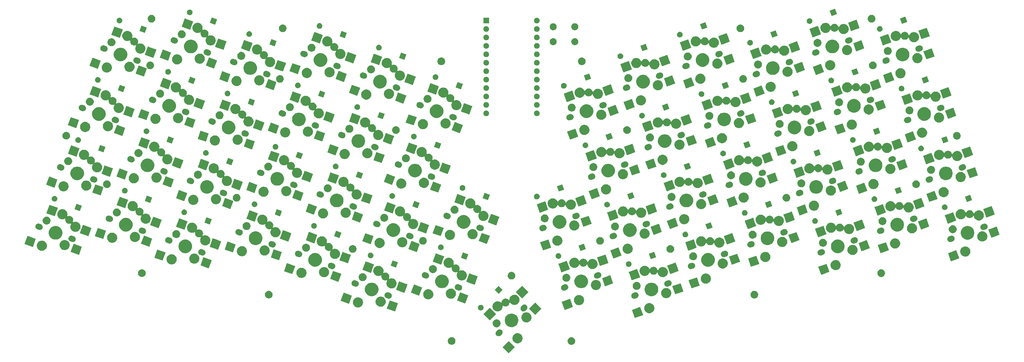
<source format=gbr>
G04 #@! TF.GenerationSoftware,KiCad,Pcbnew,(5.1.2)-1*
G04 #@! TF.CreationDate,2020-06-30T18:44:26+09:00*
G04 #@! TF.ProjectId,avion,6176696f-6e2e-46b6-9963-61645f706362,rev?*
G04 #@! TF.SameCoordinates,Original*
G04 #@! TF.FileFunction,Soldermask,Bot*
G04 #@! TF.FilePolarity,Negative*
%FSLAX46Y46*%
G04 Gerber Fmt 4.6, Leading zero omitted, Abs format (unit mm)*
G04 Created by KiCad (PCBNEW (5.1.2)-1) date 2020-06-30 18:44:26*
%MOMM*%
%LPD*%
G04 APERTURE LIST*
%ADD10C,0.100000*%
G04 APERTURE END LIST*
D10*
G36*
X152743749Y-155256026D02*
G01*
X150868501Y-157131274D01*
X149028609Y-155291382D01*
X150903857Y-153416134D01*
X152743749Y-155256026D01*
X152743749Y-155256026D01*
G37*
G36*
X169999489Y-152315407D02*
G01*
X170110674Y-152337523D01*
X170258790Y-152398875D01*
X170309719Y-152419970D01*
X170320143Y-152424288D01*
X170508660Y-152550251D01*
X170668980Y-152710571D01*
X170794943Y-152899088D01*
X170881708Y-153108557D01*
X170925940Y-153330927D01*
X170925940Y-153557655D01*
X170881708Y-153780025D01*
X170794943Y-153989494D01*
X170668980Y-154178011D01*
X170508660Y-154338331D01*
X170320143Y-154464294D01*
X170110674Y-154551059D01*
X169999489Y-154573175D01*
X169888305Y-154595291D01*
X169661575Y-154595291D01*
X169550391Y-154573175D01*
X169439206Y-154551059D01*
X169229737Y-154464294D01*
X169041220Y-154338331D01*
X168880900Y-154178011D01*
X168754937Y-153989494D01*
X168668172Y-153780025D01*
X168623940Y-153557655D01*
X168623940Y-153330927D01*
X168668172Y-153108557D01*
X168754937Y-152899088D01*
X168880900Y-152710571D01*
X169041220Y-152550251D01*
X169229737Y-152424288D01*
X169240162Y-152419970D01*
X169291090Y-152398875D01*
X169439206Y-152337523D01*
X169550391Y-152315407D01*
X169661575Y-152293291D01*
X169888305Y-152293291D01*
X169999489Y-152315407D01*
X169999489Y-152315407D01*
G37*
G36*
X133940465Y-152311090D02*
G01*
X134051650Y-152333206D01*
X134261119Y-152419971D01*
X134449636Y-152545934D01*
X134609956Y-152706254D01*
X134735919Y-152894771D01*
X134822684Y-153104240D01*
X134866916Y-153326610D01*
X134866916Y-153553338D01*
X134822684Y-153775708D01*
X134735919Y-153985177D01*
X134609956Y-154173694D01*
X134449636Y-154334014D01*
X134261119Y-154459977D01*
X134261118Y-154459978D01*
X134261117Y-154459978D01*
X134199766Y-154485390D01*
X134051650Y-154546742D01*
X133940465Y-154568858D01*
X133829281Y-154590974D01*
X133602551Y-154590974D01*
X133491367Y-154568858D01*
X133380182Y-154546742D01*
X133232066Y-154485390D01*
X133170715Y-154459978D01*
X133170714Y-154459978D01*
X133170713Y-154459977D01*
X132982196Y-154334014D01*
X132821876Y-154173694D01*
X132695913Y-153985177D01*
X132609148Y-153775708D01*
X132564916Y-153553338D01*
X132564916Y-153326610D01*
X132609148Y-153104240D01*
X132695913Y-152894771D01*
X132821876Y-152706254D01*
X132982196Y-152545934D01*
X133170713Y-152419971D01*
X133380182Y-152333206D01*
X133491367Y-152311090D01*
X133602551Y-152288974D01*
X133829281Y-152288974D01*
X133940465Y-152311090D01*
X133940465Y-152311090D01*
G37*
G36*
X153835537Y-151125375D02*
G01*
X153982947Y-151154697D01*
X154260661Y-151269730D01*
X154510598Y-151436732D01*
X154723151Y-151649285D01*
X154890153Y-151899222D01*
X154942205Y-152024887D01*
X155005186Y-152176937D01*
X155063829Y-152471755D01*
X155063829Y-152772353D01*
X155039478Y-152894773D01*
X155005186Y-153067172D01*
X154890153Y-153344886D01*
X154723151Y-153594823D01*
X154510598Y-153807376D01*
X154260661Y-153974378D01*
X153982947Y-154089411D01*
X153835537Y-154118733D01*
X153688128Y-154148054D01*
X153387530Y-154148054D01*
X153240121Y-154118733D01*
X153092711Y-154089411D01*
X152814997Y-153974378D01*
X152565060Y-153807376D01*
X152352507Y-153594823D01*
X152185505Y-153344886D01*
X152070472Y-153067172D01*
X152036180Y-152894773D01*
X152011829Y-152772353D01*
X152011829Y-152471755D01*
X152070472Y-152176937D01*
X152133453Y-152024887D01*
X152185505Y-151899222D01*
X152352507Y-151649285D01*
X152565060Y-151436732D01*
X152814997Y-151269730D01*
X153092711Y-151154697D01*
X153240121Y-151125375D01*
X153387530Y-151096054D01*
X153688128Y-151096054D01*
X153835537Y-151125375D01*
X153835537Y-151125375D01*
G37*
G36*
X148325628Y-149941432D02*
G01*
X148412751Y-149958761D01*
X148522174Y-150004086D01*
X148576887Y-150026749D01*
X148723609Y-150124785D01*
X148724604Y-150125450D01*
X148850228Y-150251074D01*
X148850229Y-150251076D01*
X148850230Y-150251077D01*
X148948929Y-150398791D01*
X148971592Y-150453504D01*
X149016917Y-150562927D01*
X149051576Y-150737173D01*
X149051576Y-150914831D01*
X149016917Y-151089077D01*
X148989736Y-151154697D01*
X148948929Y-151253213D01*
X148860164Y-151386060D01*
X148850228Y-151400930D01*
X148724604Y-151526554D01*
X148691798Y-151548474D01*
X148642554Y-151581378D01*
X148623612Y-151596924D01*
X148608067Y-151615865D01*
X148585736Y-151649285D01*
X148553243Y-151697915D01*
X148427619Y-151823539D01*
X148427616Y-151823541D01*
X148279902Y-151922240D01*
X148225189Y-151944903D01*
X148115766Y-151990228D01*
X148028643Y-152007557D01*
X147941522Y-152024887D01*
X147763860Y-152024887D01*
X147676739Y-152007557D01*
X147589616Y-151990228D01*
X147480193Y-151944903D01*
X147425480Y-151922240D01*
X147277766Y-151823541D01*
X147277763Y-151823539D01*
X147152139Y-151697915D01*
X147119646Y-151649285D01*
X147053438Y-151550198D01*
X146991609Y-151400930D01*
X146985450Y-151386062D01*
X146968121Y-151298939D01*
X146950791Y-151211818D01*
X146950791Y-151034156D01*
X146985450Y-150859914D01*
X146985450Y-150859912D01*
X147053438Y-150695777D01*
X147053438Y-150695776D01*
X147152137Y-150548062D01*
X147152139Y-150548059D01*
X147277763Y-150422435D01*
X147313149Y-150398791D01*
X147359813Y-150367611D01*
X147378755Y-150352065D01*
X147394300Y-150333124D01*
X147427204Y-150283880D01*
X147449124Y-150251074D01*
X147574748Y-150125450D01*
X147575743Y-150124785D01*
X147722465Y-150026749D01*
X147777178Y-150004086D01*
X147886601Y-149958761D01*
X147973724Y-149941432D01*
X148060845Y-149924102D01*
X148238507Y-149924102D01*
X148325628Y-149941432D01*
X148325628Y-149941432D01*
G37*
G36*
X147599926Y-146983810D02*
G01*
X147780740Y-147058706D01*
X147817221Y-147073817D01*
X148012780Y-147204486D01*
X148179090Y-147370796D01*
X148279585Y-147521196D01*
X148309760Y-147566357D01*
X148399766Y-147783650D01*
X148445650Y-148014326D01*
X148445650Y-148249526D01*
X148399766Y-148480202D01*
X148374443Y-148541336D01*
X148309759Y-148697497D01*
X148179090Y-148893056D01*
X148012780Y-149059366D01*
X147817221Y-149190035D01*
X147817220Y-149190036D01*
X147817219Y-149190036D01*
X147599926Y-149280042D01*
X147369250Y-149325926D01*
X147134050Y-149325926D01*
X146903374Y-149280042D01*
X146686081Y-149190036D01*
X146686080Y-149190036D01*
X146686079Y-149190035D01*
X146490520Y-149059366D01*
X146324210Y-148893056D01*
X146193541Y-148697497D01*
X146128857Y-148541336D01*
X146103534Y-148480202D01*
X146057650Y-148249526D01*
X146057650Y-148014326D01*
X146103534Y-147783650D01*
X146193540Y-147566357D01*
X146223716Y-147521196D01*
X146324210Y-147370796D01*
X146490520Y-147204486D01*
X146686079Y-147073817D01*
X146722560Y-147058706D01*
X146903374Y-146983810D01*
X147134050Y-146937926D01*
X147369250Y-146937926D01*
X147599926Y-146983810D01*
X147599926Y-146983810D01*
G37*
G36*
X152340032Y-145261718D02*
G01*
X152713289Y-145416326D01*
X152713291Y-145416327D01*
X152901064Y-145541793D01*
X153049214Y-145640784D01*
X153334894Y-145926464D01*
X153559352Y-146262389D01*
X153713960Y-146635646D01*
X153792778Y-147031893D01*
X153792778Y-147435907D01*
X153713960Y-147832154D01*
X153559352Y-148205411D01*
X153559351Y-148205413D01*
X153334894Y-148541336D01*
X153049214Y-148827016D01*
X152713291Y-149051473D01*
X152713290Y-149051474D01*
X152713289Y-149051474D01*
X152340032Y-149206082D01*
X151943785Y-149284900D01*
X151539771Y-149284900D01*
X151143524Y-149206082D01*
X150770267Y-149051474D01*
X150770266Y-149051474D01*
X150770265Y-149051473D01*
X150434342Y-148827016D01*
X150148662Y-148541336D01*
X149924205Y-148205413D01*
X149924204Y-148205411D01*
X149769596Y-147832154D01*
X149690778Y-147435907D01*
X149690778Y-147031893D01*
X149769596Y-146635646D01*
X149924204Y-146262389D01*
X150148662Y-145926464D01*
X150434342Y-145640784D01*
X150582492Y-145541793D01*
X150770265Y-145416327D01*
X150770267Y-145416326D01*
X151143524Y-145261718D01*
X151539771Y-145182900D01*
X151943785Y-145182900D01*
X152340032Y-145261718D01*
X152340032Y-145261718D01*
G37*
G36*
X156529614Y-144839195D02*
G01*
X156677024Y-144868517D01*
X156954738Y-144983550D01*
X157204675Y-145150552D01*
X157417228Y-145363105D01*
X157584230Y-145613042D01*
X157699263Y-145890756D01*
X157699263Y-145890757D01*
X157757906Y-146185575D01*
X157757906Y-146486173D01*
X157728585Y-146633582D01*
X157699263Y-146780992D01*
X157584230Y-147058706D01*
X157417228Y-147308643D01*
X157204675Y-147521196D01*
X156954738Y-147688198D01*
X156677024Y-147803231D01*
X156531617Y-147832154D01*
X156382205Y-147861874D01*
X156081607Y-147861874D01*
X155932195Y-147832154D01*
X155786788Y-147803231D01*
X155509074Y-147688198D01*
X155259137Y-147521196D01*
X155046584Y-147308643D01*
X154879582Y-147058706D01*
X154764549Y-146780992D01*
X154735228Y-146633582D01*
X154705906Y-146486173D01*
X154705906Y-146185575D01*
X154764549Y-145890757D01*
X154764549Y-145890756D01*
X154879582Y-145613042D01*
X155046584Y-145363105D01*
X155259137Y-145150552D01*
X155509074Y-144983550D01*
X155786788Y-144868517D01*
X155934198Y-144839195D01*
X156081607Y-144809874D01*
X156382205Y-144809874D01*
X156529614Y-144839195D01*
X156529614Y-144839195D01*
G37*
G36*
X147129321Y-145342389D02*
G01*
X145218718Y-147252992D01*
X143308115Y-145342389D01*
X145218718Y-143431786D01*
X147129321Y-145342389D01*
X147129321Y-145342389D01*
G37*
G36*
X191375914Y-145615168D02*
G01*
X188883849Y-146522206D01*
X187993912Y-144077126D01*
X190485977Y-143170088D01*
X191375914Y-145615168D01*
X191375914Y-145615168D01*
G37*
G36*
X160741126Y-143666546D02*
G01*
X158865878Y-145541794D01*
X157025986Y-143701902D01*
X158901234Y-141826654D01*
X160741126Y-143666546D01*
X160741126Y-143666546D01*
G37*
G36*
X193506468Y-142066893D02*
G01*
X193653878Y-142096215D01*
X193931592Y-142211248D01*
X194181529Y-142378250D01*
X194394082Y-142590803D01*
X194561084Y-142840740D01*
X194676117Y-143118454D01*
X194687189Y-143174116D01*
X194734760Y-143413273D01*
X194734760Y-143713871D01*
X194727684Y-143749445D01*
X194676117Y-144008690D01*
X194561084Y-144286404D01*
X194394082Y-144536341D01*
X194181529Y-144748894D01*
X193931592Y-144915896D01*
X193653878Y-145030929D01*
X193506468Y-145060251D01*
X193359059Y-145089572D01*
X193058461Y-145089572D01*
X192911052Y-145060251D01*
X192763642Y-145030929D01*
X192485928Y-144915896D01*
X192235991Y-144748894D01*
X192023438Y-144536341D01*
X191856436Y-144286404D01*
X191741403Y-144008690D01*
X191689836Y-143749445D01*
X191682760Y-143713871D01*
X191682760Y-143413273D01*
X191730331Y-143174116D01*
X191741403Y-143118454D01*
X191856436Y-142840740D01*
X192023438Y-142590803D01*
X192235991Y-142378250D01*
X192485928Y-142211248D01*
X192763642Y-142096215D01*
X192911052Y-142066893D01*
X193058461Y-142037572D01*
X193359059Y-142037572D01*
X193506468Y-142066893D01*
X193506468Y-142066893D01*
G37*
G36*
X117559080Y-142120356D02*
G01*
X116669143Y-144565436D01*
X114177078Y-143658398D01*
X115067015Y-141213318D01*
X117559080Y-142120356D01*
X117559080Y-142120356D01*
G37*
G36*
X152847373Y-139534921D02*
G01*
X153070779Y-139579359D01*
X153348493Y-139694392D01*
X153598430Y-139861394D01*
X153810983Y-140073947D01*
X153977985Y-140323884D01*
X154093018Y-140601598D01*
X154112571Y-140699896D01*
X154151661Y-140896417D01*
X154151661Y-141197015D01*
X154135396Y-141278783D01*
X154093018Y-141491834D01*
X153977985Y-141769548D01*
X153810983Y-142019485D01*
X153598430Y-142232038D01*
X153348493Y-142399040D01*
X153070779Y-142514073D01*
X152923369Y-142543394D01*
X152775960Y-142572716D01*
X152475362Y-142572716D01*
X152327953Y-142543394D01*
X152180543Y-142514073D01*
X151902829Y-142399040D01*
X151652892Y-142232038D01*
X151440339Y-142019485D01*
X151367731Y-141910819D01*
X151352195Y-141891888D01*
X151333253Y-141876343D01*
X151311642Y-141864792D01*
X151288193Y-141857679D01*
X151263807Y-141855277D01*
X151239421Y-141857679D01*
X151215972Y-141864792D01*
X151194361Y-141876343D01*
X151175419Y-141891888D01*
X151159874Y-141910830D01*
X151148323Y-141932441D01*
X151141210Y-141955890D01*
X151093843Y-142194022D01*
X151008921Y-142399040D01*
X151003836Y-142411317D01*
X150873167Y-142606876D01*
X150706857Y-142773186D01*
X150511298Y-142903855D01*
X150511297Y-142903856D01*
X150511296Y-142903856D01*
X150294003Y-142993862D01*
X150063327Y-143039746D01*
X149828127Y-143039746D01*
X149597451Y-142993862D01*
X149380158Y-142903856D01*
X149380157Y-142903856D01*
X149380156Y-142903855D01*
X149306552Y-142854674D01*
X149254938Y-142820187D01*
X149233327Y-142808636D01*
X149209878Y-142801523D01*
X149185492Y-142799121D01*
X149161106Y-142801523D01*
X149137657Y-142808636D01*
X149116046Y-142820187D01*
X149097104Y-142835732D01*
X149081559Y-142854674D01*
X149070008Y-142876285D01*
X149062895Y-142899734D01*
X149060493Y-142924120D01*
X149060493Y-143176913D01*
X149001850Y-143471733D01*
X148886817Y-143749447D01*
X148719815Y-143999384D01*
X148507262Y-144211937D01*
X148257325Y-144378939D01*
X147979611Y-144493972D01*
X147832201Y-144523293D01*
X147684792Y-144552615D01*
X147384194Y-144552615D01*
X147236785Y-144523293D01*
X147089375Y-144493972D01*
X146811661Y-144378939D01*
X146561724Y-144211937D01*
X146349171Y-143999384D01*
X146182169Y-143749447D01*
X146067136Y-143471733D01*
X146008493Y-143176913D01*
X146008493Y-142876317D01*
X146015211Y-142842545D01*
X146037814Y-142728907D01*
X146067136Y-142581497D01*
X146182169Y-142303783D01*
X146349171Y-142053846D01*
X146561724Y-141841293D01*
X146811661Y-141674291D01*
X147089375Y-141559258D01*
X147236785Y-141529937D01*
X147384194Y-141500615D01*
X147684792Y-141500615D01*
X147832201Y-141529937D01*
X147979611Y-141559258D01*
X148257325Y-141674291D01*
X148507262Y-141841293D01*
X148538357Y-141872388D01*
X148557282Y-141887919D01*
X148578893Y-141899470D01*
X148602342Y-141906583D01*
X148626728Y-141908985D01*
X148651114Y-141906583D01*
X148674563Y-141899470D01*
X148696174Y-141887919D01*
X148715116Y-141872374D01*
X148730661Y-141853432D01*
X148742212Y-141831821D01*
X148749325Y-141808372D01*
X148751727Y-141783986D01*
X148751727Y-141728146D01*
X148797611Y-141497470D01*
X148887617Y-141280177D01*
X148989964Y-141127005D01*
X149018287Y-141084616D01*
X149184597Y-140918306D01*
X149380156Y-140787637D01*
X149380158Y-140787636D01*
X149597451Y-140697630D01*
X149828127Y-140651746D01*
X150063327Y-140651746D01*
X150294003Y-140697630D01*
X150511296Y-140787636D01*
X150511298Y-140787637D01*
X150603168Y-140849023D01*
X150706857Y-140918306D01*
X150876273Y-141087722D01*
X150886275Y-141099909D01*
X150905217Y-141115454D01*
X150926827Y-141127005D01*
X150950276Y-141134118D01*
X150974663Y-141136520D01*
X150999049Y-141134118D01*
X151022498Y-141127005D01*
X151044108Y-141115454D01*
X151063050Y-141099908D01*
X151078595Y-141080966D01*
X151090146Y-141059356D01*
X151097259Y-141035907D01*
X151099661Y-141011521D01*
X151099661Y-140896417D01*
X151138751Y-140699896D01*
X151158304Y-140601598D01*
X151273337Y-140323884D01*
X151440339Y-140073947D01*
X151652892Y-139861394D01*
X151902829Y-139694392D01*
X152180543Y-139579359D01*
X152403949Y-139534921D01*
X152475362Y-139520716D01*
X152775960Y-139520716D01*
X152847373Y-139534921D01*
X152847373Y-139534921D01*
G37*
G36*
X155806817Y-142460243D02*
G01*
X155893940Y-142477572D01*
X156003363Y-142522897D01*
X156058076Y-142545560D01*
X156204798Y-142643596D01*
X156205793Y-142644261D01*
X156331417Y-142769885D01*
X156331418Y-142769887D01*
X156331419Y-142769888D01*
X156430118Y-142917602D01*
X156447317Y-142959125D01*
X156498106Y-143081738D01*
X156498106Y-143081740D01*
X156532765Y-143255982D01*
X156532765Y-143433644D01*
X156515435Y-143520765D01*
X156498106Y-143607888D01*
X156454206Y-143713870D01*
X156430118Y-143772024D01*
X156359396Y-143877867D01*
X156331417Y-143919741D01*
X156205793Y-144045365D01*
X156172987Y-144067285D01*
X156123743Y-144100189D01*
X156104801Y-144115735D01*
X156089256Y-144134676D01*
X156056352Y-144183920D01*
X156034432Y-144216726D01*
X155908808Y-144342350D01*
X155908805Y-144342352D01*
X155761091Y-144441051D01*
X155706378Y-144463714D01*
X155596955Y-144509039D01*
X155509832Y-144526368D01*
X155422711Y-144543698D01*
X155245049Y-144543698D01*
X155157928Y-144526368D01*
X155070805Y-144509039D01*
X154961382Y-144463714D01*
X154906669Y-144441051D01*
X154758955Y-144342352D01*
X154758952Y-144342350D01*
X154633328Y-144216726D01*
X154617350Y-144192813D01*
X154534627Y-144069009D01*
X154472798Y-143919741D01*
X154466639Y-143904873D01*
X154431980Y-143730627D01*
X154431980Y-143552969D01*
X154448139Y-143471733D01*
X154466639Y-143378725D01*
X154466639Y-143378723D01*
X154525772Y-143235966D01*
X154534627Y-143214587D01*
X154633326Y-143066873D01*
X154633328Y-143066870D01*
X154758952Y-142941246D01*
X154794338Y-142917602D01*
X154841002Y-142886422D01*
X154859944Y-142870876D01*
X154875489Y-142851935D01*
X154910778Y-142799121D01*
X154930313Y-142769885D01*
X155055937Y-142644261D01*
X155056932Y-142643596D01*
X155203654Y-142545560D01*
X155258367Y-142522897D01*
X155367790Y-142477572D01*
X155454913Y-142460243D01*
X155542034Y-142442913D01*
X155719696Y-142442913D01*
X155806817Y-142460243D01*
X155806817Y-142460243D01*
G37*
G36*
X142659334Y-142564102D02*
G01*
X142819753Y-142612765D01*
X142952417Y-142683675D01*
X142967589Y-142691785D01*
X143097170Y-142798130D01*
X143203515Y-142927711D01*
X143203516Y-142927713D01*
X143282535Y-143075547D01*
X143331198Y-143235966D01*
X143347628Y-143402789D01*
X143331198Y-143569612D01*
X143282535Y-143730031D01*
X143260089Y-143772024D01*
X143203515Y-143877867D01*
X143097170Y-144007448D01*
X142967589Y-144113793D01*
X142967587Y-144113794D01*
X142819753Y-144192813D01*
X142659334Y-144241476D01*
X142534315Y-144253789D01*
X142450707Y-144253789D01*
X142325688Y-144241476D01*
X142165269Y-144192813D01*
X142017435Y-144113794D01*
X142017433Y-144113793D01*
X141887852Y-144007448D01*
X141781507Y-143877867D01*
X141724933Y-143772024D01*
X141702487Y-143730031D01*
X141653824Y-143569612D01*
X141637394Y-143402789D01*
X141653824Y-143235966D01*
X141702487Y-143075547D01*
X141781506Y-142927713D01*
X141781507Y-142927711D01*
X141887852Y-142798130D01*
X142017433Y-142691785D01*
X142032605Y-142683675D01*
X142165269Y-142612765D01*
X142325688Y-142564102D01*
X142450707Y-142551789D01*
X142534315Y-142551789D01*
X142659334Y-142564102D01*
X142659334Y-142564102D01*
G37*
G36*
X170217032Y-143180080D02*
G01*
X167724967Y-144087118D01*
X166835030Y-141642038D01*
X169327095Y-140735000D01*
X170217032Y-143180080D01*
X170217032Y-143180080D01*
G37*
G36*
X105799979Y-140323884D02*
G01*
X105953570Y-140354435D01*
X106231284Y-140469468D01*
X106481221Y-140636470D01*
X106693774Y-140849023D01*
X106860776Y-141098960D01*
X106975809Y-141376674D01*
X106975809Y-141376675D01*
X107034452Y-141671493D01*
X107034452Y-141972091D01*
X107009762Y-142096215D01*
X106975809Y-142266910D01*
X106860776Y-142544624D01*
X106693774Y-142794561D01*
X106481221Y-143007114D01*
X106231284Y-143174116D01*
X105953570Y-143289149D01*
X105806160Y-143318470D01*
X105658751Y-143347792D01*
X105358153Y-143347792D01*
X105210744Y-143318470D01*
X105063334Y-143289149D01*
X104785620Y-143174116D01*
X104535683Y-143007114D01*
X104323130Y-142794561D01*
X104156128Y-142544624D01*
X104041095Y-142266910D01*
X104007142Y-142096215D01*
X103982452Y-141972091D01*
X103982452Y-141671493D01*
X104041095Y-141376675D01*
X104041095Y-141376674D01*
X104156128Y-141098960D01*
X104323130Y-140849023D01*
X104535683Y-140636470D01*
X104785620Y-140469468D01*
X105063334Y-140354435D01*
X105216925Y-140323884D01*
X105358153Y-140295792D01*
X105658751Y-140295792D01*
X105799979Y-140323884D01*
X105799979Y-140323884D01*
G37*
G36*
X112638961Y-140109530D02*
G01*
X112789350Y-140139444D01*
X113067064Y-140254477D01*
X113317001Y-140421479D01*
X113529554Y-140634032D01*
X113696556Y-140883969D01*
X113811589Y-141161683D01*
X113870232Y-141456503D01*
X113870232Y-141757099D01*
X113811589Y-142051919D01*
X113696556Y-142329633D01*
X113529554Y-142579570D01*
X113317001Y-142792123D01*
X113067064Y-142959125D01*
X112789350Y-143074158D01*
X112751232Y-143081740D01*
X112494531Y-143132801D01*
X112193933Y-143132801D01*
X111937232Y-143081740D01*
X111899114Y-143074158D01*
X111621400Y-142959125D01*
X111371463Y-142792123D01*
X111158910Y-142579570D01*
X110991908Y-142329633D01*
X110876875Y-142051919D01*
X110818232Y-141757099D01*
X110818232Y-141456503D01*
X110876875Y-141161683D01*
X110991908Y-140883969D01*
X111158910Y-140634032D01*
X111371463Y-140421479D01*
X111621400Y-140254477D01*
X111899114Y-140139444D01*
X112049503Y-140109530D01*
X112193933Y-140080801D01*
X112494531Y-140080801D01*
X112638961Y-140109530D01*
X112638961Y-140109530D01*
G37*
G36*
X172272279Y-139616826D02*
G01*
X172494996Y-139661127D01*
X172772710Y-139776160D01*
X173022647Y-139943162D01*
X173235200Y-140155715D01*
X173402202Y-140405652D01*
X173517235Y-140683366D01*
X173528306Y-140739024D01*
X173559614Y-140896418D01*
X173575878Y-140978186D01*
X173575878Y-141278782D01*
X173517235Y-141573602D01*
X173402202Y-141851316D01*
X173235200Y-142101253D01*
X173022647Y-142313806D01*
X172772710Y-142480808D01*
X172494996Y-142595841D01*
X172347586Y-142625163D01*
X172200177Y-142654484D01*
X171899579Y-142654484D01*
X171752170Y-142625163D01*
X171604760Y-142595841D01*
X171327046Y-142480808D01*
X171077109Y-142313806D01*
X170864556Y-142101253D01*
X170697554Y-141851316D01*
X170582521Y-141573602D01*
X170523878Y-141278782D01*
X170523878Y-140978186D01*
X170540143Y-140896418D01*
X170571450Y-140739024D01*
X170582521Y-140683366D01*
X170697554Y-140405652D01*
X170864556Y-140155715D01*
X171077109Y-139943162D01*
X171327046Y-139776160D01*
X171604760Y-139661127D01*
X171827477Y-139616826D01*
X171899579Y-139602484D01*
X172200177Y-139602484D01*
X172272279Y-139616826D01*
X172272279Y-139616826D01*
G37*
G36*
X103675606Y-139770196D02*
G01*
X102785669Y-142215276D01*
X100293604Y-141308238D01*
X101183541Y-138863158D01*
X103675606Y-139770196D01*
X103675606Y-139770196D01*
G37*
G36*
X138717963Y-139685264D02*
G01*
X137828026Y-142130344D01*
X135335961Y-141223306D01*
X136225898Y-138778226D01*
X138717963Y-139685264D01*
X138717963Y-139685264D01*
G37*
G36*
X126965043Y-137890021D02*
G01*
X127112453Y-137919343D01*
X127390167Y-138034376D01*
X127640104Y-138201378D01*
X127852657Y-138413931D01*
X128019659Y-138663868D01*
X128134692Y-138941582D01*
X128137980Y-138958112D01*
X128193335Y-139236401D01*
X128193335Y-139536999D01*
X128180309Y-139602484D01*
X128134692Y-139831818D01*
X128019659Y-140109532D01*
X127852657Y-140359469D01*
X127640104Y-140572022D01*
X127390167Y-140739024D01*
X127112453Y-140854057D01*
X126965043Y-140883379D01*
X126817634Y-140912700D01*
X126517036Y-140912700D01*
X126369627Y-140883379D01*
X126222217Y-140854057D01*
X125944503Y-140739024D01*
X125694566Y-140572022D01*
X125482013Y-140359469D01*
X125315011Y-140109532D01*
X125199978Y-139831818D01*
X125154361Y-139602484D01*
X125141335Y-139536999D01*
X125141335Y-139236401D01*
X125196690Y-138958112D01*
X125199978Y-138941582D01*
X125315011Y-138663868D01*
X125482013Y-138413931D01*
X125694566Y-138201378D01*
X125944503Y-138034376D01*
X126222217Y-137919343D01*
X126369627Y-137890021D01*
X126517036Y-137860700D01*
X126817634Y-137860700D01*
X126965043Y-137890021D01*
X126965043Y-137890021D01*
G37*
G36*
X189260430Y-138774094D02*
G01*
X189347553Y-138791423D01*
X189456976Y-138836748D01*
X189511689Y-138859411D01*
X189652942Y-138953793D01*
X189659406Y-138958112D01*
X189785030Y-139083736D01*
X189785032Y-139083739D01*
X189883731Y-139231453D01*
X189885781Y-139236402D01*
X189951719Y-139395589D01*
X189962550Y-139450042D01*
X189986378Y-139569833D01*
X189986378Y-139747495D01*
X189972594Y-139816790D01*
X189951719Y-139921739D01*
X189932604Y-139967885D01*
X189883731Y-140085875D01*
X189787749Y-140229523D01*
X189785030Y-140233592D01*
X189659406Y-140359216D01*
X189659403Y-140359218D01*
X189511689Y-140457917D01*
X189456976Y-140480580D01*
X189347553Y-140525905D01*
X189231830Y-140548923D01*
X189204920Y-140554276D01*
X189181471Y-140561389D01*
X189159861Y-140572940D01*
X189117019Y-140601566D01*
X189062306Y-140624229D01*
X188952883Y-140669554D01*
X188883444Y-140683366D01*
X188778639Y-140704213D01*
X188600977Y-140704213D01*
X188496172Y-140683366D01*
X188426733Y-140669554D01*
X188317310Y-140624229D01*
X188262597Y-140601566D01*
X188114883Y-140502867D01*
X188114880Y-140502865D01*
X187989256Y-140377241D01*
X187987823Y-140375096D01*
X187890555Y-140229524D01*
X187855327Y-140144476D01*
X187822567Y-140065388D01*
X187805124Y-139977692D01*
X187787908Y-139891144D01*
X187787908Y-139713482D01*
X187816481Y-139569835D01*
X187822567Y-139539238D01*
X187867892Y-139429815D01*
X187890555Y-139375102D01*
X187989254Y-139227388D01*
X187989256Y-139227385D01*
X188114880Y-139101761D01*
X188141852Y-139083739D01*
X188262597Y-139003060D01*
X188317310Y-138980397D01*
X188426733Y-138935072D01*
X188569365Y-138906701D01*
X188592815Y-138899588D01*
X188614425Y-138888037D01*
X188657267Y-138859411D01*
X188711980Y-138836748D01*
X188821403Y-138791423D01*
X188908526Y-138774094D01*
X188995647Y-138756764D01*
X189173309Y-138756764D01*
X189260430Y-138774094D01*
X189260430Y-138774094D01*
G37*
G36*
X114582325Y-138769776D02*
G01*
X114669448Y-138787106D01*
X114778871Y-138832431D01*
X114833584Y-138855094D01*
X114876426Y-138883720D01*
X114898036Y-138895271D01*
X114921486Y-138902384D01*
X115064118Y-138930755D01*
X115173541Y-138976080D01*
X115228254Y-138998743D01*
X115348999Y-139079422D01*
X115375971Y-139097444D01*
X115501595Y-139223068D01*
X115501597Y-139223071D01*
X115600296Y-139370785D01*
X115608782Y-139391272D01*
X115668284Y-139534921D01*
X115681723Y-139602484D01*
X115702943Y-139709165D01*
X115702943Y-139886827D01*
X115685961Y-139972202D01*
X115668284Y-140061071D01*
X115629080Y-140155717D01*
X115600296Y-140225207D01*
X115512215Y-140357030D01*
X115501595Y-140372924D01*
X115375971Y-140498548D01*
X115375968Y-140498550D01*
X115228254Y-140597249D01*
X115173541Y-140619912D01*
X115064118Y-140665237D01*
X114976995Y-140682567D01*
X114889874Y-140699896D01*
X114712212Y-140699896D01*
X114625091Y-140682567D01*
X114537968Y-140665237D01*
X114428545Y-140619912D01*
X114373832Y-140597249D01*
X114330990Y-140568623D01*
X114309380Y-140557072D01*
X114285931Y-140549959D01*
X114259021Y-140544606D01*
X114143298Y-140521588D01*
X114033875Y-140476263D01*
X113979162Y-140453600D01*
X113831448Y-140354901D01*
X113831445Y-140354899D01*
X113705821Y-140229275D01*
X113696133Y-140214776D01*
X113607120Y-140081558D01*
X113560035Y-139967885D01*
X113539132Y-139917422D01*
X113511034Y-139776160D01*
X113504473Y-139743178D01*
X113504473Y-139565516D01*
X113538273Y-139395591D01*
X113539132Y-139391272D01*
X113603282Y-139236402D01*
X113607120Y-139227136D01*
X113705819Y-139079422D01*
X113705821Y-139079419D01*
X113831445Y-138953795D01*
X113865927Y-138930755D01*
X113979162Y-138855094D01*
X114033875Y-138832431D01*
X114143298Y-138787106D01*
X114230421Y-138769776D01*
X114317542Y-138752447D01*
X114495204Y-138752447D01*
X114582325Y-138769776D01*
X114582325Y-138769776D01*
G37*
G36*
X133688062Y-137652601D02*
G01*
X133948233Y-137704352D01*
X134225947Y-137819385D01*
X134475884Y-137986387D01*
X134688437Y-138198940D01*
X134855439Y-138448877D01*
X134970472Y-138726591D01*
X134975457Y-138751652D01*
X135029115Y-139021410D01*
X135029115Y-139322008D01*
X135015337Y-139391274D01*
X134970472Y-139616827D01*
X134855439Y-139894541D01*
X134688437Y-140144478D01*
X134475884Y-140357031D01*
X134225947Y-140524033D01*
X133948233Y-140639066D01*
X133816662Y-140665237D01*
X133653414Y-140697709D01*
X133352816Y-140697709D01*
X133189568Y-140665237D01*
X133057997Y-140639066D01*
X132780283Y-140524033D01*
X132530346Y-140357031D01*
X132317793Y-140144478D01*
X132150791Y-139894541D01*
X132035758Y-139616827D01*
X131990893Y-139391274D01*
X131977115Y-139322008D01*
X131977115Y-139021410D01*
X132030773Y-138751652D01*
X132035758Y-138726591D01*
X132150791Y-138448877D01*
X132317793Y-138198940D01*
X132530346Y-137986387D01*
X132780283Y-137819385D01*
X133057997Y-137704352D01*
X133318168Y-137652601D01*
X133352816Y-137645709D01*
X133653414Y-137645709D01*
X133688062Y-137652601D01*
X133688062Y-137652601D01*
G37*
G36*
X156852039Y-138730941D02*
G01*
X154941436Y-140641544D01*
X153030833Y-138730941D01*
X154941436Y-136820338D01*
X156852039Y-138730941D01*
X156852039Y-138730941D01*
G37*
G36*
X225060861Y-138356488D02*
G01*
X225172046Y-138378604D01*
X225320162Y-138439956D01*
X225371096Y-138461053D01*
X225381515Y-138465369D01*
X225570032Y-138591332D01*
X225730352Y-138751652D01*
X225852909Y-138935072D01*
X225856316Y-138940171D01*
X225863747Y-138958112D01*
X225941293Y-139145323D01*
X225943080Y-139149639D01*
X225987312Y-139372007D01*
X225987312Y-139598737D01*
X225974902Y-139661127D01*
X225943080Y-139821106D01*
X225856315Y-140030575D01*
X225730352Y-140219092D01*
X225570032Y-140379412D01*
X225381515Y-140505375D01*
X225381514Y-140505376D01*
X225381513Y-140505376D01*
X225336471Y-140524033D01*
X225172046Y-140592140D01*
X225124658Y-140601566D01*
X224949677Y-140636372D01*
X224722947Y-140636372D01*
X224547966Y-140601566D01*
X224500578Y-140592140D01*
X224336153Y-140524033D01*
X224291111Y-140505376D01*
X224291110Y-140505376D01*
X224291109Y-140505375D01*
X224102592Y-140379412D01*
X223942272Y-140219092D01*
X223816309Y-140030575D01*
X223729544Y-139821106D01*
X223697722Y-139661127D01*
X223685312Y-139598737D01*
X223685312Y-139372007D01*
X223729544Y-139149639D01*
X223731332Y-139145323D01*
X223808877Y-138958112D01*
X223816308Y-138940171D01*
X223819715Y-138935072D01*
X223942272Y-138751652D01*
X224102592Y-138591332D01*
X224291109Y-138465369D01*
X224301529Y-138461053D01*
X224352462Y-138439956D01*
X224500578Y-138378604D01*
X224611763Y-138356488D01*
X224722947Y-138334372D01*
X224949677Y-138334372D01*
X225060861Y-138356488D01*
X225060861Y-138356488D01*
G37*
G36*
X78879090Y-138352172D02*
G01*
X78990275Y-138374288D01*
X79085986Y-138413933D01*
X79170354Y-138448879D01*
X79199744Y-138461053D01*
X79388261Y-138587016D01*
X79548581Y-138747336D01*
X79674022Y-138935072D01*
X79674545Y-138935855D01*
X79681975Y-138953793D01*
X79761309Y-139145322D01*
X79778441Y-139231453D01*
X79805541Y-139367691D01*
X79805541Y-139594421D01*
X79804682Y-139598737D01*
X79761309Y-139816790D01*
X79674544Y-140026259D01*
X79548581Y-140214776D01*
X79388261Y-140375096D01*
X79199744Y-140501059D01*
X79199743Y-140501060D01*
X79199742Y-140501060D01*
X79189322Y-140505376D01*
X78990275Y-140587824D01*
X78942892Y-140597249D01*
X78767906Y-140632056D01*
X78541176Y-140632056D01*
X78366190Y-140597249D01*
X78318807Y-140587824D01*
X78119760Y-140505376D01*
X78109340Y-140501060D01*
X78109339Y-140501060D01*
X78109338Y-140501059D01*
X77920821Y-140375096D01*
X77760501Y-140214776D01*
X77634538Y-140026259D01*
X77547773Y-139816790D01*
X77504400Y-139598737D01*
X77503541Y-139594421D01*
X77503541Y-139367691D01*
X77530641Y-139231453D01*
X77547773Y-139145322D01*
X77627107Y-138953793D01*
X77634537Y-138935855D01*
X77635060Y-138935072D01*
X77760501Y-138747336D01*
X77920821Y-138587016D01*
X78109338Y-138461053D01*
X78138729Y-138448879D01*
X78223096Y-138413933D01*
X78318807Y-138374288D01*
X78429992Y-138352172D01*
X78541176Y-138330056D01*
X78767906Y-138330056D01*
X78879090Y-138352172D01*
X78879090Y-138352172D01*
G37*
G36*
X198604785Y-137508247D02*
G01*
X198752195Y-137537568D01*
X199029909Y-137652601D01*
X199279846Y-137819603D01*
X199492399Y-138032156D01*
X199659401Y-138282093D01*
X199755932Y-138515140D01*
X199774434Y-138559808D01*
X199833077Y-138854626D01*
X199833077Y-139155224D01*
X199818723Y-139227385D01*
X199774434Y-139450043D01*
X199659401Y-139727757D01*
X199492399Y-139977694D01*
X199279846Y-140190247D01*
X199029909Y-140357249D01*
X198752195Y-140472282D01*
X198620146Y-140498548D01*
X198457376Y-140530925D01*
X198156778Y-140530925D01*
X197994008Y-140498548D01*
X197861959Y-140472282D01*
X197584245Y-140357249D01*
X197334308Y-140190247D01*
X197121755Y-139977694D01*
X196954753Y-139727757D01*
X196839720Y-139450043D01*
X196795431Y-139227385D01*
X196781077Y-139155224D01*
X196781077Y-138854626D01*
X196839720Y-138559808D01*
X196858222Y-138515140D01*
X196954753Y-138282093D01*
X197121755Y-138032156D01*
X197334308Y-137819603D01*
X197584245Y-137652601D01*
X197861959Y-137537568D01*
X198009369Y-137508247D01*
X198156778Y-137478925D01*
X198457376Y-137478925D01*
X198604785Y-137508247D01*
X198604785Y-137508247D01*
G37*
G36*
X194456371Y-135949020D02*
G01*
X194819208Y-136099312D01*
X194829630Y-136103629D01*
X195165553Y-136328086D01*
X195451233Y-136613766D01*
X195672807Y-136945374D01*
X195675691Y-136949691D01*
X195830299Y-137322948D01*
X195909117Y-137719195D01*
X195909117Y-138123209D01*
X195830299Y-138519456D01*
X195691467Y-138854626D01*
X195675690Y-138892715D01*
X195451233Y-139228638D01*
X195165553Y-139514318D01*
X194829630Y-139738775D01*
X194829629Y-139738776D01*
X194829628Y-139738776D01*
X194456371Y-139893384D01*
X194060124Y-139972202D01*
X193656110Y-139972202D01*
X193259863Y-139893384D01*
X192886606Y-139738776D01*
X192886605Y-139738776D01*
X192886604Y-139738775D01*
X192550681Y-139514318D01*
X192265001Y-139228638D01*
X192040544Y-138892715D01*
X192024767Y-138854626D01*
X191885935Y-138519456D01*
X191807117Y-138123209D01*
X191807117Y-137719195D01*
X191885935Y-137322948D01*
X192040543Y-136949691D01*
X192043428Y-136945374D01*
X192265001Y-136613766D01*
X192550681Y-136328086D01*
X192886604Y-136103629D01*
X192897026Y-136099312D01*
X193259863Y-135949020D01*
X193656110Y-135870202D01*
X194060124Y-135870202D01*
X194456371Y-135949020D01*
X194456371Y-135949020D01*
G37*
G36*
X110230988Y-135944703D02*
G01*
X110593622Y-136094911D01*
X110604247Y-136099312D01*
X110940170Y-136323769D01*
X111225850Y-136609449D01*
X111446728Y-136940015D01*
X111450308Y-136945374D01*
X111604916Y-137318631D01*
X111683734Y-137714878D01*
X111683734Y-138118892D01*
X111604916Y-138515139D01*
X111464102Y-138855094D01*
X111450307Y-138888398D01*
X111225850Y-139224321D01*
X110940170Y-139510001D01*
X110604247Y-139734458D01*
X110604246Y-139734459D01*
X110604245Y-139734459D01*
X110230988Y-139889067D01*
X109834741Y-139967885D01*
X109430727Y-139967885D01*
X109034480Y-139889067D01*
X108661223Y-139734459D01*
X108661222Y-139734459D01*
X108661221Y-139734458D01*
X108325298Y-139510001D01*
X108039618Y-139224321D01*
X107815161Y-138888398D01*
X107801366Y-138855094D01*
X107660552Y-138515139D01*
X107581734Y-138118892D01*
X107581734Y-137714878D01*
X107660552Y-137318631D01*
X107815160Y-136945374D01*
X107818741Y-136940015D01*
X108039618Y-136609449D01*
X108325298Y-136323769D01*
X108661221Y-136099312D01*
X108671846Y-136094911D01*
X109034480Y-135944703D01*
X109430727Y-135865885D01*
X109834741Y-135865885D01*
X110230988Y-135944703D01*
X110230988Y-135944703D01*
G37*
G36*
X124834489Y-137335104D02*
G01*
X123944552Y-139780184D01*
X121452487Y-138873146D01*
X122342424Y-136428066D01*
X124834489Y-137335104D01*
X124834489Y-137335104D01*
G37*
G36*
X203521925Y-138491370D02*
G01*
X201029860Y-139398408D01*
X200139923Y-136953328D01*
X202631988Y-136046290D01*
X203521925Y-138491370D01*
X203521925Y-138491370D01*
G37*
G36*
X149084161Y-138014635D02*
G01*
X147880665Y-139218131D01*
X146677169Y-138014635D01*
X147880665Y-136811139D01*
X149084161Y-138014635D01*
X149084161Y-138014635D01*
G37*
G36*
X118354929Y-135663133D02*
G01*
X120422860Y-136415798D01*
X120422860Y-136415799D01*
X120224604Y-136960503D01*
X119498722Y-138954848D01*
X119498721Y-138954848D01*
X118699266Y-138663870D01*
X116959672Y-138030710D01*
X116965523Y-138014635D01*
X117217276Y-137322948D01*
X117883810Y-135491660D01*
X117883811Y-135491660D01*
X118354929Y-135663133D01*
X118354929Y-135663133D01*
G37*
G36*
X168101548Y-136339006D02*
G01*
X168188671Y-136356335D01*
X168298094Y-136401660D01*
X168352807Y-136424323D01*
X168449907Y-136489203D01*
X168500524Y-136523024D01*
X168626148Y-136648648D01*
X168626150Y-136648651D01*
X168724849Y-136796365D01*
X168730969Y-136811140D01*
X168792837Y-136960501D01*
X168796452Y-136978676D01*
X168821411Y-137104152D01*
X168827496Y-137134747D01*
X168827496Y-137312405D01*
X168792837Y-137486651D01*
X168773724Y-137532793D01*
X168724849Y-137650787D01*
X168655111Y-137755158D01*
X168626148Y-137798504D01*
X168500524Y-137924128D01*
X168500521Y-137924130D01*
X168352807Y-138022829D01*
X168298094Y-138045492D01*
X168188671Y-138090817D01*
X168072948Y-138113835D01*
X168046038Y-138119188D01*
X168022589Y-138126301D01*
X168000979Y-138137852D01*
X167958137Y-138166478D01*
X167903424Y-138189141D01*
X167794001Y-138234466D01*
X167706878Y-138251796D01*
X167619757Y-138269125D01*
X167442095Y-138269125D01*
X167354974Y-138251796D01*
X167267851Y-138234466D01*
X167158428Y-138189141D01*
X167103715Y-138166478D01*
X166956001Y-138067779D01*
X166955998Y-138067777D01*
X166830374Y-137942153D01*
X166827485Y-137937829D01*
X166731673Y-137794436D01*
X166700507Y-137719195D01*
X166663685Y-137630300D01*
X166645240Y-137537568D01*
X166629026Y-137456056D01*
X166629026Y-137278394D01*
X166657599Y-137134747D01*
X166663685Y-137104150D01*
X166715659Y-136978676D01*
X166731673Y-136940014D01*
X166830372Y-136792300D01*
X166830374Y-136792297D01*
X166955998Y-136666673D01*
X166982970Y-136648651D01*
X167103715Y-136567972D01*
X167158428Y-136545309D01*
X167267851Y-136499984D01*
X167410483Y-136471613D01*
X167433933Y-136464500D01*
X167455543Y-136452949D01*
X167498385Y-136424323D01*
X167553098Y-136401660D01*
X167662521Y-136356335D01*
X167749644Y-136339006D01*
X167836765Y-136321676D01*
X168014427Y-136321676D01*
X168101548Y-136339006D01*
X168101548Y-136339006D01*
G37*
G36*
X135741208Y-136334684D02*
G01*
X135828331Y-136352014D01*
X135937754Y-136397339D01*
X135992467Y-136420002D01*
X136035309Y-136448628D01*
X136056919Y-136460179D01*
X136080369Y-136467292D01*
X136223001Y-136495663D01*
X136332424Y-136540988D01*
X136387137Y-136563651D01*
X136507882Y-136644330D01*
X136534854Y-136662352D01*
X136660478Y-136787976D01*
X136660480Y-136787979D01*
X136759179Y-136935693D01*
X136770622Y-136963320D01*
X136827167Y-137099829D01*
X136833253Y-137130426D01*
X136861826Y-137274073D01*
X136861826Y-137451735D01*
X136844843Y-137537114D01*
X136827167Y-137625979D01*
X136794703Y-137704352D01*
X136759179Y-137790115D01*
X136670949Y-137922161D01*
X136660478Y-137937832D01*
X136534854Y-138063456D01*
X136534851Y-138063458D01*
X136387137Y-138162157D01*
X136332424Y-138184820D01*
X136223001Y-138230145D01*
X136135878Y-138247474D01*
X136048757Y-138264804D01*
X135871095Y-138264804D01*
X135783974Y-138247474D01*
X135696851Y-138230145D01*
X135587428Y-138184820D01*
X135532715Y-138162157D01*
X135489873Y-138133531D01*
X135468263Y-138121980D01*
X135444814Y-138114867D01*
X135417904Y-138109514D01*
X135302181Y-138086496D01*
X135176354Y-138034376D01*
X135138045Y-138018508D01*
X134990331Y-137919809D01*
X134990328Y-137919807D01*
X134864704Y-137794183D01*
X134861985Y-137790114D01*
X134766003Y-137646466D01*
X134718918Y-137532793D01*
X134698015Y-137482330D01*
X134680686Y-137395207D01*
X134663356Y-137308086D01*
X134663356Y-137130424D01*
X134692682Y-136982993D01*
X134698015Y-136956180D01*
X134748199Y-136835027D01*
X134766003Y-136792044D01*
X134864702Y-136644330D01*
X134864704Y-136644327D01*
X134990328Y-136518703D01*
X135034480Y-136489202D01*
X135138045Y-136420002D01*
X135192758Y-136397339D01*
X135302181Y-136352014D01*
X135389304Y-136334684D01*
X135476425Y-136317355D01*
X135654087Y-136317355D01*
X135741208Y-136334684D01*
X135741208Y-136334684D01*
G37*
G36*
X177445903Y-135073158D02*
G01*
X177593313Y-135102480D01*
X177871027Y-135217513D01*
X178120964Y-135384515D01*
X178333517Y-135597068D01*
X178500519Y-135847005D01*
X178615552Y-136124719D01*
X178616388Y-136128922D01*
X178674195Y-136419538D01*
X178674195Y-136720136D01*
X178659891Y-136792045D01*
X178615552Y-137014955D01*
X178500519Y-137292669D01*
X178333517Y-137542606D01*
X178120964Y-137755159D01*
X177871027Y-137922161D01*
X177593313Y-138037194D01*
X177461284Y-138063456D01*
X177298494Y-138095837D01*
X176997896Y-138095837D01*
X176835106Y-138063456D01*
X176703077Y-138037194D01*
X176425363Y-137922161D01*
X176175426Y-137755159D01*
X175962873Y-137542606D01*
X175795871Y-137292669D01*
X175680838Y-137014955D01*
X175636499Y-136792045D01*
X175622195Y-136720136D01*
X175622195Y-136419538D01*
X175680002Y-136128922D01*
X175680838Y-136124719D01*
X175795871Y-135847005D01*
X175962873Y-135597068D01*
X176175426Y-135384515D01*
X176425363Y-135217513D01*
X176703077Y-135102480D01*
X176850487Y-135073158D01*
X176997896Y-135043837D01*
X177298494Y-135043837D01*
X177445903Y-135073158D01*
X177445903Y-135073158D01*
G37*
G36*
X189757433Y-135689363D02*
G01*
X189958623Y-135772699D01*
X189974728Y-135779370D01*
X190075335Y-135846594D01*
X190170287Y-135910039D01*
X190336597Y-136076349D01*
X190467267Y-136271910D01*
X190557273Y-136489203D01*
X190603157Y-136719879D01*
X190603157Y-136955079D01*
X190557273Y-137185755D01*
X190495410Y-137335104D01*
X190467266Y-137403050D01*
X190336597Y-137598609D01*
X190170287Y-137764919D01*
X189974728Y-137895588D01*
X189974727Y-137895589D01*
X189974726Y-137895589D01*
X189757433Y-137985595D01*
X189526757Y-138031479D01*
X189291557Y-138031479D01*
X189060881Y-137985595D01*
X188843588Y-137895589D01*
X188843587Y-137895589D01*
X188843586Y-137895588D01*
X188648027Y-137764919D01*
X188481717Y-137598609D01*
X188351048Y-137403050D01*
X188322904Y-137335104D01*
X188261041Y-137185755D01*
X188215157Y-136955079D01*
X188215157Y-136719879D01*
X188261041Y-136489203D01*
X188351047Y-136271910D01*
X188481717Y-136076349D01*
X188648027Y-135910039D01*
X188742979Y-135846594D01*
X188843586Y-135779370D01*
X188859691Y-135772699D01*
X189060881Y-135689363D01*
X189291557Y-135643479D01*
X189526757Y-135643479D01*
X189757433Y-135689363D01*
X189757433Y-135689363D01*
G37*
G36*
X111947467Y-130825456D02*
G01*
X112112872Y-130858357D01*
X112390586Y-130973390D01*
X112640523Y-131140392D01*
X112853076Y-131352945D01*
X113020078Y-131602882D01*
X113135111Y-131880596D01*
X113193754Y-132175416D01*
X113193754Y-132476012D01*
X113135997Y-132766375D01*
X113133596Y-132790756D01*
X113135998Y-132815142D01*
X113143111Y-132838591D01*
X113154662Y-132860202D01*
X113170207Y-132879144D01*
X113189149Y-132894689D01*
X113210760Y-132906240D01*
X113234209Y-132913353D01*
X113258595Y-132915755D01*
X113282981Y-132913353D01*
X113306430Y-132906240D01*
X113408739Y-132863862D01*
X113639416Y-132817978D01*
X113874616Y-132817978D01*
X114105292Y-132863862D01*
X114322585Y-132953868D01*
X114322587Y-132953869D01*
X114518146Y-133084538D01*
X114684456Y-133250848D01*
X114802685Y-133427789D01*
X114815126Y-133446409D01*
X114905132Y-133663702D01*
X114951016Y-133894378D01*
X114951016Y-134129578D01*
X114905132Y-134360255D01*
X114828275Y-134545804D01*
X114821162Y-134569253D01*
X114818760Y-134593639D01*
X114821162Y-134618025D01*
X114828275Y-134641474D01*
X114839826Y-134663085D01*
X114855371Y-134682027D01*
X114874313Y-134697572D01*
X114895924Y-134709123D01*
X114919373Y-134716236D01*
X114943759Y-134718638D01*
X114968145Y-134716236D01*
X114991586Y-134709125D01*
X115168655Y-134635781D01*
X115380518Y-134593639D01*
X115463474Y-134577138D01*
X115764072Y-134577138D01*
X115847028Y-134593639D01*
X116058891Y-134635781D01*
X116336605Y-134750814D01*
X116586542Y-134917816D01*
X116799095Y-135130369D01*
X116966097Y-135380306D01*
X117081130Y-135658020D01*
X117100725Y-135756530D01*
X117139014Y-135949021D01*
X117139773Y-135952840D01*
X117139773Y-136253436D01*
X117081130Y-136548256D01*
X116966097Y-136825970D01*
X116799095Y-137075907D01*
X116586542Y-137288460D01*
X116336605Y-137455462D01*
X116058891Y-137570495D01*
X115917552Y-137598609D01*
X115764072Y-137629138D01*
X115463474Y-137629138D01*
X115309994Y-137598609D01*
X115168655Y-137570495D01*
X114890941Y-137455462D01*
X114641004Y-137288460D01*
X114428451Y-137075907D01*
X114261449Y-136825970D01*
X114146416Y-136548256D01*
X114087773Y-136253436D01*
X114087773Y-135952840D01*
X114088533Y-135949021D01*
X114126821Y-135756530D01*
X114146416Y-135658020D01*
X114261449Y-135380306D01*
X114264938Y-135375085D01*
X114288689Y-135339539D01*
X114295730Y-135329001D01*
X114307278Y-135307398D01*
X114314391Y-135283949D01*
X114316793Y-135259563D01*
X114314391Y-135235177D01*
X114307278Y-135211728D01*
X114295727Y-135190117D01*
X114280182Y-135171175D01*
X114261240Y-135155630D01*
X114239630Y-135144078D01*
X114216181Y-135136965D01*
X114191795Y-135134563D01*
X114167409Y-135136965D01*
X114143959Y-135144078D01*
X114105293Y-135160094D01*
X113874616Y-135205978D01*
X113639416Y-135205978D01*
X113408740Y-135160094D01*
X113191447Y-135070088D01*
X113191446Y-135070088D01*
X113191445Y-135070087D01*
X112995886Y-134939418D01*
X112829576Y-134773108D01*
X112698907Y-134577549D01*
X112697953Y-134575246D01*
X112608900Y-134360254D01*
X112563016Y-134129578D01*
X112563016Y-133894378D01*
X112580202Y-133807977D01*
X112582604Y-133783591D01*
X112580202Y-133759205D01*
X112573089Y-133735756D01*
X112561538Y-133714145D01*
X112545992Y-133695203D01*
X112527050Y-133679658D01*
X112505440Y-133668107D01*
X112481991Y-133660994D01*
X112457605Y-133658592D01*
X112433219Y-133660994D01*
X112409770Y-133668107D01*
X112393278Y-133676922D01*
X112390590Y-133678036D01*
X112390586Y-133678038D01*
X112112872Y-133793071D01*
X112037934Y-133807977D01*
X111818053Y-133851714D01*
X111517455Y-133851714D01*
X111297574Y-133807977D01*
X111222636Y-133793071D01*
X110944922Y-133678038D01*
X110694985Y-133511036D01*
X110482432Y-133298483D01*
X110315430Y-133048546D01*
X110200397Y-132770832D01*
X110141754Y-132476012D01*
X110141754Y-132175416D01*
X110200397Y-131880596D01*
X110315430Y-131602882D01*
X110482432Y-131352945D01*
X110694985Y-131140392D01*
X110944922Y-130973390D01*
X111222636Y-130858357D01*
X111388041Y-130825456D01*
X111517455Y-130799714D01*
X111818053Y-130799714D01*
X111947467Y-130825456D01*
X111947467Y-130825456D01*
G37*
G36*
X208408327Y-136712869D02*
G01*
X205916262Y-137619907D01*
X205026325Y-135174827D01*
X207518390Y-134267789D01*
X208408327Y-136712869D01*
X208408327Y-136712869D01*
G37*
G36*
X173297489Y-133513932D02*
G01*
X173670746Y-133668540D01*
X173670748Y-133668541D01*
X174006671Y-133892998D01*
X174292351Y-134178678D01*
X174514385Y-134510974D01*
X174516809Y-134514603D01*
X174671417Y-134887860D01*
X174750235Y-135284107D01*
X174750235Y-135688121D01*
X174671417Y-136084368D01*
X174518746Y-136452949D01*
X174516808Y-136457627D01*
X174292351Y-136793550D01*
X174006671Y-137079230D01*
X173670748Y-137303687D01*
X173670747Y-137303688D01*
X173670746Y-137303688D01*
X173297489Y-137458296D01*
X172901242Y-137537114D01*
X172497228Y-137537114D01*
X172100981Y-137458296D01*
X171727724Y-137303688D01*
X171727723Y-137303688D01*
X171727722Y-137303687D01*
X171391799Y-137079230D01*
X171106119Y-136793550D01*
X170881662Y-136457627D01*
X170879724Y-136452949D01*
X170727053Y-136084368D01*
X170648235Y-135688121D01*
X170648235Y-135284107D01*
X170727053Y-134887860D01*
X170881661Y-134514603D01*
X170884086Y-134510974D01*
X171106119Y-134178678D01*
X171391799Y-133892998D01*
X171727722Y-133668541D01*
X171727724Y-133668540D01*
X172100981Y-133513932D01*
X172497228Y-133435114D01*
X172901242Y-133435114D01*
X173297489Y-133513932D01*
X173297489Y-133513932D01*
G37*
G36*
X131389871Y-133509611D02*
G01*
X131763128Y-133664219D01*
X131763130Y-133664220D01*
X132099053Y-133888677D01*
X132384733Y-134174357D01*
X132607485Y-134507728D01*
X132609191Y-134510282D01*
X132763799Y-134883539D01*
X132842617Y-135279786D01*
X132842617Y-135683800D01*
X132763799Y-136080047D01*
X132611879Y-136446815D01*
X132609190Y-136453306D01*
X132384733Y-136789229D01*
X132099053Y-137074909D01*
X131763130Y-137299366D01*
X131763129Y-137299367D01*
X131763128Y-137299367D01*
X131389871Y-137453975D01*
X130993624Y-137532793D01*
X130589610Y-137532793D01*
X130193363Y-137453975D01*
X129820106Y-137299367D01*
X129820105Y-137299367D01*
X129820104Y-137299366D01*
X129484181Y-137074909D01*
X129198501Y-136789229D01*
X128974044Y-136453306D01*
X128971355Y-136446815D01*
X128819435Y-136080047D01*
X128740617Y-135683800D01*
X128740617Y-135279786D01*
X128819435Y-134883539D01*
X128974043Y-134510282D01*
X128975750Y-134507728D01*
X129198501Y-134174357D01*
X129484181Y-133888677D01*
X129820104Y-133664220D01*
X129820106Y-133664219D01*
X130193363Y-133509611D01*
X130589610Y-133430793D01*
X130993624Y-133430793D01*
X131389871Y-133509611D01*
X131389871Y-133509611D01*
G37*
G36*
X199196790Y-135154409D02*
G01*
X199289501Y-135172850D01*
X199383359Y-135211728D01*
X199453637Y-135240838D01*
X199553251Y-135307398D01*
X199601354Y-135339539D01*
X199726978Y-135465163D01*
X199726980Y-135465166D01*
X199825679Y-135612880D01*
X199844377Y-135658021D01*
X199893667Y-135777016D01*
X199893667Y-135777018D01*
X199927881Y-135949021D01*
X199928326Y-135951262D01*
X199928326Y-136128920D01*
X199893667Y-136303166D01*
X199873433Y-136352014D01*
X199825679Y-136467302D01*
X199729697Y-136610950D01*
X199726978Y-136615019D01*
X199601354Y-136740643D01*
X199601351Y-136740645D01*
X199453637Y-136839344D01*
X199398924Y-136862007D01*
X199289501Y-136907332D01*
X199173778Y-136930350D01*
X199146868Y-136935703D01*
X199123419Y-136942816D01*
X199101809Y-136954367D01*
X199058967Y-136982993D01*
X199004254Y-137005656D01*
X198894831Y-137050981D01*
X198807708Y-137068310D01*
X198720587Y-137085640D01*
X198542925Y-137085640D01*
X198455804Y-137068310D01*
X198368681Y-137050981D01*
X198259258Y-137005656D01*
X198204545Y-136982993D01*
X198056831Y-136884294D01*
X198056828Y-136884292D01*
X197931204Y-136758668D01*
X197930539Y-136757673D01*
X197832503Y-136610951D01*
X197806534Y-136548256D01*
X197764515Y-136446815D01*
X197735942Y-136303166D01*
X197729856Y-136272571D01*
X197729856Y-136094909D01*
X197758115Y-135952840D01*
X197764515Y-135920665D01*
X197823042Y-135779370D01*
X197832503Y-135756529D01*
X197931202Y-135608815D01*
X197931204Y-135608812D01*
X198056828Y-135483188D01*
X198083800Y-135465166D01*
X198204545Y-135384487D01*
X198259258Y-135361824D01*
X198368681Y-135316499D01*
X198511313Y-135288128D01*
X198534763Y-135281015D01*
X198556373Y-135269464D01*
X198599215Y-135240838D01*
X198669493Y-135211728D01*
X198763351Y-135172850D01*
X198856062Y-135154409D01*
X198937595Y-135138191D01*
X199115257Y-135138191D01*
X199196790Y-135154409D01*
X199196790Y-135154409D01*
G37*
G36*
X104640377Y-135151204D02*
G01*
X104727500Y-135168533D01*
X104831780Y-135211728D01*
X104891636Y-135236521D01*
X104934478Y-135265147D01*
X104956088Y-135276698D01*
X104979537Y-135283811D01*
X105001240Y-135288128D01*
X105122170Y-135312182D01*
X105231593Y-135357507D01*
X105286306Y-135380170D01*
X105407051Y-135460849D01*
X105434023Y-135478871D01*
X105559647Y-135604495D01*
X105559649Y-135604498D01*
X105658348Y-135752212D01*
X105666834Y-135772699D01*
X105726336Y-135916348D01*
X105743666Y-136003471D01*
X105760995Y-136090592D01*
X105760995Y-136268254D01*
X105751228Y-136317355D01*
X105726336Y-136442498D01*
X105682529Y-136548255D01*
X105658348Y-136606634D01*
X105568806Y-136740643D01*
X105559647Y-136754351D01*
X105434023Y-136879975D01*
X105434020Y-136879977D01*
X105286306Y-136978676D01*
X105231593Y-137001339D01*
X105122170Y-137046664D01*
X105035047Y-137063993D01*
X104947926Y-137081323D01*
X104770264Y-137081323D01*
X104683143Y-137063993D01*
X104596020Y-137046664D01*
X104486597Y-137001339D01*
X104431884Y-136978676D01*
X104389042Y-136950050D01*
X104367432Y-136938499D01*
X104343983Y-136931386D01*
X104317073Y-136926033D01*
X104201350Y-136903015D01*
X104091927Y-136857690D01*
X104037214Y-136835027D01*
X103889500Y-136736328D01*
X103889497Y-136736326D01*
X103763873Y-136610702D01*
X103722148Y-136548256D01*
X103665172Y-136462985D01*
X103609295Y-136328086D01*
X103597184Y-136298849D01*
X103579854Y-136211726D01*
X103562525Y-136124605D01*
X103562525Y-135946943D01*
X103582404Y-135847005D01*
X103597184Y-135772699D01*
X103644686Y-135658020D01*
X103665172Y-135608563D01*
X103763871Y-135460849D01*
X103763873Y-135460846D01*
X103889497Y-135335222D01*
X103931139Y-135307398D01*
X104037214Y-135236521D01*
X104097070Y-135211728D01*
X104201350Y-135168533D01*
X104288473Y-135151204D01*
X104375594Y-135133874D01*
X104553256Y-135133874D01*
X104640377Y-135151204D01*
X104640377Y-135151204D01*
G37*
G36*
X182363043Y-136056282D02*
G01*
X179870978Y-136963320D01*
X178981041Y-134518240D01*
X181473106Y-133611202D01*
X182363043Y-136056282D01*
X182363043Y-136056282D01*
G37*
G36*
X139576473Y-133250848D02*
G01*
X141581743Y-133980706D01*
X141581743Y-133980707D01*
X141376872Y-134543584D01*
X140657605Y-136519756D01*
X140657604Y-136519756D01*
X139583797Y-136128922D01*
X138118555Y-135595618D01*
X138156393Y-135491660D01*
X138414132Y-134783526D01*
X139042693Y-133056568D01*
X139042694Y-133056568D01*
X139576473Y-133250848D01*
X139576473Y-133250848D01*
G37*
G36*
X210463574Y-133149615D02*
G01*
X210686291Y-133193916D01*
X210964005Y-133308949D01*
X211213942Y-133475951D01*
X211426495Y-133688504D01*
X211593497Y-133938441D01*
X211708530Y-134216155D01*
X211729897Y-134323577D01*
X211767173Y-134510974D01*
X211767173Y-134811572D01*
X211741743Y-134939418D01*
X211708530Y-135106391D01*
X211593497Y-135384105D01*
X211426495Y-135634042D01*
X211213942Y-135846595D01*
X210964005Y-136013597D01*
X210686291Y-136128630D01*
X210538881Y-136157952D01*
X210391472Y-136187273D01*
X210090874Y-136187273D01*
X209943465Y-136157952D01*
X209796055Y-136128630D01*
X209518341Y-136013597D01*
X209268404Y-135846595D01*
X209055851Y-135634042D01*
X208888849Y-135384105D01*
X208773816Y-135106391D01*
X208740603Y-134939418D01*
X208715173Y-134811572D01*
X208715173Y-134510974D01*
X208752449Y-134323577D01*
X208773816Y-134216155D01*
X208888849Y-133938441D01*
X209055851Y-133688504D01*
X209268404Y-133475951D01*
X209518341Y-133308949D01*
X209796055Y-133193916D01*
X210018772Y-133149615D01*
X210090874Y-133135273D01*
X210391472Y-133135273D01*
X210463574Y-133149615D01*
X210463574Y-133149615D01*
G37*
G36*
X100526664Y-133218053D02*
G01*
X99636727Y-135663133D01*
X97144662Y-134756095D01*
X98034599Y-132311015D01*
X100526664Y-133218053D01*
X100526664Y-133218053D01*
G37*
G36*
X168598551Y-133254275D02*
G01*
X168799736Y-133337609D01*
X168815846Y-133344282D01*
X169011405Y-133474951D01*
X169177715Y-133641261D01*
X169305940Y-133833162D01*
X169308385Y-133836822D01*
X169398391Y-134054115D01*
X169444275Y-134284791D01*
X169444275Y-134519991D01*
X169398391Y-134750667D01*
X169308385Y-134967960D01*
X169308384Y-134967962D01*
X169177715Y-135163521D01*
X169011405Y-135329831D01*
X168815846Y-135460500D01*
X168815845Y-135460501D01*
X168815844Y-135460501D01*
X168598551Y-135550507D01*
X168367875Y-135596391D01*
X168132675Y-135596391D01*
X167901999Y-135550507D01*
X167684706Y-135460501D01*
X167684705Y-135460501D01*
X167684704Y-135460500D01*
X167489145Y-135329831D01*
X167322835Y-135163521D01*
X167192166Y-134967962D01*
X167192165Y-134967960D01*
X167102159Y-134750667D01*
X167056275Y-134519991D01*
X167056275Y-134284791D01*
X167102159Y-134054115D01*
X167192165Y-133836822D01*
X167194611Y-133833162D01*
X167322835Y-133641261D01*
X167489145Y-133474951D01*
X167684704Y-133344282D01*
X167700814Y-133337609D01*
X167901999Y-133254275D01*
X168132675Y-133208391D01*
X168367875Y-133208391D01*
X168598551Y-133254275D01*
X168598551Y-133254275D01*
G37*
G36*
X107269512Y-133078853D02*
G01*
X107440348Y-133149616D01*
X107486807Y-133168860D01*
X107682366Y-133299529D01*
X107848676Y-133465839D01*
X107978293Y-133659823D01*
X107979346Y-133661400D01*
X108069352Y-133878693D01*
X108115236Y-134109369D01*
X108115236Y-134344569D01*
X108069352Y-134575245D01*
X107994441Y-134756095D01*
X107979345Y-134792540D01*
X107848676Y-134988099D01*
X107682366Y-135154409D01*
X107486807Y-135285078D01*
X107486806Y-135285079D01*
X107486805Y-135285079D01*
X107269512Y-135375085D01*
X107038836Y-135420969D01*
X106803636Y-135420969D01*
X106572960Y-135375085D01*
X106355667Y-135285079D01*
X106355666Y-135285079D01*
X106355665Y-135285078D01*
X106160106Y-135154409D01*
X105993796Y-134988099D01*
X105863127Y-134792540D01*
X105848031Y-134756095D01*
X105773120Y-134575245D01*
X105727236Y-134344569D01*
X105727236Y-134109369D01*
X105773120Y-133878693D01*
X105863126Y-133661400D01*
X105864180Y-133659823D01*
X105993796Y-133465839D01*
X106160106Y-133299529D01*
X106355665Y-133168860D01*
X106402124Y-133149616D01*
X106572960Y-133078853D01*
X106803636Y-133032969D01*
X107038836Y-133032969D01*
X107269512Y-133078853D01*
X107269512Y-133078853D01*
G37*
G36*
X133124345Y-128393943D02*
G01*
X133271755Y-128423265D01*
X133549469Y-128538298D01*
X133799406Y-128705300D01*
X134011959Y-128917853D01*
X134178961Y-129167790D01*
X134293994Y-129445504D01*
X134301592Y-129483701D01*
X134352637Y-129740323D01*
X134352637Y-130040921D01*
X134340734Y-130100761D01*
X134294880Y-130331283D01*
X134292479Y-130355664D01*
X134294881Y-130380050D01*
X134301994Y-130403499D01*
X134313545Y-130425110D01*
X134329090Y-130444052D01*
X134348032Y-130459597D01*
X134369643Y-130471148D01*
X134393092Y-130478261D01*
X134417478Y-130480663D01*
X134441864Y-130478261D01*
X134465313Y-130471148D01*
X134567622Y-130428770D01*
X134798299Y-130382886D01*
X135033499Y-130382886D01*
X135264175Y-130428770D01*
X135481468Y-130518776D01*
X135481470Y-130518777D01*
X135677029Y-130649446D01*
X135843339Y-130815756D01*
X135961009Y-130991860D01*
X135974009Y-131011317D01*
X136064015Y-131228610D01*
X136109899Y-131459286D01*
X136109899Y-131694486D01*
X136064015Y-131925163D01*
X135987158Y-132110712D01*
X135980045Y-132134161D01*
X135977643Y-132158547D01*
X135980045Y-132182933D01*
X135987158Y-132206382D01*
X135998709Y-132227993D01*
X136014254Y-132246935D01*
X136033196Y-132262480D01*
X136054807Y-132274031D01*
X136078256Y-132281144D01*
X136102642Y-132283546D01*
X136127028Y-132281144D01*
X136150469Y-132274033D01*
X136327538Y-132200689D01*
X136539401Y-132158547D01*
X136622357Y-132142046D01*
X136922955Y-132142046D01*
X137005911Y-132158547D01*
X137217774Y-132200689D01*
X137495488Y-132315722D01*
X137745425Y-132482724D01*
X137957978Y-132695277D01*
X138124980Y-132945214D01*
X138240013Y-133222928D01*
X138266063Y-133353890D01*
X138298656Y-133517747D01*
X138298656Y-133818345D01*
X138283532Y-133894378D01*
X138240013Y-134113164D01*
X138124980Y-134390878D01*
X137957978Y-134640815D01*
X137745425Y-134853368D01*
X137495488Y-135020370D01*
X137217774Y-135135403D01*
X137116085Y-135155630D01*
X136922955Y-135194046D01*
X136622357Y-135194046D01*
X136429227Y-135155630D01*
X136327538Y-135135403D01*
X136049824Y-135020370D01*
X135799887Y-134853368D01*
X135587334Y-134640815D01*
X135420332Y-134390878D01*
X135305299Y-134113164D01*
X135261780Y-133894378D01*
X135246656Y-133818345D01*
X135246656Y-133517747D01*
X135279249Y-133353890D01*
X135305299Y-133222928D01*
X135420332Y-132945214D01*
X135423821Y-132939993D01*
X135446374Y-132906240D01*
X135454613Y-132893909D01*
X135466161Y-132872306D01*
X135473274Y-132848857D01*
X135475676Y-132824471D01*
X135473274Y-132800085D01*
X135466161Y-132776636D01*
X135454610Y-132755025D01*
X135439065Y-132736083D01*
X135420123Y-132720538D01*
X135398513Y-132708986D01*
X135375064Y-132701873D01*
X135350678Y-132699471D01*
X135326292Y-132701873D01*
X135302842Y-132708986D01*
X135264176Y-132725002D01*
X135033499Y-132770886D01*
X134798299Y-132770886D01*
X134567623Y-132725002D01*
X134350330Y-132634996D01*
X134350329Y-132634996D01*
X134350328Y-132634995D01*
X134154769Y-132504326D01*
X133988459Y-132338016D01*
X133857790Y-132142457D01*
X133856836Y-132140154D01*
X133767783Y-131925162D01*
X133721899Y-131694486D01*
X133721899Y-131459286D01*
X133739085Y-131372885D01*
X133741487Y-131348499D01*
X133739085Y-131324113D01*
X133731972Y-131300664D01*
X133720421Y-131279053D01*
X133704875Y-131260111D01*
X133685933Y-131244566D01*
X133664323Y-131233015D01*
X133640874Y-131225902D01*
X133616488Y-131223500D01*
X133592102Y-131225902D01*
X133568653Y-131233015D01*
X133552161Y-131241830D01*
X133549473Y-131242944D01*
X133549469Y-131242946D01*
X133271755Y-131357979D01*
X133196817Y-131372885D01*
X132976936Y-131416622D01*
X132676338Y-131416622D01*
X132456457Y-131372885D01*
X132381519Y-131357979D01*
X132103805Y-131242946D01*
X131853868Y-131075944D01*
X131641315Y-130863391D01*
X131474313Y-130613454D01*
X131359280Y-130335740D01*
X131328587Y-130181437D01*
X131300637Y-130040921D01*
X131300637Y-129740323D01*
X131351682Y-129483701D01*
X131359280Y-129445504D01*
X131474313Y-129167790D01*
X131641315Y-128917853D01*
X131853868Y-128705300D01*
X132103805Y-128538298D01*
X132381519Y-128423265D01*
X132528929Y-128393943D01*
X132676338Y-128364622D01*
X132976936Y-128364622D01*
X133124345Y-128393943D01*
X133124345Y-128393943D01*
G37*
G36*
X190175170Y-133427788D02*
G01*
X190462113Y-134216155D01*
X190477198Y-134257603D01*
X188757452Y-134883539D01*
X187938149Y-135181741D01*
X187938148Y-135181741D01*
X187223521Y-133218319D01*
X187014010Y-132642692D01*
X187014010Y-132642691D01*
X189035119Y-131907068D01*
X189553059Y-131718553D01*
X189553060Y-131718553D01*
X190175170Y-133427788D01*
X190175170Y-133427788D01*
G37*
G36*
X151928476Y-132627109D02*
G01*
X152077512Y-132656754D01*
X152170519Y-132695279D01*
X152273083Y-132737762D01*
X152286981Y-132743519D01*
X152475498Y-132869482D01*
X152635818Y-133029802D01*
X152734702Y-133177793D01*
X152761782Y-133218321D01*
X152776675Y-133254276D01*
X152848546Y-133427788D01*
X152865964Y-133515353D01*
X152892778Y-133650157D01*
X152892778Y-133876887D01*
X152886614Y-133907876D01*
X152848546Y-134099256D01*
X152815129Y-134179931D01*
X152777071Y-134271813D01*
X152761781Y-134308725D01*
X152635818Y-134497242D01*
X152475498Y-134657562D01*
X152286981Y-134783525D01*
X152077512Y-134870290D01*
X151989186Y-134887859D01*
X151855143Y-134914522D01*
X151628413Y-134914522D01*
X151494370Y-134887859D01*
X151406044Y-134870290D01*
X151196575Y-134783525D01*
X151008058Y-134657562D01*
X150847738Y-134497242D01*
X150721775Y-134308725D01*
X150706486Y-134271813D01*
X150668427Y-134179931D01*
X150635010Y-134099256D01*
X150596942Y-133907876D01*
X150590778Y-133876887D01*
X150590778Y-133650157D01*
X150617592Y-133515353D01*
X150635010Y-133427788D01*
X150706881Y-133254276D01*
X150721774Y-133218321D01*
X150748854Y-133177793D01*
X150847738Y-133029802D01*
X151008058Y-132869482D01*
X151196575Y-132743519D01*
X151210474Y-132737762D01*
X151313037Y-132695279D01*
X151406044Y-132656754D01*
X151555080Y-132627109D01*
X151628413Y-132612522D01*
X151855143Y-132612522D01*
X151928476Y-132627109D01*
X151928476Y-132627109D01*
G37*
G36*
X178037888Y-132719317D02*
G01*
X178130619Y-132737762D01*
X178240042Y-132783087D01*
X178294755Y-132805750D01*
X178426705Y-132893916D01*
X178442472Y-132904451D01*
X178568096Y-133030075D01*
X178568098Y-133030078D01*
X178666797Y-133177792D01*
X178683584Y-133218319D01*
X178734785Y-133341928D01*
X178739296Y-133364606D01*
X178769444Y-133516172D01*
X178769444Y-133693834D01*
X178765404Y-133714145D01*
X178734785Y-133868078D01*
X178716510Y-133912197D01*
X178666797Y-134032214D01*
X178585014Y-134154611D01*
X178568096Y-134179931D01*
X178442472Y-134305555D01*
X178442469Y-134305557D01*
X178294755Y-134404256D01*
X178240042Y-134426919D01*
X178130619Y-134472244D01*
X178014896Y-134495262D01*
X177987986Y-134500615D01*
X177964537Y-134507728D01*
X177942927Y-134519279D01*
X177900085Y-134547905D01*
X177848546Y-134569253D01*
X177735949Y-134615893D01*
X177648826Y-134633222D01*
X177561705Y-134650552D01*
X177384043Y-134650552D01*
X177296922Y-134633222D01*
X177209799Y-134615893D01*
X177097202Y-134569253D01*
X177045663Y-134547905D01*
X176897949Y-134449206D01*
X176897946Y-134449204D01*
X176772322Y-134323580D01*
X176762395Y-134308723D01*
X176673621Y-134175863D01*
X176641889Y-134099255D01*
X176605633Y-134011727D01*
X176582017Y-133892998D01*
X176570974Y-133837483D01*
X176570974Y-133659821D01*
X176599547Y-133516174D01*
X176605633Y-133485577D01*
X176664160Y-133344282D01*
X176673621Y-133321441D01*
X176772320Y-133173727D01*
X176772322Y-133173724D01*
X176897946Y-133048100D01*
X176904416Y-133043777D01*
X177045663Y-132949399D01*
X177126887Y-132915755D01*
X177209799Y-132881411D01*
X177352431Y-132853040D01*
X177375881Y-132845927D01*
X177397491Y-132834376D01*
X177440333Y-132805750D01*
X177495046Y-132783087D01*
X177604469Y-132737762D01*
X177697200Y-132719317D01*
X177778713Y-132703103D01*
X177956375Y-132703103D01*
X178037888Y-132719317D01*
X178037888Y-132719317D01*
G37*
G36*
X125799260Y-132716111D02*
G01*
X125886383Y-132733441D01*
X125987071Y-132775148D01*
X126050519Y-132801429D01*
X126093361Y-132830055D01*
X126114971Y-132841606D01*
X126138420Y-132848719D01*
X126160143Y-132853040D01*
X126281053Y-132877090D01*
X126351426Y-132906240D01*
X126445189Y-132945078D01*
X126565934Y-133025757D01*
X126592906Y-133043779D01*
X126718530Y-133169403D01*
X126718532Y-133169406D01*
X126817231Y-133317120D01*
X126832462Y-133353891D01*
X126885219Y-133481256D01*
X126900690Y-133559037D01*
X126919878Y-133655500D01*
X126919878Y-133833162D01*
X126910821Y-133878692D01*
X126885219Y-134007406D01*
X126847173Y-134099255D01*
X126817231Y-134171542D01*
X126727687Y-134305555D01*
X126718530Y-134319259D01*
X126592906Y-134444883D01*
X126592903Y-134444885D01*
X126445189Y-134543584D01*
X126390476Y-134566247D01*
X126281053Y-134611572D01*
X126193930Y-134628902D01*
X126106809Y-134646231D01*
X125929147Y-134646231D01*
X125842026Y-134628902D01*
X125754903Y-134611572D01*
X125645480Y-134566247D01*
X125590767Y-134543584D01*
X125547925Y-134514958D01*
X125526315Y-134503407D01*
X125502866Y-134496294D01*
X125475956Y-134490941D01*
X125360233Y-134467923D01*
X125250810Y-134422598D01*
X125196097Y-134399935D01*
X125048383Y-134301236D01*
X125048380Y-134301234D01*
X124922756Y-134175610D01*
X124891998Y-134129577D01*
X124824055Y-134027893D01*
X124801392Y-133973180D01*
X124756067Y-133863757D01*
X124732953Y-133747555D01*
X124721408Y-133689513D01*
X124721408Y-133511851D01*
X124741651Y-133410084D01*
X124756067Y-133337607D01*
X124809591Y-133208391D01*
X124824055Y-133173471D01*
X124922754Y-133025757D01*
X124922756Y-133025754D01*
X125048380Y-132900130D01*
X125057680Y-132893916D01*
X125196097Y-132801429D01*
X125259545Y-132775148D01*
X125360233Y-132733441D01*
X125447356Y-132716111D01*
X125534477Y-132698782D01*
X125712139Y-132698782D01*
X125799260Y-132716111D01*
X125799260Y-132716111D01*
G37*
G36*
X88742632Y-131416622D02*
G01*
X88921154Y-131452132D01*
X89198868Y-131567165D01*
X89448805Y-131734167D01*
X89661358Y-131946720D01*
X89828360Y-132196657D01*
X89943393Y-132474371D01*
X89959272Y-132554199D01*
X90002036Y-132769190D01*
X90002036Y-133069788D01*
X89982329Y-133168860D01*
X89943393Y-133364607D01*
X89828360Y-133642321D01*
X89661358Y-133892258D01*
X89448805Y-134104811D01*
X89198868Y-134271813D01*
X88921154Y-134386846D01*
X88773744Y-134416167D01*
X88626335Y-134445489D01*
X88325737Y-134445489D01*
X88178328Y-134416167D01*
X88030918Y-134386846D01*
X87753204Y-134271813D01*
X87503267Y-134104811D01*
X87290714Y-133892258D01*
X87123712Y-133642321D01*
X87008679Y-133364607D01*
X86969743Y-133168860D01*
X86950036Y-133069788D01*
X86950036Y-132769190D01*
X86992800Y-132554199D01*
X87008679Y-132474371D01*
X87123712Y-132196657D01*
X87290714Y-131946720D01*
X87503267Y-131734167D01*
X87753204Y-131567165D01*
X88030918Y-131452132D01*
X88209440Y-131416622D01*
X88325737Y-131393489D01*
X88626335Y-131393489D01*
X88742632Y-131416622D01*
X88742632Y-131416622D01*
G37*
G36*
X95609524Y-131207819D02*
G01*
X95756934Y-131237141D01*
X96034648Y-131352174D01*
X96284585Y-131519176D01*
X96497138Y-131731729D01*
X96664140Y-131981666D01*
X96779173Y-132259380D01*
X96798679Y-132357446D01*
X96837816Y-132554199D01*
X96837816Y-132854797D01*
X96818109Y-132953869D01*
X96779173Y-133149616D01*
X96664140Y-133427330D01*
X96497138Y-133677267D01*
X96284585Y-133889820D01*
X96034648Y-134056822D01*
X95756934Y-134171855D01*
X95609524Y-134201176D01*
X95462115Y-134230498D01*
X95161517Y-134230498D01*
X95014108Y-134201176D01*
X94866698Y-134171855D01*
X94588984Y-134056822D01*
X94339047Y-133889820D01*
X94126494Y-133677267D01*
X93959492Y-133427330D01*
X93844459Y-133149616D01*
X93805523Y-132953869D01*
X93785816Y-132854797D01*
X93785816Y-132554199D01*
X93824953Y-132357446D01*
X93844459Y-132259380D01*
X93959492Y-131981666D01*
X94126494Y-131731729D01*
X94339047Y-131519176D01*
X94588984Y-131352174D01*
X94866698Y-131237141D01*
X95014108Y-131207819D01*
X95161517Y-131178498D01*
X95462115Y-131178498D01*
X95609524Y-131207819D01*
X95609524Y-131207819D01*
G37*
G36*
X192114785Y-130832155D02*
G01*
X192268215Y-130862674D01*
X192545929Y-130977707D01*
X192795866Y-131144709D01*
X193008419Y-131357262D01*
X193175421Y-131607199D01*
X193218875Y-131712107D01*
X193230426Y-131733718D01*
X193245972Y-131752660D01*
X193264914Y-131768205D01*
X193286524Y-131779756D01*
X193309973Y-131786869D01*
X193334359Y-131789271D01*
X193358745Y-131786869D01*
X193382194Y-131779756D01*
X193403805Y-131768205D01*
X193422747Y-131752659D01*
X193438292Y-131733717D01*
X193448670Y-131714301D01*
X193580034Y-131517702D01*
X193746344Y-131351392D01*
X193782891Y-131326972D01*
X193941903Y-131220723D01*
X193943897Y-131219897D01*
X194159198Y-131130716D01*
X194389874Y-131084832D01*
X194625074Y-131084832D01*
X194855750Y-131130716D01*
X195071051Y-131219897D01*
X195073045Y-131220723D01*
X195268604Y-131351392D01*
X195434914Y-131517702D01*
X195539535Y-131674277D01*
X195565584Y-131713263D01*
X195655590Y-131930555D01*
X195666077Y-131983279D01*
X195673190Y-132006727D01*
X195684741Y-132028338D01*
X195700286Y-132047280D01*
X195719228Y-132062826D01*
X195740838Y-132074377D01*
X195764287Y-132081490D01*
X195788673Y-132083892D01*
X195813060Y-132081490D01*
X195836508Y-132074377D01*
X195858119Y-132062826D01*
X195877061Y-132047281D01*
X195892607Y-132028339D01*
X195904155Y-132006734D01*
X195921681Y-131964422D01*
X196088683Y-131714485D01*
X196301236Y-131501932D01*
X196551173Y-131334930D01*
X196828887Y-131219897D01*
X197037015Y-131178498D01*
X197123706Y-131161254D01*
X197424304Y-131161254D01*
X197510995Y-131178498D01*
X197719123Y-131219897D01*
X197996837Y-131334930D01*
X198246774Y-131501932D01*
X198459327Y-131714485D01*
X198626329Y-131964422D01*
X198741362Y-132242136D01*
X198748917Y-132280117D01*
X198800005Y-132536955D01*
X198800005Y-132837553D01*
X198779629Y-132939992D01*
X198741362Y-133132372D01*
X198626329Y-133410086D01*
X198459327Y-133660023D01*
X198246774Y-133872576D01*
X197996837Y-134039578D01*
X197719123Y-134154611D01*
X197613568Y-134175607D01*
X197424304Y-134213254D01*
X197123706Y-134213254D01*
X196934442Y-134175607D01*
X196828887Y-134154611D01*
X196551173Y-134039578D01*
X196301236Y-133872576D01*
X196088683Y-133660023D01*
X195921681Y-133410086D01*
X195806648Y-133132372D01*
X195785440Y-133025754D01*
X195766080Y-132928423D01*
X195758967Y-132904974D01*
X195747416Y-132883363D01*
X195731871Y-132864421D01*
X195712929Y-132848876D01*
X195691318Y-132837325D01*
X195667869Y-132830212D01*
X195643483Y-132827810D01*
X195619097Y-132830212D01*
X195595648Y-132837325D01*
X195574037Y-132848876D01*
X195555095Y-132864421D01*
X195539553Y-132883359D01*
X195434914Y-133039962D01*
X195268604Y-133206272D01*
X195073045Y-133336941D01*
X195073044Y-133336942D01*
X195073043Y-133336942D01*
X194855750Y-133426948D01*
X194625074Y-133472832D01*
X194389874Y-133472832D01*
X194159198Y-133426948D01*
X193941905Y-133336942D01*
X193941904Y-133336942D01*
X193941903Y-133336941D01*
X193746344Y-133206272D01*
X193580034Y-133039962D01*
X193463480Y-132865528D01*
X193447937Y-132846588D01*
X193428995Y-132831043D01*
X193407384Y-132819492D01*
X193383935Y-132812379D01*
X193359549Y-132809977D01*
X193335163Y-132812379D01*
X193311714Y-132819492D01*
X193290103Y-132831043D01*
X193271161Y-132846588D01*
X193255616Y-132865530D01*
X193244067Y-132887138D01*
X193175421Y-133052863D01*
X193008419Y-133302800D01*
X192795866Y-133515353D01*
X192545929Y-133682355D01*
X192268215Y-133797388D01*
X192214980Y-133807977D01*
X191973396Y-133856031D01*
X191672798Y-133856031D01*
X191431214Y-133807977D01*
X191377979Y-133797388D01*
X191100265Y-133682355D01*
X190850328Y-133515353D01*
X190637775Y-133302800D01*
X190470773Y-133052863D01*
X190355740Y-132775149D01*
X190311791Y-132554200D01*
X190297097Y-132480330D01*
X190297097Y-132179732D01*
X190339925Y-131964422D01*
X190355740Y-131884913D01*
X190470773Y-131607199D01*
X190637775Y-131357262D01*
X190850328Y-131144709D01*
X191100265Y-130977707D01*
X191377979Y-130862674D01*
X191531409Y-130832155D01*
X191672798Y-130804031D01*
X191973396Y-130804031D01*
X192114785Y-130832155D01*
X192114785Y-130832155D01*
G37*
G36*
X263208526Y-131880596D02*
G01*
X263363333Y-131911389D01*
X263448629Y-131946720D01*
X263562371Y-131993833D01*
X263572802Y-131998154D01*
X263761319Y-132124117D01*
X263921639Y-132284437D01*
X264044716Y-132468635D01*
X264047603Y-132472956D01*
X264048869Y-132476012D01*
X264134367Y-132682423D01*
X264146520Y-132743519D01*
X264178599Y-132904792D01*
X264178599Y-133131522D01*
X264160417Y-133222928D01*
X264134367Y-133353891D01*
X264047602Y-133563360D01*
X263921639Y-133751877D01*
X263761319Y-133912197D01*
X263572802Y-134038160D01*
X263363333Y-134124925D01*
X263252148Y-134147041D01*
X263140964Y-134169157D01*
X262914234Y-134169157D01*
X262803050Y-134147041D01*
X262691865Y-134124925D01*
X262482396Y-134038160D01*
X262293879Y-133912197D01*
X262133559Y-133751877D01*
X262007596Y-133563360D01*
X261920831Y-133353891D01*
X261894781Y-133222928D01*
X261876599Y-133131522D01*
X261876599Y-132904792D01*
X261908678Y-132743519D01*
X261920831Y-132682423D01*
X262006329Y-132476012D01*
X262007595Y-132472956D01*
X262010482Y-132468635D01*
X262133559Y-132284437D01*
X262293879Y-132124117D01*
X262482396Y-131998154D01*
X262492828Y-131993833D01*
X262606569Y-131946720D01*
X262691865Y-131911389D01*
X262846672Y-131880596D01*
X262914234Y-131867157D01*
X263140964Y-131867157D01*
X263208526Y-131880596D01*
X263208526Y-131880596D01*
G37*
G36*
X40665883Y-131880596D02*
G01*
X40798967Y-131907068D01*
X40894695Y-131946720D01*
X40982957Y-131983279D01*
X41008436Y-131993833D01*
X41196953Y-132119796D01*
X41357273Y-132280116D01*
X41483236Y-132468633D01*
X41483237Y-132468635D01*
X41486293Y-132476013D01*
X41570001Y-132678102D01*
X41588119Y-132769190D01*
X41614233Y-132900471D01*
X41614233Y-133127201D01*
X41600962Y-133193916D01*
X41570001Y-133349570D01*
X41536357Y-133430793D01*
X41491329Y-133539502D01*
X41483236Y-133559039D01*
X41357273Y-133747556D01*
X41196953Y-133907876D01*
X41008436Y-134033839D01*
X41008435Y-134033840D01*
X41008434Y-134033840D01*
X40952950Y-134056822D01*
X40798967Y-134120604D01*
X40687782Y-134142720D01*
X40576598Y-134164836D01*
X40349868Y-134164836D01*
X40238684Y-134142720D01*
X40127499Y-134120604D01*
X39973516Y-134056822D01*
X39918032Y-134033840D01*
X39918031Y-134033840D01*
X39918030Y-134033839D01*
X39729513Y-133907876D01*
X39569193Y-133747556D01*
X39443230Y-133559039D01*
X39435138Y-133539502D01*
X39390109Y-133430793D01*
X39356465Y-133349570D01*
X39325504Y-133193916D01*
X39312233Y-133127201D01*
X39312233Y-132900471D01*
X39338347Y-132769190D01*
X39356465Y-132678102D01*
X39440173Y-132476013D01*
X39443229Y-132468635D01*
X39443230Y-132468633D01*
X39569193Y-132280116D01*
X39729513Y-132119796D01*
X39918030Y-131993833D01*
X39943510Y-131983279D01*
X40031771Y-131946720D01*
X40127499Y-131907068D01*
X40260583Y-131880596D01*
X40349868Y-131862836D01*
X40576598Y-131862836D01*
X40665883Y-131880596D01*
X40665883Y-131880596D01*
G37*
G36*
X247468361Y-132632464D02*
G01*
X244976296Y-133539502D01*
X244086359Y-131094422D01*
X246578424Y-130187384D01*
X247468361Y-132632464D01*
X247468361Y-132632464D01*
G37*
G36*
X86643190Y-130867893D02*
G01*
X85753253Y-133312973D01*
X83261188Y-132405935D01*
X84151125Y-129960855D01*
X86643190Y-130867893D01*
X86643190Y-130867893D01*
G37*
G36*
X201784288Y-131553637D02*
G01*
X202076852Y-132357448D01*
X202083092Y-132374594D01*
X200282163Y-133030078D01*
X199544043Y-133298732D01*
X199544042Y-133298732D01*
X198826472Y-131327224D01*
X198619904Y-130759683D01*
X198619904Y-130759682D01*
X200724168Y-129993793D01*
X201158953Y-129835544D01*
X201158954Y-129835544D01*
X201784288Y-131553637D01*
X201784288Y-131553637D01*
G37*
G36*
X128428395Y-130643761D02*
G01*
X128639411Y-130731167D01*
X128645690Y-130733768D01*
X128841249Y-130864437D01*
X129007559Y-131030747D01*
X129137311Y-131224933D01*
X129138229Y-131226308D01*
X129228235Y-131443601D01*
X129274119Y-131674277D01*
X129274119Y-131909477D01*
X129228235Y-132140153D01*
X129146277Y-132338016D01*
X129138228Y-132357448D01*
X129007559Y-132553007D01*
X128841249Y-132719317D01*
X128645690Y-132849986D01*
X128645689Y-132849987D01*
X128645688Y-132849987D01*
X128428395Y-132939993D01*
X128197719Y-132985877D01*
X127962519Y-132985877D01*
X127731843Y-132939993D01*
X127514550Y-132849987D01*
X127514549Y-132849987D01*
X127514548Y-132849986D01*
X127318989Y-132719317D01*
X127152679Y-132553007D01*
X127022010Y-132357448D01*
X127013961Y-132338016D01*
X126932003Y-132140153D01*
X126886119Y-131909477D01*
X126886119Y-131674277D01*
X126932003Y-131443601D01*
X127022009Y-131226308D01*
X127022928Y-131224933D01*
X127152679Y-131030747D01*
X127318989Y-130864437D01*
X127514548Y-130733768D01*
X127520827Y-130731167D01*
X127731843Y-130643761D01*
X127962519Y-130597877D01*
X128197719Y-130597877D01*
X128428395Y-130643761D01*
X128428395Y-130643761D01*
G37*
G36*
X108286981Y-129657509D02*
G01*
X110321855Y-130398142D01*
X110321855Y-130398143D01*
X110098678Y-131011315D01*
X109397717Y-132937192D01*
X109397716Y-132937192D01*
X108685873Y-132678102D01*
X106858667Y-132013054D01*
X106860970Y-132006727D01*
X107132716Y-131260111D01*
X107782805Y-129474004D01*
X107782806Y-129474004D01*
X108286981Y-129657509D01*
X108286981Y-129657509D01*
G37*
G36*
X169059859Y-131112411D02*
G01*
X169306217Y-131789271D01*
X169318316Y-131822515D01*
X167522844Y-132476013D01*
X166779267Y-132746653D01*
X166779266Y-132746653D01*
X166060255Y-130771184D01*
X165855128Y-130207604D01*
X165855128Y-130207603D01*
X167911594Y-129459111D01*
X168394177Y-129283465D01*
X168394178Y-129283465D01*
X169059859Y-131112411D01*
X169059859Y-131112411D01*
G37*
G36*
X249511713Y-129066844D02*
G01*
X249746325Y-129113511D01*
X250024039Y-129228544D01*
X250273976Y-129395546D01*
X250486529Y-129608099D01*
X250653531Y-129858036D01*
X250768564Y-130135750D01*
X250791871Y-130252924D01*
X250827207Y-130430569D01*
X250827207Y-130731167D01*
X250805385Y-130840873D01*
X250768564Y-131025986D01*
X250653531Y-131303700D01*
X250486529Y-131553637D01*
X250273976Y-131766190D01*
X250024039Y-131933192D01*
X249746325Y-132048225D01*
X249672920Y-132062826D01*
X249451506Y-132106868D01*
X249150908Y-132106868D01*
X248929494Y-132062826D01*
X248856089Y-132048225D01*
X248578375Y-131933192D01*
X248328438Y-131766190D01*
X248115885Y-131553637D01*
X247948883Y-131303700D01*
X247833850Y-131025986D01*
X247797029Y-130840873D01*
X247775207Y-130731167D01*
X247775207Y-130430569D01*
X247810543Y-130252924D01*
X247833850Y-130135750D01*
X247948883Y-129858036D01*
X248115885Y-129608099D01*
X248328438Y-129395546D01*
X248578375Y-129228544D01*
X248856089Y-129113511D01*
X249090701Y-129066844D01*
X249150908Y-129054868D01*
X249451506Y-129054868D01*
X249511713Y-129066844D01*
X249511713Y-129066844D01*
G37*
G36*
X206292843Y-129871795D02*
G01*
X206379966Y-129889124D01*
X206489389Y-129934449D01*
X206544102Y-129957112D01*
X206644836Y-130024420D01*
X206691819Y-130055813D01*
X206817443Y-130181437D01*
X206817445Y-130181440D01*
X206916144Y-130329154D01*
X206927125Y-130355664D01*
X206984132Y-130493290D01*
X206994963Y-130547743D01*
X207018791Y-130667534D01*
X207018791Y-130845196D01*
X207014312Y-130867712D01*
X206984132Y-131019440D01*
X206945621Y-131112412D01*
X206916144Y-131183576D01*
X206820332Y-131326969D01*
X206817443Y-131331293D01*
X206691819Y-131456917D01*
X206691816Y-131456919D01*
X206544102Y-131555618D01*
X206489389Y-131578281D01*
X206379966Y-131623606D01*
X206264243Y-131646624D01*
X206237333Y-131651977D01*
X206213884Y-131659090D01*
X206192274Y-131670641D01*
X206149432Y-131699267D01*
X206094719Y-131721930D01*
X205985296Y-131767255D01*
X205898173Y-131784585D01*
X205811052Y-131801914D01*
X205633390Y-131801914D01*
X205546269Y-131784585D01*
X205459146Y-131767255D01*
X205349723Y-131721930D01*
X205295010Y-131699267D01*
X205147296Y-131600568D01*
X205147293Y-131600566D01*
X205021669Y-131474942D01*
X205011208Y-131459286D01*
X204922968Y-131327225D01*
X204900305Y-131272512D01*
X204854980Y-131163089D01*
X204837537Y-131075393D01*
X204820321Y-130988845D01*
X204820321Y-130811183D01*
X204848894Y-130667536D01*
X204854980Y-130636939D01*
X204910833Y-130502100D01*
X204922968Y-130472803D01*
X205021667Y-130325089D01*
X205021669Y-130325086D01*
X205147293Y-130199462D01*
X205174265Y-130181440D01*
X205295010Y-130100761D01*
X205349723Y-130078098D01*
X205459146Y-130032773D01*
X205601778Y-130004402D01*
X205625228Y-129997289D01*
X205646838Y-129985738D01*
X205689680Y-129957112D01*
X205744393Y-129934449D01*
X205853816Y-129889124D01*
X205940939Y-129871795D01*
X206028060Y-129854465D01*
X206205722Y-129854465D01*
X206292843Y-129871795D01*
X206292843Y-129871795D01*
G37*
G36*
X97549909Y-129867473D02*
G01*
X97637032Y-129884803D01*
X97746455Y-129930128D01*
X97801168Y-129952791D01*
X97844010Y-129981417D01*
X97865620Y-129992968D01*
X97889070Y-130000081D01*
X98031702Y-130028452D01*
X98141125Y-130073777D01*
X98195838Y-130096440D01*
X98316583Y-130177119D01*
X98343555Y-130195141D01*
X98469179Y-130320765D01*
X98469181Y-130320768D01*
X98567880Y-130468482D01*
X98578174Y-130493335D01*
X98635868Y-130632618D01*
X98641954Y-130663215D01*
X98670527Y-130806862D01*
X98670527Y-130984524D01*
X98653544Y-131069903D01*
X98635868Y-131158768D01*
X98606938Y-131228609D01*
X98567880Y-131322904D01*
X98479650Y-131454950D01*
X98469179Y-131470621D01*
X98343555Y-131596245D01*
X98343552Y-131596247D01*
X98195838Y-131694946D01*
X98148662Y-131714487D01*
X98031702Y-131762934D01*
X97955124Y-131778166D01*
X97857458Y-131797593D01*
X97679796Y-131797593D01*
X97582130Y-131778166D01*
X97505552Y-131762934D01*
X97388592Y-131714487D01*
X97341416Y-131694946D01*
X97298574Y-131666320D01*
X97276964Y-131654769D01*
X97253515Y-131647656D01*
X97226605Y-131642303D01*
X97110882Y-131619285D01*
X96985055Y-131567165D01*
X96946746Y-131551297D01*
X96799032Y-131452598D01*
X96799029Y-131452596D01*
X96673405Y-131326972D01*
X96647330Y-131287948D01*
X96574704Y-131179255D01*
X96533701Y-131080265D01*
X96506716Y-131015119D01*
X96479518Y-130878384D01*
X96472057Y-130840875D01*
X96472057Y-130663213D01*
X96506716Y-130488971D01*
X96506716Y-130488969D01*
X96558025Y-130365099D01*
X96574704Y-130324833D01*
X96673403Y-130177119D01*
X96673405Y-130177116D01*
X96799029Y-130051492D01*
X96839544Y-130024421D01*
X96946746Y-129952791D01*
X97001459Y-129930128D01*
X97110882Y-129884803D01*
X97198005Y-129867473D01*
X97285126Y-129850144D01*
X97462788Y-129850144D01*
X97549909Y-129867473D01*
X97549909Y-129867473D01*
G37*
G36*
X170940388Y-128393981D02*
G01*
X171109333Y-128427586D01*
X171387047Y-128542619D01*
X171636984Y-128709621D01*
X171849537Y-128922174D01*
X172016539Y-129172111D01*
X172036752Y-129220910D01*
X172059993Y-129277019D01*
X172071544Y-129298630D01*
X172087090Y-129317572D01*
X172106032Y-129333117D01*
X172127642Y-129344668D01*
X172151091Y-129351781D01*
X172175477Y-129354183D01*
X172199863Y-129351781D01*
X172223312Y-129344668D01*
X172244923Y-129333117D01*
X172263865Y-129317571D01*
X172279410Y-129298629D01*
X172289788Y-129279213D01*
X172421152Y-129082614D01*
X172587462Y-128916304D01*
X172658838Y-128868612D01*
X172783021Y-128785635D01*
X172785015Y-128784809D01*
X173000316Y-128695628D01*
X173230992Y-128649744D01*
X173466192Y-128649744D01*
X173696868Y-128695628D01*
X173912169Y-128784809D01*
X173914163Y-128785635D01*
X174109722Y-128916304D01*
X174276032Y-129082614D01*
X174376239Y-129232583D01*
X174406702Y-129278175D01*
X174496708Y-129495467D01*
X174507195Y-129548191D01*
X174514308Y-129571639D01*
X174525859Y-129593250D01*
X174541404Y-129612192D01*
X174560346Y-129627738D01*
X174581956Y-129639289D01*
X174605405Y-129646402D01*
X174629791Y-129648804D01*
X174654178Y-129646402D01*
X174677626Y-129639289D01*
X174699237Y-129627738D01*
X174718179Y-129612193D01*
X174733725Y-129593251D01*
X174745273Y-129571646D01*
X174762799Y-129529334D01*
X174929801Y-129279397D01*
X175142354Y-129066844D01*
X175392291Y-128899842D01*
X175670005Y-128784809D01*
X175843484Y-128750302D01*
X175964824Y-128726166D01*
X176265422Y-128726166D01*
X176386762Y-128750302D01*
X176560241Y-128784809D01*
X176837955Y-128899842D01*
X177087892Y-129066844D01*
X177300445Y-129279397D01*
X177467447Y-129529334D01*
X177582480Y-129807048D01*
X177582954Y-129809430D01*
X177641123Y-130101867D01*
X177641123Y-130402465D01*
X177633548Y-130440548D01*
X177582480Y-130697284D01*
X177467447Y-130974998D01*
X177300445Y-131224935D01*
X177087892Y-131437488D01*
X176837955Y-131604490D01*
X176560241Y-131719523D01*
X176488877Y-131733718D01*
X176265422Y-131778166D01*
X175964824Y-131778166D01*
X175741369Y-131733718D01*
X175670005Y-131719523D01*
X175392291Y-131604490D01*
X175142354Y-131437488D01*
X174929801Y-131224935D01*
X174762799Y-130974998D01*
X174647766Y-130697284D01*
X174618021Y-130547744D01*
X174607198Y-130493335D01*
X174600085Y-130469886D01*
X174588534Y-130448275D01*
X174572989Y-130429333D01*
X174554047Y-130413788D01*
X174532436Y-130402237D01*
X174508987Y-130395124D01*
X174484601Y-130392722D01*
X174460215Y-130395124D01*
X174436766Y-130402237D01*
X174415155Y-130413788D01*
X174396213Y-130429333D01*
X174380671Y-130448271D01*
X174276032Y-130604874D01*
X174109722Y-130771184D01*
X173914163Y-130901853D01*
X173914162Y-130901854D01*
X173914161Y-130901854D01*
X173696868Y-130991860D01*
X173466192Y-131037744D01*
X173230992Y-131037744D01*
X173000316Y-130991860D01*
X172783023Y-130901854D01*
X172783022Y-130901854D01*
X172783021Y-130901853D01*
X172587462Y-130771184D01*
X172421152Y-130604874D01*
X172304598Y-130430440D01*
X172289055Y-130411500D01*
X172270113Y-130395955D01*
X172248502Y-130384404D01*
X172225053Y-130377291D01*
X172200667Y-130374889D01*
X172176281Y-130377291D01*
X172152832Y-130384404D01*
X172131221Y-130395955D01*
X172112279Y-130411500D01*
X172096734Y-130430442D01*
X172085185Y-130452050D01*
X172016539Y-130617775D01*
X171849537Y-130867712D01*
X171636984Y-131080265D01*
X171387047Y-131247267D01*
X171109333Y-131362300D01*
X171056118Y-131372885D01*
X170814514Y-131420943D01*
X170513916Y-131420943D01*
X170272312Y-131372885D01*
X170219097Y-131362300D01*
X169941383Y-131247267D01*
X169691446Y-131080265D01*
X169478893Y-130867712D01*
X169311891Y-130617775D01*
X169196858Y-130340061D01*
X169166489Y-130187384D01*
X169138215Y-130045242D01*
X169138215Y-129744644D01*
X169181043Y-129529334D01*
X169196858Y-129449825D01*
X169311891Y-129172111D01*
X169478893Y-128922174D01*
X169691446Y-128709621D01*
X169941383Y-128542619D01*
X170219097Y-128427586D01*
X170388042Y-128393981D01*
X170513916Y-128368943D01*
X170814514Y-128368943D01*
X170940388Y-128393981D01*
X170940388Y-128393981D01*
G37*
G36*
X215561544Y-128590899D02*
G01*
X215784608Y-128635269D01*
X216062322Y-128750302D01*
X216312259Y-128917304D01*
X216524812Y-129129857D01*
X216691814Y-129379794D01*
X216806847Y-129657508D01*
X216827391Y-129760790D01*
X216865490Y-129952327D01*
X216865490Y-130252925D01*
X216845054Y-130355664D01*
X216806847Y-130547744D01*
X216691814Y-130825458D01*
X216524812Y-131075395D01*
X216312259Y-131287948D01*
X216062322Y-131454950D01*
X215784608Y-131569983D01*
X215652579Y-131596245D01*
X215489789Y-131628626D01*
X215189191Y-131628626D01*
X215026401Y-131596245D01*
X214894372Y-131569983D01*
X214616658Y-131454950D01*
X214366721Y-131287948D01*
X214154168Y-131075395D01*
X213987166Y-130825458D01*
X213872133Y-130547744D01*
X213833926Y-130355664D01*
X213813490Y-130252925D01*
X213813490Y-129952327D01*
X213851589Y-129760790D01*
X213872133Y-129657508D01*
X213987166Y-129379794D01*
X214154168Y-129129857D01*
X214366721Y-128917304D01*
X214616658Y-128750302D01*
X214894372Y-128635269D01*
X215117436Y-128590899D01*
X215189191Y-128576626D01*
X215489789Y-128576626D01*
X215561544Y-128590899D01*
X215561544Y-128590899D01*
G37*
G36*
X61466634Y-129137663D02*
G01*
X60576697Y-131582743D01*
X58084632Y-130675705D01*
X58974569Y-128230625D01*
X61466634Y-129137663D01*
X61466634Y-129137663D01*
G37*
G36*
X117561435Y-129760790D02*
G01*
X116979316Y-131360147D01*
X115379959Y-130778028D01*
X115962078Y-129178671D01*
X117561435Y-129760790D01*
X117561435Y-129760790D01*
G37*
G36*
X187186971Y-129435038D02*
G01*
X187347390Y-129483701D01*
X187432763Y-129529334D01*
X187495226Y-129562721D01*
X187624807Y-129669066D01*
X187731152Y-129798647D01*
X187731153Y-129798649D01*
X187810172Y-129946483D01*
X187858835Y-130106902D01*
X187875265Y-130273725D01*
X187858835Y-130440548D01*
X187810172Y-130600967D01*
X187758690Y-130697283D01*
X187731152Y-130748803D01*
X187624807Y-130878384D01*
X187495226Y-130984729D01*
X187495224Y-130984730D01*
X187347390Y-131063749D01*
X187347387Y-131063750D01*
X187327103Y-131069903D01*
X187186971Y-131112412D01*
X187061952Y-131124725D01*
X186978344Y-131124725D01*
X186853325Y-131112412D01*
X186713193Y-131069903D01*
X186692909Y-131063750D01*
X186692906Y-131063749D01*
X186545072Y-130984730D01*
X186545070Y-130984729D01*
X186415489Y-130878384D01*
X186309144Y-130748803D01*
X186281606Y-130697283D01*
X186230124Y-130600967D01*
X186181461Y-130440548D01*
X186165031Y-130273725D01*
X186181461Y-130106902D01*
X186230124Y-129946483D01*
X186309143Y-129798649D01*
X186309144Y-129798647D01*
X186415489Y-129669066D01*
X186545070Y-129562721D01*
X186607533Y-129529334D01*
X186692906Y-129483701D01*
X186853325Y-129435038D01*
X186978344Y-129422725D01*
X187061952Y-129422725D01*
X187186971Y-129435038D01*
X187186971Y-129435038D01*
G37*
G36*
X226309473Y-130197378D02*
G01*
X223817408Y-131104416D01*
X222927471Y-128659336D01*
X225419536Y-127752298D01*
X226309473Y-130197378D01*
X226309473Y-130197378D01*
G37*
G36*
X211488784Y-127046721D02*
G01*
X211862041Y-127201329D01*
X211862043Y-127201330D01*
X212197966Y-127425787D01*
X212483646Y-127711467D01*
X212705216Y-128043069D01*
X212708104Y-128047392D01*
X212862712Y-128420649D01*
X212941530Y-128816896D01*
X212941530Y-129220910D01*
X212862712Y-129617157D01*
X212710041Y-129985738D01*
X212708103Y-129990416D01*
X212483646Y-130326339D01*
X212197966Y-130612019D01*
X211862043Y-130836476D01*
X211862042Y-130836477D01*
X211862041Y-130836477D01*
X211488784Y-130991085D01*
X211092537Y-131069903D01*
X210688523Y-131069903D01*
X210292276Y-130991085D01*
X209919019Y-130836477D01*
X209919018Y-130836477D01*
X209919017Y-130836476D01*
X209583094Y-130612019D01*
X209297414Y-130326339D01*
X209072957Y-129990416D01*
X209071019Y-129985738D01*
X208918348Y-129617157D01*
X208839530Y-129220910D01*
X208839530Y-128816896D01*
X208918348Y-128420649D01*
X209072956Y-128047392D01*
X209075845Y-128043069D01*
X209297414Y-127711467D01*
X209583094Y-127425787D01*
X209919017Y-127201330D01*
X209919019Y-127201329D01*
X210292276Y-127046721D01*
X210688523Y-126967903D01*
X211092537Y-126967903D01*
X211488784Y-127046721D01*
X211488784Y-127046721D01*
G37*
G36*
X93198572Y-127042400D02*
G01*
X93550779Y-127188289D01*
X93571831Y-127197009D01*
X93907754Y-127421466D01*
X94193434Y-127707146D01*
X94416186Y-128040517D01*
X94417892Y-128043071D01*
X94572500Y-128416328D01*
X94651318Y-128812575D01*
X94651318Y-129216589D01*
X94572500Y-129612836D01*
X94458058Y-129889124D01*
X94417891Y-129986095D01*
X94193434Y-130322018D01*
X93907754Y-130607698D01*
X93571831Y-130832155D01*
X93571830Y-130832156D01*
X93571829Y-130832156D01*
X93198572Y-130986764D01*
X92802325Y-131065582D01*
X92398311Y-131065582D01*
X92002064Y-130986764D01*
X91628807Y-130832156D01*
X91628806Y-130832156D01*
X91628805Y-130832155D01*
X91292882Y-130607698D01*
X91007202Y-130322018D01*
X90782745Y-129986095D01*
X90742578Y-129889124D01*
X90628136Y-129612836D01*
X90549318Y-129216589D01*
X90549318Y-128812575D01*
X90628136Y-128416328D01*
X90782744Y-128043071D01*
X90784451Y-128040517D01*
X91007202Y-127707146D01*
X91292882Y-127421466D01*
X91628805Y-127197009D01*
X91649857Y-127188289D01*
X92002064Y-127042400D01*
X92398311Y-126963582D01*
X92802325Y-126963582D01*
X93198572Y-127042400D01*
X93198572Y-127042400D01*
G37*
G36*
X180643329Y-129167792D02*
G01*
X180905873Y-129889124D01*
X180924210Y-129939506D01*
X179115349Y-130597877D01*
X178385161Y-130863644D01*
X178385160Y-130863644D01*
X177656847Y-128862620D01*
X177461022Y-128324595D01*
X177461022Y-128324594D01*
X179481153Y-127589327D01*
X180000071Y-127400456D01*
X180000072Y-127400456D01*
X180643329Y-129167792D01*
X180643329Y-129167792D01*
G37*
G36*
X129524088Y-127250888D02*
G01*
X131480738Y-127963050D01*
X131480738Y-127963051D01*
X131302324Y-128453240D01*
X130556600Y-130502100D01*
X130556599Y-130502100D01*
X129871994Y-130252924D01*
X128017550Y-129577962D01*
X128023098Y-129562720D01*
X128333600Y-128709621D01*
X128941688Y-127038912D01*
X128941689Y-127038912D01*
X129524088Y-127250888D01*
X129524088Y-127250888D01*
G37*
G36*
X220554338Y-129589071D02*
G01*
X218062273Y-130496109D01*
X217172336Y-128051029D01*
X219664401Y-127143991D01*
X220554338Y-129589071D01*
X220554338Y-129589071D01*
G37*
G36*
X49681305Y-127335974D02*
G01*
X49861124Y-127371742D01*
X50138838Y-127486775D01*
X50388775Y-127653777D01*
X50601328Y-127866330D01*
X50768330Y-128116267D01*
X50883363Y-128393981D01*
X50889188Y-128423265D01*
X50942006Y-128688800D01*
X50942006Y-128989398D01*
X50917318Y-129113511D01*
X50883363Y-129284217D01*
X50768330Y-129561931D01*
X50601328Y-129811868D01*
X50388775Y-130024421D01*
X50138838Y-130191423D01*
X49861124Y-130306456D01*
X49713908Y-130335739D01*
X49566305Y-130365099D01*
X49265707Y-130365099D01*
X49118104Y-130335739D01*
X48970888Y-130306456D01*
X48693174Y-130191423D01*
X48443237Y-130024421D01*
X48230684Y-129811868D01*
X48063682Y-129561931D01*
X47948649Y-129284217D01*
X47914694Y-129113511D01*
X47890006Y-128989398D01*
X47890006Y-128688800D01*
X47942824Y-128423265D01*
X47948649Y-128393981D01*
X48063682Y-128116267D01*
X48230684Y-127866330D01*
X48443237Y-127653777D01*
X48693174Y-127486775D01*
X48970888Y-127371742D01*
X49150707Y-127335974D01*
X49265707Y-127313099D01*
X49566305Y-127313099D01*
X49681305Y-127335974D01*
X49681305Y-127335974D01*
G37*
G36*
X56427533Y-127103170D02*
G01*
X56696904Y-127156751D01*
X56974618Y-127271784D01*
X57224555Y-127438786D01*
X57437108Y-127651339D01*
X57604110Y-127901276D01*
X57719143Y-128178990D01*
X57742434Y-128296081D01*
X57777786Y-128473809D01*
X57777786Y-128774407D01*
X57770194Y-128812575D01*
X57719143Y-129069226D01*
X57604110Y-129346940D01*
X57437108Y-129596877D01*
X57224555Y-129809430D01*
X56974618Y-129976432D01*
X56696904Y-130091465D01*
X56549494Y-130120787D01*
X56402085Y-130150108D01*
X56101487Y-130150108D01*
X55954078Y-130120787D01*
X55806668Y-130091465D01*
X55528954Y-129976432D01*
X55279017Y-129809430D01*
X55066464Y-129596877D01*
X54899462Y-129346940D01*
X54784429Y-129069226D01*
X54733378Y-128812575D01*
X54725786Y-128774407D01*
X54725786Y-128473809D01*
X54761138Y-128296081D01*
X54784429Y-128178990D01*
X54899462Y-127901276D01*
X55066464Y-127651339D01*
X55279017Y-127438786D01*
X55528954Y-127271784D01*
X55806668Y-127156751D01*
X56076039Y-127103170D01*
X56101487Y-127098108D01*
X56402085Y-127098108D01*
X56427533Y-127103170D01*
X56427533Y-127103170D01*
G37*
G36*
X101497524Y-126824529D02*
G01*
X103390444Y-127513495D01*
X103390444Y-127513496D01*
X103185573Y-128076373D01*
X102466306Y-130052545D01*
X102466305Y-130052545D01*
X101620357Y-129744645D01*
X99927256Y-129128407D01*
X99932678Y-129113511D01*
X100219474Y-128325545D01*
X100851394Y-126589357D01*
X100851395Y-126589357D01*
X101497524Y-126824529D01*
X101497524Y-126824529D01*
G37*
G36*
X228364755Y-126634131D02*
G01*
X228587437Y-126678425D01*
X228865151Y-126793458D01*
X229115088Y-126960460D01*
X229327641Y-127173013D01*
X229494643Y-127422950D01*
X229609676Y-127700664D01*
X229620748Y-127756329D01*
X229668319Y-127995483D01*
X229668319Y-128296081D01*
X229642161Y-128427586D01*
X229609676Y-128590900D01*
X229494643Y-128868614D01*
X229327641Y-129118551D01*
X229115088Y-129331104D01*
X228865151Y-129498106D01*
X228587437Y-129613139D01*
X228514042Y-129627738D01*
X228292618Y-129671782D01*
X227992020Y-129671782D01*
X227770596Y-129627738D01*
X227697201Y-129613139D01*
X227419487Y-129498106D01*
X227169550Y-129331104D01*
X226956997Y-129118551D01*
X226789995Y-128868614D01*
X226674962Y-128590900D01*
X226642477Y-128427586D01*
X226616319Y-128296081D01*
X226616319Y-127995483D01*
X226663890Y-127756329D01*
X226674962Y-127700664D01*
X226789995Y-127422950D01*
X226956997Y-127173013D01*
X227169550Y-126960460D01*
X227419487Y-126793458D01*
X227697201Y-126678425D01*
X227919883Y-126634131D01*
X227992020Y-126619782D01*
X228292618Y-126619782D01*
X228364755Y-126634131D01*
X228364755Y-126634131D01*
G37*
G36*
X286528391Y-128552073D02*
G01*
X284036326Y-129459111D01*
X283146389Y-127014031D01*
X285638454Y-126106993D01*
X286528391Y-128552073D01*
X286528391Y-128552073D01*
G37*
G36*
X47583160Y-126787503D02*
G01*
X46693223Y-129232583D01*
X44201158Y-128325545D01*
X45091095Y-125880465D01*
X47583160Y-126787503D01*
X47583160Y-126787503D01*
G37*
G36*
X82625517Y-126702569D02*
G01*
X81735580Y-129147649D01*
X79243515Y-128240611D01*
X80133452Y-125795531D01*
X82625517Y-126702569D01*
X82625517Y-126702569D01*
G37*
G36*
X206789846Y-126787064D02*
G01*
X207001458Y-126874717D01*
X207007141Y-126877071D01*
X207202700Y-127007740D01*
X207369010Y-127174050D01*
X207497235Y-127365951D01*
X207499680Y-127369611D01*
X207589686Y-127586904D01*
X207635570Y-127817580D01*
X207635570Y-128052780D01*
X207589686Y-128283456D01*
X207499680Y-128500749D01*
X207499679Y-128500751D01*
X207369010Y-128696310D01*
X207202700Y-128862620D01*
X207007141Y-128993289D01*
X207007140Y-128993290D01*
X207007139Y-128993290D01*
X206789846Y-129083296D01*
X206559170Y-129129180D01*
X206323970Y-129129180D01*
X206093294Y-129083296D01*
X205876001Y-128993290D01*
X205876000Y-128993290D01*
X205875999Y-128993289D01*
X205680440Y-128862620D01*
X205514130Y-128696310D01*
X205383461Y-128500751D01*
X205383460Y-128500749D01*
X205293454Y-128283456D01*
X205247570Y-128052780D01*
X205247570Y-127817580D01*
X205293454Y-127586904D01*
X205383460Y-127369611D01*
X205385906Y-127365951D01*
X205514130Y-127174050D01*
X205680440Y-127007740D01*
X205875999Y-126877071D01*
X205881682Y-126874717D01*
X206093294Y-126787064D01*
X206323970Y-126741180D01*
X206559170Y-126741180D01*
X206789846Y-126787064D01*
X206789846Y-126787064D01*
G37*
G36*
X138720324Y-127325702D02*
G01*
X138138205Y-128925059D01*
X136538848Y-128342940D01*
X137120967Y-126743583D01*
X138720324Y-127325702D01*
X138720324Y-127325702D01*
G37*
G36*
X195271344Y-128176151D02*
G01*
X193671987Y-128758270D01*
X193089868Y-127158913D01*
X194689225Y-126576794D01*
X195271344Y-128176151D01*
X195271344Y-128176151D01*
G37*
G36*
X94933046Y-121926733D02*
G01*
X95080456Y-121956054D01*
X95358170Y-122071087D01*
X95608107Y-122238089D01*
X95820660Y-122450642D01*
X95987662Y-122700579D01*
X96102695Y-122978293D01*
X96123202Y-123081389D01*
X96161338Y-123273112D01*
X96161338Y-123573710D01*
X96151346Y-123623941D01*
X96103581Y-123864072D01*
X96101180Y-123888453D01*
X96103582Y-123912839D01*
X96110695Y-123936288D01*
X96122246Y-123957899D01*
X96137791Y-123976841D01*
X96156733Y-123992386D01*
X96178344Y-124003937D01*
X96201793Y-124011050D01*
X96226179Y-124013452D01*
X96250565Y-124011050D01*
X96274014Y-124003937D01*
X96376323Y-123961559D01*
X96607000Y-123915675D01*
X96842200Y-123915675D01*
X97072876Y-123961559D01*
X97254499Y-124036790D01*
X97290171Y-124051566D01*
X97485730Y-124182235D01*
X97652040Y-124348545D01*
X97769710Y-124524649D01*
X97782710Y-124544106D01*
X97872716Y-124761399D01*
X97918600Y-124992075D01*
X97918600Y-125227275D01*
X97872716Y-125457952D01*
X97795859Y-125643501D01*
X97788746Y-125666950D01*
X97786344Y-125691336D01*
X97788746Y-125715722D01*
X97795859Y-125739171D01*
X97807410Y-125760782D01*
X97822955Y-125779724D01*
X97841897Y-125795269D01*
X97863508Y-125806820D01*
X97886957Y-125813933D01*
X97911343Y-125816335D01*
X97935729Y-125813933D01*
X97959170Y-125806822D01*
X98136239Y-125733478D01*
X98283649Y-125704156D01*
X98431058Y-125674835D01*
X98731656Y-125674835D01*
X98879065Y-125704156D01*
X99026475Y-125733478D01*
X99304189Y-125848511D01*
X99554126Y-126015513D01*
X99766679Y-126228066D01*
X99933681Y-126478003D01*
X100048714Y-126755717D01*
X100070037Y-126862918D01*
X100107357Y-127050536D01*
X100107357Y-127351134D01*
X100089922Y-127438786D01*
X100048714Y-127645953D01*
X99933681Y-127923667D01*
X99766679Y-128173604D01*
X99554126Y-128386157D01*
X99304189Y-128553159D01*
X99026475Y-128668192D01*
X98922871Y-128688800D01*
X98731656Y-128726835D01*
X98431058Y-128726835D01*
X98239843Y-128688800D01*
X98136239Y-128668192D01*
X97858525Y-128553159D01*
X97608588Y-128386157D01*
X97396035Y-128173604D01*
X97229033Y-127923667D01*
X97114000Y-127645953D01*
X97072792Y-127438786D01*
X97055357Y-127351134D01*
X97055357Y-127050536D01*
X97092677Y-126862918D01*
X97114000Y-126755717D01*
X97229033Y-126478003D01*
X97232522Y-126472782D01*
X97250010Y-126446609D01*
X97263314Y-126426698D01*
X97274862Y-126405095D01*
X97281975Y-126381646D01*
X97284377Y-126357260D01*
X97281975Y-126332874D01*
X97274862Y-126309425D01*
X97263311Y-126287814D01*
X97247766Y-126268872D01*
X97228824Y-126253327D01*
X97207214Y-126241775D01*
X97183765Y-126234662D01*
X97159379Y-126232260D01*
X97134993Y-126234662D01*
X97111543Y-126241775D01*
X97072877Y-126257791D01*
X96842200Y-126303675D01*
X96607000Y-126303675D01*
X96376324Y-126257791D01*
X96159031Y-126167785D01*
X96159030Y-126167785D01*
X96159029Y-126167784D01*
X95963470Y-126037115D01*
X95797160Y-125870805D01*
X95666491Y-125675246D01*
X95665537Y-125672943D01*
X95576484Y-125457951D01*
X95530600Y-125227275D01*
X95530600Y-124992075D01*
X95547786Y-124905674D01*
X95550188Y-124881288D01*
X95547786Y-124856902D01*
X95540673Y-124833453D01*
X95529122Y-124811842D01*
X95513576Y-124792900D01*
X95494634Y-124777355D01*
X95473024Y-124765804D01*
X95449575Y-124758691D01*
X95425189Y-124756289D01*
X95400803Y-124758691D01*
X95377354Y-124765804D01*
X95360862Y-124774619D01*
X95358174Y-124775733D01*
X95358170Y-124775735D01*
X95080456Y-124890768D01*
X94933046Y-124920089D01*
X94785637Y-124949411D01*
X94485039Y-124949411D01*
X94337630Y-124920089D01*
X94190220Y-124890768D01*
X93912506Y-124775735D01*
X93662569Y-124608733D01*
X93450016Y-124396180D01*
X93283014Y-124146243D01*
X93167981Y-123868529D01*
X93128870Y-123671905D01*
X93109338Y-123573710D01*
X93109338Y-123273112D01*
X93147474Y-123081389D01*
X93167981Y-122978293D01*
X93283014Y-122700579D01*
X93450016Y-122450642D01*
X93662569Y-122238089D01*
X93912506Y-122071087D01*
X94190220Y-121956054D01*
X94337630Y-121926733D01*
X94485039Y-121897411D01*
X94785637Y-121897411D01*
X94933046Y-121926733D01*
X94933046Y-121926733D01*
G37*
G36*
X166028085Y-126999954D02*
G01*
X166088787Y-127018368D01*
X166168010Y-127042400D01*
X166188504Y-127048617D01*
X166281095Y-127098108D01*
X166336340Y-127127637D01*
X166465921Y-127233982D01*
X166572266Y-127363563D01*
X166572267Y-127363565D01*
X166651286Y-127511399D01*
X166699949Y-127671818D01*
X166716379Y-127838641D01*
X166699949Y-128005464D01*
X166651286Y-128165883D01*
X166611343Y-128240611D01*
X166572266Y-128313719D01*
X166465921Y-128443300D01*
X166336340Y-128549645D01*
X166336338Y-128549646D01*
X166188504Y-128628665D01*
X166028085Y-128677328D01*
X165903066Y-128689641D01*
X165819458Y-128689641D01*
X165694439Y-128677328D01*
X165534020Y-128628665D01*
X165386186Y-128549646D01*
X165386184Y-128549645D01*
X165256603Y-128443300D01*
X165150258Y-128313719D01*
X165111181Y-128240611D01*
X165071238Y-128165883D01*
X165022575Y-128005464D01*
X165006145Y-127838641D01*
X165022575Y-127671818D01*
X165071238Y-127511399D01*
X165150257Y-127363565D01*
X165150258Y-127363563D01*
X165256603Y-127233982D01*
X165386184Y-127127637D01*
X165441429Y-127098108D01*
X165534020Y-127048617D01*
X165554515Y-127042400D01*
X165633737Y-127018368D01*
X165694439Y-126999954D01*
X165819458Y-126987641D01*
X165903066Y-126987641D01*
X166028085Y-126999954D01*
X166028085Y-126999954D01*
G37*
G36*
X184860435Y-127714022D02*
G01*
X182368370Y-128621060D01*
X181478433Y-126175980D01*
X183970498Y-125268942D01*
X184860435Y-127714022D01*
X184860435Y-127714022D01*
G37*
G36*
X109477062Y-126824529D02*
G01*
X109603612Y-126862918D01*
X109628271Y-126870398D01*
X109637481Y-126873192D01*
X109760661Y-126939033D01*
X109785317Y-126952212D01*
X109914898Y-127058557D01*
X110021243Y-127188138D01*
X110021244Y-127188140D01*
X110100263Y-127335974D01*
X110100264Y-127335977D01*
X110104862Y-127351134D01*
X110148926Y-127496393D01*
X110165356Y-127663216D01*
X110148926Y-127830039D01*
X110100263Y-127990458D01*
X110066951Y-128052780D01*
X110021243Y-128138294D01*
X109914898Y-128267875D01*
X109785317Y-128374220D01*
X109785315Y-128374221D01*
X109637481Y-128453240D01*
X109477062Y-128501903D01*
X109352043Y-128514216D01*
X109268435Y-128514216D01*
X109143416Y-128501903D01*
X108982997Y-128453240D01*
X108835163Y-128374221D01*
X108835161Y-128374220D01*
X108705580Y-128267875D01*
X108599235Y-128138294D01*
X108553527Y-128052780D01*
X108520215Y-127990458D01*
X108471552Y-127830039D01*
X108455122Y-127663216D01*
X108471552Y-127496393D01*
X108515616Y-127351134D01*
X108520214Y-127335977D01*
X108520215Y-127335974D01*
X108599234Y-127188140D01*
X108599235Y-127188138D01*
X108705580Y-127058557D01*
X108835161Y-126952212D01*
X108859817Y-126939033D01*
X108982997Y-126873192D01*
X108992208Y-126870398D01*
X109016866Y-126862918D01*
X109143416Y-126824529D01*
X109268435Y-126812216D01*
X109352043Y-126812216D01*
X109477062Y-126824529D01*
X109477062Y-126824529D01*
G37*
G36*
X216198154Y-126245934D02*
G01*
X216321914Y-126270551D01*
X216431337Y-126315876D01*
X216486050Y-126338539D01*
X216592818Y-126409879D01*
X216633767Y-126437240D01*
X216759391Y-126562864D01*
X216759393Y-126562867D01*
X216858092Y-126710581D01*
X216876935Y-126756072D01*
X216926080Y-126874717D01*
X216932377Y-126906374D01*
X216960739Y-127048961D01*
X216960739Y-127226623D01*
X216955913Y-127250885D01*
X216926080Y-127400867D01*
X216897068Y-127470907D01*
X216858092Y-127565003D01*
X216767446Y-127700665D01*
X216759391Y-127712720D01*
X216633767Y-127838344D01*
X216632772Y-127839009D01*
X216486050Y-127937045D01*
X216431337Y-127959708D01*
X216321914Y-128005033D01*
X216206191Y-128028051D01*
X216179281Y-128033404D01*
X216155832Y-128040517D01*
X216134222Y-128052068D01*
X216091380Y-128080694D01*
X216036667Y-128103357D01*
X215927244Y-128148682D01*
X215840782Y-128165880D01*
X215753000Y-128183341D01*
X215575338Y-128183341D01*
X215487556Y-128165880D01*
X215401094Y-128148682D01*
X215291671Y-128103357D01*
X215236958Y-128080694D01*
X215089244Y-127981995D01*
X215089241Y-127981993D01*
X214963617Y-127856369D01*
X214951772Y-127838641D01*
X214864916Y-127708652D01*
X214825940Y-127614556D01*
X214796928Y-127544516D01*
X214768355Y-127400867D01*
X214762269Y-127370272D01*
X214762269Y-127192610D01*
X214790842Y-127048963D01*
X214796928Y-127018366D01*
X214855455Y-126877071D01*
X214864916Y-126854230D01*
X214963615Y-126706516D01*
X214963617Y-126706513D01*
X215089241Y-126580889D01*
X215116213Y-126562867D01*
X215236958Y-126482188D01*
X215291671Y-126459525D01*
X215401094Y-126414200D01*
X215543726Y-126385829D01*
X215567176Y-126378716D01*
X215588786Y-126367165D01*
X215631628Y-126338539D01*
X215686341Y-126315876D01*
X215795764Y-126270551D01*
X215919524Y-126245934D01*
X215970008Y-126235892D01*
X216147670Y-126235892D01*
X216198154Y-126245934D01*
X216198154Y-126245934D01*
G37*
G36*
X87586748Y-126244681D02*
G01*
X87695084Y-126266230D01*
X87799364Y-126309425D01*
X87859220Y-126334218D01*
X87902062Y-126362844D01*
X87923672Y-126374395D01*
X87947121Y-126381508D01*
X87968844Y-126385829D01*
X88089754Y-126409879D01*
X88199177Y-126455204D01*
X88253890Y-126477867D01*
X88374635Y-126558546D01*
X88401607Y-126576568D01*
X88527231Y-126702192D01*
X88527233Y-126702195D01*
X88625932Y-126849909D01*
X88637182Y-126877070D01*
X88693920Y-127014045D01*
X88702774Y-127058557D01*
X88728579Y-127188289D01*
X88728579Y-127365951D01*
X88721634Y-127400865D01*
X88693920Y-127540195D01*
X88650113Y-127645952D01*
X88625932Y-127704331D01*
X88536388Y-127838344D01*
X88527231Y-127852048D01*
X88401607Y-127977672D01*
X88401604Y-127977674D01*
X88253890Y-128076373D01*
X88199177Y-128099036D01*
X88089754Y-128144361D01*
X88002631Y-128161690D01*
X87915510Y-128179020D01*
X87737848Y-128179020D01*
X87650727Y-128161690D01*
X87563604Y-128144361D01*
X87454181Y-128099036D01*
X87399468Y-128076373D01*
X87356626Y-128047747D01*
X87335016Y-128036196D01*
X87311567Y-128029083D01*
X87284657Y-128023730D01*
X87168934Y-128000712D01*
X87059511Y-127955387D01*
X87004798Y-127932724D01*
X86857084Y-127834025D01*
X86857081Y-127834023D01*
X86731457Y-127708399D01*
X86726289Y-127700664D01*
X86632756Y-127560682D01*
X86602143Y-127486775D01*
X86564768Y-127396546D01*
X86534938Y-127246579D01*
X86530109Y-127222302D01*
X86530109Y-127044640D01*
X86549810Y-126945595D01*
X86564768Y-126870396D01*
X86613907Y-126751765D01*
X86632756Y-126706260D01*
X86731455Y-126558546D01*
X86731457Y-126558543D01*
X86857081Y-126432919D01*
X86917724Y-126392399D01*
X87004798Y-126334218D01*
X87064654Y-126309425D01*
X87168934Y-126266230D01*
X87277270Y-126244681D01*
X87343178Y-126231571D01*
X87520840Y-126231571D01*
X87586748Y-126244681D01*
X87586748Y-126244681D01*
G37*
G36*
X288583658Y-124988823D02*
G01*
X288806355Y-125033120D01*
X289084069Y-125148153D01*
X289334006Y-125315155D01*
X289546559Y-125527708D01*
X289713561Y-125777645D01*
X289828594Y-126055359D01*
X289838974Y-126107543D01*
X289887237Y-126350178D01*
X289887237Y-126650776D01*
X289864558Y-126764789D01*
X289828594Y-126945595D01*
X289713561Y-127223309D01*
X289546559Y-127473246D01*
X289334006Y-127685799D01*
X289084069Y-127852801D01*
X288806355Y-127967834D01*
X288735172Y-127981993D01*
X288511536Y-128026477D01*
X288210938Y-128026477D01*
X287987302Y-127981993D01*
X287916119Y-127967834D01*
X287638405Y-127852801D01*
X287388468Y-127685799D01*
X287175915Y-127473246D01*
X287008913Y-127223309D01*
X286893880Y-126945595D01*
X286857916Y-126764789D01*
X286835237Y-126650776D01*
X286835237Y-126350178D01*
X286883500Y-126107543D01*
X286893880Y-126055359D01*
X287008913Y-125777645D01*
X287175915Y-125527708D01*
X287388468Y-125315155D01*
X287638405Y-125148153D01*
X287916119Y-125033120D01*
X288138816Y-124988823D01*
X288210938Y-124974477D01*
X288511536Y-124974477D01*
X288583658Y-124988823D01*
X288583658Y-124988823D01*
G37*
G36*
X70864289Y-124905674D02*
G01*
X71020007Y-124936648D01*
X71297721Y-125051681D01*
X71547658Y-125218683D01*
X71760211Y-125431236D01*
X71927213Y-125681173D01*
X72042246Y-125958887D01*
X72063714Y-126066814D01*
X72100889Y-126253706D01*
X72100889Y-126554304D01*
X72079011Y-126664290D01*
X72042246Y-126849123D01*
X71927213Y-127126837D01*
X71760211Y-127376774D01*
X71547658Y-127589327D01*
X71297721Y-127756329D01*
X71020007Y-127871362D01*
X70872597Y-127900683D01*
X70725188Y-127930005D01*
X70424590Y-127930005D01*
X70277181Y-127900683D01*
X70129771Y-127871362D01*
X69852057Y-127756329D01*
X69602120Y-127589327D01*
X69389567Y-127376774D01*
X69222565Y-127126837D01*
X69107532Y-126849123D01*
X69070767Y-126664290D01*
X69048889Y-126554304D01*
X69048889Y-126253706D01*
X69086064Y-126066814D01*
X69107532Y-125958887D01*
X69222565Y-125681173D01*
X69389567Y-125431236D01*
X69602120Y-125218683D01*
X69852057Y-125051681D01*
X70129771Y-124936648D01*
X70285489Y-124905674D01*
X70424590Y-124878005D01*
X70725188Y-124878005D01*
X70864289Y-124905674D01*
X70864289Y-124905674D01*
G37*
G36*
X245352877Y-125791389D02*
G01*
X245440000Y-125808719D01*
X245536065Y-125848511D01*
X245604136Y-125876707D01*
X245750858Y-125974743D01*
X245751853Y-125975408D01*
X245877477Y-126101032D01*
X245877479Y-126101035D01*
X245976178Y-126248749D01*
X245988891Y-126279442D01*
X246044166Y-126412885D01*
X246057119Y-126478005D01*
X246078825Y-126587129D01*
X246078825Y-126764791D01*
X246067911Y-126819657D01*
X246044166Y-126939035D01*
X246008962Y-127024023D01*
X245976178Y-127103171D01*
X245910591Y-127201329D01*
X245877477Y-127250888D01*
X245751853Y-127376512D01*
X245751850Y-127376514D01*
X245604136Y-127475213D01*
X245553008Y-127496391D01*
X245440000Y-127543201D01*
X245352120Y-127560681D01*
X245297367Y-127571572D01*
X245273918Y-127578685D01*
X245252308Y-127590236D01*
X245209466Y-127618862D01*
X245154753Y-127641525D01*
X245045330Y-127686850D01*
X244975881Y-127700664D01*
X244871086Y-127721509D01*
X244693424Y-127721509D01*
X244588629Y-127700664D01*
X244519180Y-127686850D01*
X244409757Y-127641525D01*
X244355044Y-127618862D01*
X244207330Y-127520163D01*
X244207327Y-127520161D01*
X244081703Y-127394537D01*
X244069833Y-127376772D01*
X243983002Y-127246820D01*
X243952430Y-127173013D01*
X243915014Y-127082684D01*
X243897571Y-126994988D01*
X243880355Y-126908440D01*
X243880355Y-126730778D01*
X243899579Y-126634131D01*
X243915014Y-126556534D01*
X243968792Y-126426705D01*
X243983002Y-126392398D01*
X244081701Y-126244684D01*
X244081703Y-126244681D01*
X244207327Y-126119057D01*
X244219354Y-126111021D01*
X244355044Y-126020356D01*
X244409757Y-125997693D01*
X244519180Y-125952368D01*
X244661812Y-125923997D01*
X244685262Y-125916884D01*
X244706872Y-125905333D01*
X244749714Y-125876707D01*
X244817785Y-125848511D01*
X244913850Y-125808719D01*
X245000973Y-125791389D01*
X245088094Y-125774060D01*
X245265756Y-125774060D01*
X245352877Y-125791389D01*
X245352877Y-125791389D01*
G37*
G36*
X58452880Y-125779724D02*
G01*
X58577002Y-125804413D01*
X58683462Y-125848511D01*
X58741138Y-125872401D01*
X58783980Y-125901027D01*
X58805590Y-125912578D01*
X58829040Y-125919691D01*
X58971672Y-125948062D01*
X59081095Y-125993387D01*
X59135808Y-126016050D01*
X59256553Y-126096729D01*
X59283525Y-126114751D01*
X59409149Y-126240375D01*
X59409151Y-126240378D01*
X59507850Y-126388092D01*
X59518120Y-126412887D01*
X59575838Y-126552228D01*
X59583223Y-126589357D01*
X59610497Y-126726472D01*
X59610497Y-126904134D01*
X59593886Y-126987641D01*
X59575838Y-127078378D01*
X59543374Y-127156751D01*
X59507850Y-127242514D01*
X59419770Y-127374335D01*
X59409149Y-127390231D01*
X59283525Y-127515855D01*
X59283522Y-127515857D01*
X59135808Y-127614556D01*
X59125412Y-127618862D01*
X58971672Y-127682544D01*
X58884549Y-127699873D01*
X58797428Y-127717203D01*
X58619766Y-127717203D01*
X58532645Y-127699873D01*
X58445522Y-127682544D01*
X58291782Y-127618862D01*
X58281386Y-127614556D01*
X58238544Y-127585930D01*
X58216934Y-127574379D01*
X58193485Y-127567266D01*
X58160380Y-127560681D01*
X58050852Y-127538895D01*
X57897112Y-127475213D01*
X57886716Y-127470907D01*
X57739002Y-127372208D01*
X57738999Y-127372206D01*
X57613375Y-127246582D01*
X57587290Y-127207543D01*
X57514674Y-127098865D01*
X57489841Y-127038912D01*
X57446686Y-126934729D01*
X57418586Y-126793458D01*
X57412027Y-126760485D01*
X57412027Y-126582823D01*
X57432904Y-126477867D01*
X57446686Y-126408579D01*
X57505650Y-126266230D01*
X57514674Y-126244443D01*
X57613373Y-126096729D01*
X57613375Y-126096726D01*
X57738999Y-125971102D01*
X57809497Y-125923997D01*
X57886716Y-125872401D01*
X57944392Y-125848511D01*
X58050852Y-125804413D01*
X58174974Y-125779724D01*
X58225096Y-125769754D01*
X58402758Y-125769754D01*
X58452880Y-125779724D01*
X58452880Y-125779724D01*
G37*
G36*
X77638429Y-124678422D02*
G01*
X77855787Y-124721657D01*
X78133501Y-124836690D01*
X78383438Y-125003692D01*
X78595991Y-125216245D01*
X78762993Y-125466182D01*
X78878026Y-125743896D01*
X78894215Y-125825283D01*
X78936669Y-126038715D01*
X78936669Y-126339313D01*
X78922035Y-126412885D01*
X78878026Y-126634132D01*
X78762993Y-126911846D01*
X78595991Y-127161783D01*
X78383438Y-127374336D01*
X78133501Y-127541338D01*
X77855787Y-127656371D01*
X77778139Y-127671816D01*
X77560968Y-127715014D01*
X77260370Y-127715014D01*
X77043199Y-127671816D01*
X76965551Y-127656371D01*
X76687837Y-127541338D01*
X76437900Y-127374336D01*
X76225347Y-127161783D01*
X76058345Y-126911846D01*
X75943312Y-126634132D01*
X75899303Y-126412885D01*
X75884669Y-126339313D01*
X75884669Y-126038715D01*
X75927123Y-125825283D01*
X75943312Y-125743896D01*
X76058345Y-125466182D01*
X76225347Y-125216245D01*
X76437900Y-125003692D01*
X76687837Y-124836690D01*
X76965551Y-124721657D01*
X77182909Y-124678422D01*
X77260370Y-124663014D01*
X77560968Y-124663014D01*
X77638429Y-124678422D01*
X77638429Y-124678422D01*
G37*
G36*
X254654904Y-124517123D02*
G01*
X254844642Y-124554864D01*
X255122356Y-124669897D01*
X255372293Y-124836899D01*
X255584846Y-125049452D01*
X255751848Y-125299389D01*
X255866881Y-125577103D01*
X255885944Y-125672942D01*
X255925524Y-125871922D01*
X255925524Y-126172520D01*
X255908503Y-126258090D01*
X255866881Y-126467339D01*
X255751848Y-126745053D01*
X255584846Y-126994990D01*
X255372293Y-127207543D01*
X255122356Y-127374545D01*
X254844642Y-127489578D01*
X254724402Y-127513495D01*
X254549823Y-127548221D01*
X254249225Y-127548221D01*
X254074646Y-127513495D01*
X253954406Y-127489578D01*
X253676692Y-127374545D01*
X253426755Y-127207543D01*
X253214202Y-126994990D01*
X253047200Y-126745053D01*
X252932167Y-126467339D01*
X252890545Y-126258090D01*
X252873524Y-126172520D01*
X252873524Y-125871922D01*
X252913104Y-125672942D01*
X252932167Y-125577103D01*
X253047200Y-125299389D01*
X253214202Y-125049452D01*
X253426755Y-124836899D01*
X253676692Y-124669897D01*
X253954406Y-124554864D01*
X254144144Y-124517123D01*
X254249225Y-124496221D01*
X254549823Y-124496221D01*
X254654904Y-124517123D01*
X254654904Y-124517123D01*
G37*
G36*
X22406600Y-125057261D02*
G01*
X21516663Y-127502341D01*
X19024598Y-126595303D01*
X19914535Y-124150223D01*
X22406600Y-125057261D01*
X22406600Y-125057261D01*
G37*
G36*
X186963185Y-124160217D02*
G01*
X187138399Y-124195069D01*
X187416113Y-124310102D01*
X187666050Y-124477104D01*
X187878603Y-124689657D01*
X188045605Y-124939594D01*
X188160638Y-125217308D01*
X188171710Y-125272970D01*
X188219281Y-125512127D01*
X188219281Y-125812725D01*
X188200786Y-125905705D01*
X188160638Y-126107544D01*
X188045605Y-126385258D01*
X187878603Y-126635195D01*
X187666050Y-126847748D01*
X187416113Y-127014750D01*
X187138399Y-127129783D01*
X187066970Y-127143991D01*
X186843580Y-127188426D01*
X186542982Y-127188426D01*
X186319592Y-127143991D01*
X186248163Y-127129783D01*
X185970449Y-127014750D01*
X185720512Y-126847748D01*
X185507959Y-126635195D01*
X185340957Y-126385258D01*
X185225924Y-126107544D01*
X185185776Y-125905705D01*
X185167281Y-125812725D01*
X185167281Y-125512127D01*
X185214852Y-125272970D01*
X185225924Y-125217308D01*
X185340957Y-124939594D01*
X185507959Y-124689657D01*
X185720512Y-124477104D01*
X185970449Y-124310102D01*
X186248163Y-124195069D01*
X186423377Y-124160217D01*
X186542982Y-124136426D01*
X186843580Y-124136426D01*
X186963185Y-124160217D01*
X186963185Y-124160217D01*
G37*
G36*
X265369511Y-126116985D02*
G01*
X262877446Y-127024023D01*
X261987509Y-124578943D01*
X264479574Y-123671905D01*
X265369511Y-126116985D01*
X265369511Y-126116985D01*
G37*
G36*
X250548818Y-122966316D02*
G01*
X250922075Y-123120924D01*
X250922077Y-123120925D01*
X251258000Y-123345382D01*
X251543680Y-123631062D01*
X251765629Y-123963231D01*
X251768138Y-123966987D01*
X251922746Y-124340244D01*
X252001564Y-124736491D01*
X252001564Y-125140505D01*
X251922746Y-125536752D01*
X251769921Y-125905705D01*
X251768137Y-125910011D01*
X251543680Y-126245934D01*
X251258000Y-126531614D01*
X250922077Y-126756071D01*
X250922076Y-126756072D01*
X250922075Y-126756072D01*
X250548818Y-126910680D01*
X250152571Y-126989498D01*
X249748557Y-126989498D01*
X249352310Y-126910680D01*
X248979053Y-126756072D01*
X248979052Y-126756072D01*
X248979051Y-126756071D01*
X248643128Y-126531614D01*
X248357448Y-126245934D01*
X248132991Y-125910011D01*
X248131207Y-125905705D01*
X247978382Y-125536752D01*
X247899564Y-125140505D01*
X247899564Y-124736491D01*
X247978382Y-124340244D01*
X248132990Y-123966987D01*
X248135500Y-123963231D01*
X248357448Y-123631062D01*
X248643128Y-123345382D01*
X248979051Y-123120925D01*
X248979053Y-123120924D01*
X249352310Y-122966316D01*
X249748557Y-122887498D01*
X250152571Y-122887498D01*
X250548818Y-122966316D01*
X250548818Y-122966316D01*
G37*
G36*
X54138542Y-122962010D02*
G01*
X54511799Y-123116618D01*
X54511801Y-123116619D01*
X54847724Y-123341076D01*
X55133404Y-123626756D01*
X55357489Y-123962122D01*
X55357862Y-123962681D01*
X55512470Y-124335938D01*
X55591288Y-124732185D01*
X55591288Y-125136199D01*
X55512470Y-125532446D01*
X55361869Y-125896030D01*
X55357861Y-125905705D01*
X55133404Y-126241628D01*
X54847724Y-126527308D01*
X54511801Y-126751765D01*
X54511800Y-126751766D01*
X54511799Y-126751766D01*
X54138542Y-126906374D01*
X53742295Y-126985192D01*
X53338281Y-126985192D01*
X52942034Y-126906374D01*
X52568777Y-126751766D01*
X52568776Y-126751766D01*
X52568775Y-126751765D01*
X52232852Y-126527308D01*
X51947172Y-126241628D01*
X51722715Y-125905705D01*
X51718707Y-125896030D01*
X51568106Y-125532446D01*
X51489288Y-125136199D01*
X51489288Y-124732185D01*
X51568106Y-124335938D01*
X51722714Y-123962681D01*
X51723088Y-123962122D01*
X51947172Y-123626756D01*
X52232852Y-123341076D01*
X52568775Y-123116619D01*
X52568777Y-123116618D01*
X52942034Y-122962010D01*
X53338281Y-122883192D01*
X53742295Y-122883192D01*
X54138542Y-122962010D01*
X54138542Y-122962010D01*
G37*
G36*
X199750054Y-124578943D02*
G01*
X199886687Y-124606121D01*
X199986816Y-124647596D01*
X200093810Y-124691914D01*
X200096156Y-124692886D01*
X200284673Y-124818849D01*
X200444993Y-124979169D01*
X200570956Y-125167686D01*
X200657721Y-125377155D01*
X200675430Y-125466184D01*
X200701953Y-125599524D01*
X200701953Y-125826254D01*
X200686149Y-125905705D01*
X200657721Y-126048623D01*
X200606401Y-126172520D01*
X200573436Y-126252106D01*
X200570956Y-126258092D01*
X200444993Y-126446609D01*
X200284673Y-126606929D01*
X200096156Y-126732892D01*
X199886687Y-126819657D01*
X199775502Y-126841773D01*
X199664318Y-126863889D01*
X199437588Y-126863889D01*
X199326404Y-126841773D01*
X199215219Y-126819657D01*
X199005750Y-126732892D01*
X198817233Y-126606929D01*
X198656913Y-126446609D01*
X198530950Y-126258092D01*
X198528471Y-126252106D01*
X198495505Y-126172520D01*
X198444185Y-126048623D01*
X198415757Y-125905705D01*
X198399953Y-125826254D01*
X198399953Y-125599524D01*
X198426476Y-125466184D01*
X198444185Y-125377155D01*
X198530950Y-125167686D01*
X198656913Y-124979169D01*
X198817233Y-124818849D01*
X199005750Y-124692886D01*
X199008097Y-124691914D01*
X199115090Y-124647596D01*
X199215219Y-124606121D01*
X199351852Y-124578943D01*
X199437588Y-124561889D01*
X199664318Y-124561889D01*
X199750054Y-124578943D01*
X199750054Y-124578943D01*
G37*
G36*
X104120619Y-124578943D02*
G01*
X104252371Y-124605150D01*
X104461840Y-124691915D01*
X104650357Y-124817878D01*
X104810677Y-124978198D01*
X104936640Y-125166715D01*
X105023405Y-125376184D01*
X105034355Y-125431236D01*
X105067637Y-125598553D01*
X105067637Y-125825283D01*
X105054717Y-125890235D01*
X105023405Y-126047652D01*
X104962053Y-126195768D01*
X104940108Y-126248750D01*
X104936640Y-126257121D01*
X104810677Y-126445638D01*
X104650357Y-126605958D01*
X104461840Y-126731921D01*
X104461839Y-126731922D01*
X104461838Y-126731922D01*
X104430137Y-126745053D01*
X104252371Y-126818686D01*
X104141186Y-126840802D01*
X104030002Y-126862918D01*
X103803272Y-126862918D01*
X103692088Y-126840802D01*
X103580903Y-126818686D01*
X103403137Y-126745053D01*
X103371436Y-126731922D01*
X103371435Y-126731922D01*
X103371434Y-126731921D01*
X103182917Y-126605958D01*
X103022597Y-126445638D01*
X102896634Y-126257121D01*
X102893167Y-126248750D01*
X102871221Y-126195768D01*
X102809869Y-126047652D01*
X102778557Y-125890235D01*
X102765637Y-125825283D01*
X102765637Y-125598553D01*
X102798919Y-125431236D01*
X102809869Y-125376184D01*
X102896634Y-125166715D01*
X103022597Y-124978198D01*
X103182917Y-124817878D01*
X103371434Y-124691915D01*
X103580903Y-124605150D01*
X103712655Y-124578943D01*
X103803272Y-124560918D01*
X104030002Y-124560918D01*
X104120619Y-124578943D01*
X104120619Y-124578943D01*
G37*
G36*
X68742043Y-124352409D02*
G01*
X67852106Y-126797489D01*
X65360041Y-125890451D01*
X66249978Y-123445371D01*
X68742043Y-124352409D01*
X68742043Y-124352409D01*
G37*
G36*
X124041223Y-124207078D02*
G01*
X124064960Y-124213161D01*
X124076525Y-124213792D01*
X124074553Y-124219210D01*
X124074554Y-124219210D01*
X123184617Y-126664290D01*
X120692552Y-125757252D01*
X121582489Y-123312172D01*
X124041223Y-124207078D01*
X124041223Y-124207078D01*
G37*
G36*
X90237096Y-124176550D02*
G01*
X90454389Y-124266556D01*
X90454391Y-124266557D01*
X90649950Y-124397226D01*
X90816260Y-124563536D01*
X90946012Y-124757722D01*
X90946930Y-124759097D01*
X91036936Y-124976390D01*
X91082820Y-125207066D01*
X91082820Y-125442266D01*
X91036936Y-125672942D01*
X90954515Y-125871923D01*
X90946929Y-125890237D01*
X90816260Y-126085796D01*
X90649950Y-126252106D01*
X90454391Y-126382775D01*
X90454390Y-126382776D01*
X90454389Y-126382776D01*
X90237096Y-126472782D01*
X90006420Y-126518666D01*
X89771220Y-126518666D01*
X89540544Y-126472782D01*
X89323251Y-126382776D01*
X89323250Y-126382776D01*
X89323249Y-126382775D01*
X89127690Y-126252106D01*
X88961380Y-126085796D01*
X88830711Y-125890237D01*
X88823125Y-125871923D01*
X88740704Y-125672942D01*
X88694820Y-125442266D01*
X88694820Y-125207066D01*
X88740704Y-124976390D01*
X88830710Y-124759097D01*
X88831629Y-124757722D01*
X88961380Y-124563536D01*
X89127690Y-124397226D01*
X89323249Y-124266557D01*
X89323251Y-124266556D01*
X89540544Y-124176550D01*
X89771220Y-124130666D01*
X90006420Y-124130666D01*
X90237096Y-124176550D01*
X90237096Y-124176550D01*
G37*
G36*
X259614372Y-125508666D02*
G01*
X257122307Y-126415704D01*
X256232370Y-123970624D01*
X258724435Y-123063586D01*
X259614372Y-125508666D01*
X259614372Y-125508666D01*
G37*
G36*
X174112458Y-125741067D02*
G01*
X172513101Y-126323186D01*
X171930982Y-124723829D01*
X173530339Y-124141710D01*
X174112458Y-125741067D01*
X174112458Y-125741067D01*
G37*
G36*
X10638173Y-123258934D02*
G01*
X10801090Y-123291340D01*
X11078804Y-123406373D01*
X11328741Y-123573375D01*
X11541294Y-123785928D01*
X11708296Y-124035865D01*
X11823329Y-124313579D01*
X11847410Y-124434642D01*
X11881972Y-124608398D01*
X11881972Y-124908996D01*
X11856280Y-125038156D01*
X11823329Y-125203815D01*
X11708296Y-125481529D01*
X11541294Y-125731466D01*
X11328741Y-125944019D01*
X11078804Y-126111021D01*
X10801090Y-126226054D01*
X10662073Y-126253706D01*
X10506271Y-126284697D01*
X10205673Y-126284697D01*
X10049871Y-126253706D01*
X9910854Y-126226054D01*
X9633140Y-126111021D01*
X9383203Y-125944019D01*
X9170650Y-125731466D01*
X9003648Y-125481529D01*
X8888615Y-125203815D01*
X8855664Y-125038156D01*
X8829972Y-124908996D01*
X8829972Y-124608398D01*
X8864534Y-124434642D01*
X8888615Y-124313579D01*
X9003648Y-124035865D01*
X9170650Y-123785928D01*
X9383203Y-123573375D01*
X9633140Y-123406373D01*
X9910854Y-123291340D01*
X10073771Y-123258934D01*
X10205673Y-123232697D01*
X10506271Y-123232697D01*
X10638173Y-123258934D01*
X10638173Y-123258934D01*
G37*
G36*
X207220109Y-124559904D02*
G01*
X207494999Y-125315156D01*
X207509611Y-125355304D01*
X205805888Y-125975408D01*
X204970562Y-126279442D01*
X204970561Y-126279442D01*
X204263184Y-124335938D01*
X204046423Y-123740393D01*
X204046423Y-123740392D01*
X206048882Y-123011557D01*
X206585472Y-122816254D01*
X206585473Y-122816254D01*
X207220109Y-124559904D01*
X207220109Y-124559904D01*
G37*
G36*
X163701553Y-125278935D02*
G01*
X161209488Y-126185973D01*
X160319551Y-123740893D01*
X162811616Y-122833855D01*
X163701553Y-125278935D01*
X163701553Y-125278935D01*
G37*
G36*
X130635951Y-124389441D02*
G01*
X130737830Y-124420346D01*
X130784958Y-124434642D01*
X130796370Y-124438104D01*
X130911486Y-124499635D01*
X130944206Y-124517124D01*
X131073787Y-124623469D01*
X131180132Y-124753050D01*
X131180133Y-124753052D01*
X131259152Y-124900886D01*
X131259153Y-124900889D01*
X131261612Y-124908995D01*
X131307815Y-125061305D01*
X131324245Y-125228128D01*
X131307815Y-125394951D01*
X131259152Y-125555370D01*
X131212045Y-125643501D01*
X131180132Y-125703206D01*
X131073787Y-125832787D01*
X130944206Y-125939132D01*
X130944204Y-125939133D01*
X130796370Y-126018152D01*
X130796367Y-126018153D01*
X130766508Y-126027211D01*
X130635951Y-126066815D01*
X130510932Y-126079128D01*
X130427324Y-126079128D01*
X130302305Y-126066815D01*
X130171748Y-126027211D01*
X130141889Y-126018153D01*
X130141886Y-126018152D01*
X129994052Y-125939133D01*
X129994050Y-125939132D01*
X129864469Y-125832787D01*
X129758124Y-125703206D01*
X129726211Y-125643501D01*
X129679104Y-125555370D01*
X129630441Y-125394951D01*
X129614011Y-125228128D01*
X129630441Y-125061305D01*
X129676644Y-124908995D01*
X129679103Y-124900889D01*
X129679104Y-124900886D01*
X129758123Y-124753052D01*
X129758124Y-124753050D01*
X129864469Y-124623469D01*
X129994050Y-124517124D01*
X130026770Y-124499635D01*
X130141886Y-124438104D01*
X130153299Y-124434642D01*
X130200426Y-124420346D01*
X130302305Y-124389441D01*
X130427324Y-124377128D01*
X130510932Y-124377128D01*
X130635951Y-124389441D01*
X130635951Y-124389441D01*
G37*
G36*
X17395089Y-123028256D02*
G01*
X17636870Y-123076349D01*
X17914584Y-123191382D01*
X18164521Y-123358384D01*
X18377074Y-123570937D01*
X18544076Y-123820874D01*
X18659109Y-124098588D01*
X18683102Y-124219210D01*
X18717752Y-124393407D01*
X18717752Y-124694005D01*
X18695192Y-124807420D01*
X18659109Y-124988824D01*
X18544076Y-125266538D01*
X18377074Y-125516475D01*
X18164521Y-125729028D01*
X17914584Y-125896030D01*
X17636870Y-126011063D01*
X17505897Y-126037115D01*
X17342051Y-126069706D01*
X17041453Y-126069706D01*
X16877607Y-126037115D01*
X16746634Y-126011063D01*
X16468920Y-125896030D01*
X16218983Y-125729028D01*
X16006430Y-125516475D01*
X15839428Y-125266538D01*
X15724395Y-124988824D01*
X15688312Y-124807420D01*
X15665752Y-124694005D01*
X15665752Y-124393407D01*
X15700402Y-124219210D01*
X15724395Y-124098588D01*
X15839428Y-123820874D01*
X16006430Y-123570937D01*
X16218983Y-123358384D01*
X16468920Y-123191382D01*
X16746634Y-123076349D01*
X16988415Y-123028256D01*
X17041453Y-123017706D01*
X17342051Y-123017706D01*
X17395089Y-123028256D01*
X17395089Y-123028256D01*
G37*
G36*
X62403126Y-122731630D02*
G01*
X64330414Y-123433105D01*
X64330414Y-123433106D01*
X64112342Y-124032253D01*
X63406276Y-125972155D01*
X63406275Y-125972155D01*
X62634732Y-125691336D01*
X60867226Y-125048017D01*
X60870098Y-125040127D01*
X61124834Y-124340244D01*
X61791364Y-122508967D01*
X61791365Y-122508967D01*
X62403126Y-122731630D01*
X62403126Y-122731630D01*
G37*
G36*
X267376264Y-122544085D02*
G01*
X267647475Y-122598032D01*
X267925189Y-122713065D01*
X268175126Y-122880067D01*
X268387679Y-123092620D01*
X268554681Y-123342557D01*
X268669714Y-123620271D01*
X268692968Y-123737176D01*
X268728357Y-123915090D01*
X268728357Y-124215688D01*
X268712022Y-124297808D01*
X268669714Y-124510507D01*
X268554681Y-124788221D01*
X268387679Y-125038158D01*
X268175126Y-125250711D01*
X267925189Y-125417713D01*
X267647475Y-125532746D01*
X267533751Y-125555367D01*
X267352656Y-125591389D01*
X267052058Y-125591389D01*
X266870963Y-125555367D01*
X266757239Y-125532746D01*
X266479525Y-125417713D01*
X266229588Y-125250711D01*
X266017035Y-125038158D01*
X265850033Y-124788221D01*
X265735000Y-124510507D01*
X265692692Y-124297808D01*
X265676357Y-124215688D01*
X265676357Y-123915090D01*
X265711746Y-123737176D01*
X265735000Y-123620271D01*
X265850033Y-123342557D01*
X266017035Y-123092620D01*
X266229588Y-122880067D01*
X266479525Y-122713065D01*
X266757239Y-122598032D01*
X267028450Y-122544085D01*
X267052058Y-122539389D01*
X267352656Y-122539389D01*
X267376264Y-122544085D01*
X267376264Y-122544085D01*
G37*
G36*
X112321634Y-122423968D02*
G01*
X112469044Y-122453289D01*
X112746758Y-122568322D01*
X112996695Y-122735324D01*
X113209248Y-122947877D01*
X113376250Y-123197814D01*
X113491283Y-123475528D01*
X113503803Y-123538471D01*
X113549926Y-123770347D01*
X113549926Y-124070945D01*
X113541952Y-124111033D01*
X113491283Y-124365764D01*
X113376250Y-124643478D01*
X113209248Y-124893415D01*
X112996695Y-125105968D01*
X112746758Y-125272970D01*
X112469044Y-125388003D01*
X112321634Y-125417325D01*
X112174225Y-125446646D01*
X111873627Y-125446646D01*
X111726218Y-125417325D01*
X111578808Y-125388003D01*
X111301094Y-125272970D01*
X111051157Y-125105968D01*
X110838604Y-124893415D01*
X110671602Y-124643478D01*
X110556569Y-124365764D01*
X110505900Y-124111033D01*
X110497926Y-124070945D01*
X110497926Y-123770347D01*
X110544049Y-123538471D01*
X110556569Y-123475528D01*
X110671602Y-123197814D01*
X110838604Y-122947877D01*
X111051157Y-122735324D01*
X111301094Y-122568322D01*
X111578808Y-122453289D01*
X111726218Y-122423968D01*
X111873627Y-122394646D01*
X112174225Y-122394646D01*
X112321634Y-122423968D01*
X112321634Y-122423968D01*
G37*
G36*
X209151310Y-121930674D02*
G01*
X209300628Y-121960375D01*
X209578342Y-122075408D01*
X209828279Y-122242410D01*
X210040832Y-122454963D01*
X210207834Y-122704900D01*
X210246708Y-122798750D01*
X210251288Y-122809808D01*
X210262839Y-122831419D01*
X210278385Y-122850361D01*
X210297327Y-122865906D01*
X210318937Y-122877457D01*
X210342386Y-122884570D01*
X210366772Y-122886972D01*
X210391158Y-122884570D01*
X210414607Y-122877457D01*
X210436218Y-122865906D01*
X210455160Y-122850360D01*
X210470705Y-122831418D01*
X210481083Y-122812002D01*
X210612447Y-122615403D01*
X210778757Y-122449093D01*
X210855805Y-122397611D01*
X210974316Y-122318424D01*
X210976310Y-122317598D01*
X211191611Y-122228417D01*
X211422287Y-122182533D01*
X211657487Y-122182533D01*
X211888163Y-122228417D01*
X212103464Y-122317598D01*
X212105458Y-122318424D01*
X212301017Y-122449093D01*
X212467327Y-122615403D01*
X212592721Y-122803067D01*
X212597997Y-122810964D01*
X212688003Y-123028256D01*
X212698490Y-123080980D01*
X212705603Y-123104428D01*
X212717154Y-123126039D01*
X212732699Y-123144981D01*
X212751641Y-123160527D01*
X212773251Y-123172078D01*
X212796700Y-123179191D01*
X212821086Y-123181593D01*
X212845473Y-123179191D01*
X212868921Y-123172078D01*
X212890532Y-123160527D01*
X212909474Y-123144982D01*
X212925020Y-123126040D01*
X212936568Y-123104435D01*
X212954094Y-123062123D01*
X213121096Y-122812186D01*
X213333649Y-122599633D01*
X213583586Y-122432631D01*
X213861300Y-122317598D01*
X214037982Y-122282454D01*
X214156119Y-122258955D01*
X214456717Y-122258955D01*
X214574854Y-122282454D01*
X214751536Y-122317598D01*
X215029250Y-122432631D01*
X215279187Y-122599633D01*
X215491740Y-122812186D01*
X215658742Y-123062123D01*
X215773775Y-123339837D01*
X215800765Y-123475528D01*
X215832418Y-123634656D01*
X215832418Y-123935254D01*
X215823306Y-123981064D01*
X215773775Y-124230073D01*
X215658742Y-124507787D01*
X215491740Y-124757724D01*
X215279187Y-124970277D01*
X215029250Y-125137279D01*
X214751536Y-125252312D01*
X214617692Y-125278935D01*
X214456717Y-125310955D01*
X214156119Y-125310955D01*
X213995144Y-125278935D01*
X213861300Y-125252312D01*
X213583586Y-125137279D01*
X213333649Y-124970277D01*
X213121096Y-124757724D01*
X212954094Y-124507787D01*
X212839061Y-124230073D01*
X212813085Y-124099482D01*
X212798493Y-124026124D01*
X212791380Y-124002675D01*
X212779829Y-123981064D01*
X212764284Y-123962122D01*
X212745342Y-123946577D01*
X212723731Y-123935026D01*
X212700282Y-123927913D01*
X212675896Y-123925511D01*
X212651510Y-123927913D01*
X212628061Y-123935026D01*
X212606450Y-123946577D01*
X212587508Y-123962122D01*
X212571966Y-123981060D01*
X212467327Y-124137663D01*
X212301017Y-124303973D01*
X212105458Y-124434642D01*
X212105457Y-124434643D01*
X212105456Y-124434643D01*
X211888163Y-124524649D01*
X211657487Y-124570533D01*
X211422287Y-124570533D01*
X211191611Y-124524649D01*
X210974318Y-124434643D01*
X210974317Y-124434643D01*
X210974316Y-124434642D01*
X210778757Y-124303973D01*
X210612447Y-124137663D01*
X210495893Y-123963229D01*
X210480350Y-123944289D01*
X210461408Y-123928744D01*
X210439797Y-123917193D01*
X210416348Y-123910080D01*
X210391962Y-123907678D01*
X210367576Y-123910080D01*
X210344127Y-123917193D01*
X210322516Y-123928744D01*
X210303574Y-123944289D01*
X210288029Y-123963231D01*
X210276480Y-123984839D01*
X210207834Y-124150564D01*
X210040832Y-124400501D01*
X209828279Y-124613054D01*
X209578342Y-124780056D01*
X209300628Y-124895089D01*
X209247413Y-124905674D01*
X209005809Y-124953732D01*
X208705211Y-124953732D01*
X208463607Y-124905674D01*
X208410392Y-124895089D01*
X208132678Y-124780056D01*
X207882741Y-124613054D01*
X207670188Y-124400501D01*
X207503186Y-124150564D01*
X207388153Y-123872850D01*
X207340774Y-123634657D01*
X207329510Y-123578031D01*
X207329510Y-123277433D01*
X207381022Y-123018463D01*
X207388153Y-122982614D01*
X207503186Y-122704900D01*
X207670188Y-122454963D01*
X207882741Y-122242410D01*
X208132678Y-122075408D01*
X208410392Y-121960375D01*
X208559710Y-121930674D01*
X208705211Y-121901732D01*
X209005809Y-121901732D01*
X209151310Y-121930674D01*
X209151310Y-121930674D01*
G37*
G36*
X224193989Y-123356303D02*
G01*
X224281112Y-123373633D01*
X224390535Y-123418958D01*
X224445248Y-123441621D01*
X224558483Y-123517282D01*
X224592965Y-123540322D01*
X224718589Y-123665946D01*
X224718591Y-123665949D01*
X224817290Y-123813663D01*
X224829556Y-123843277D01*
X224885278Y-123977799D01*
X224893706Y-124020171D01*
X224919937Y-124152043D01*
X224919937Y-124329705D01*
X224907266Y-124393407D01*
X224885278Y-124503949D01*
X224842956Y-124606121D01*
X224817290Y-124668085D01*
X224721308Y-124811733D01*
X224718589Y-124815802D01*
X224592965Y-124941426D01*
X224592962Y-124941428D01*
X224445248Y-125040127D01*
X224403883Y-125057261D01*
X224281112Y-125108115D01*
X224165389Y-125131133D01*
X224138479Y-125136486D01*
X224115030Y-125143599D01*
X224093420Y-125155150D01*
X224050578Y-125183776D01*
X224002202Y-125203814D01*
X223886442Y-125251764D01*
X223800081Y-125268942D01*
X223712198Y-125286423D01*
X223534536Y-125286423D01*
X223446653Y-125268942D01*
X223360292Y-125251764D01*
X223244532Y-125203814D01*
X223196156Y-125183776D01*
X223048442Y-125085077D01*
X223048439Y-125085075D01*
X222922815Y-124959451D01*
X222922150Y-124958456D01*
X222824114Y-124811734D01*
X222791164Y-124732185D01*
X222756126Y-124647598D01*
X222737680Y-124554864D01*
X222721467Y-124473354D01*
X222721467Y-124295692D01*
X222746102Y-124171844D01*
X222756126Y-124121448D01*
X222814276Y-123981064D01*
X222824114Y-123957312D01*
X222922813Y-123809598D01*
X222922815Y-123809595D01*
X223048439Y-123683971D01*
X223065671Y-123672457D01*
X223196156Y-123585270D01*
X223250869Y-123562607D01*
X223360292Y-123517282D01*
X223502924Y-123488911D01*
X223526374Y-123481798D01*
X223547984Y-123470247D01*
X223590826Y-123441621D01*
X223645539Y-123418958D01*
X223754962Y-123373633D01*
X223842085Y-123356303D01*
X223929206Y-123338974D01*
X224106868Y-123338974D01*
X224193989Y-123356303D01*
X224193989Y-123356303D01*
G37*
G36*
X79648762Y-123351989D02*
G01*
X79735885Y-123369319D01*
X79832133Y-123409187D01*
X79900021Y-123437307D01*
X79942863Y-123465933D01*
X79964473Y-123477484D01*
X79987923Y-123484597D01*
X80130555Y-123512968D01*
X80239978Y-123558293D01*
X80294691Y-123580956D01*
X80415436Y-123661635D01*
X80442408Y-123679657D01*
X80568032Y-123805281D01*
X80568034Y-123805284D01*
X80666733Y-123952998D01*
X80687310Y-124002675D01*
X80734721Y-124117134D01*
X80747670Y-124182235D01*
X80769380Y-124291378D01*
X80769380Y-124469040D01*
X80752398Y-124554412D01*
X80734721Y-124643284D01*
X80697896Y-124732185D01*
X80666733Y-124807420D01*
X80578508Y-124939459D01*
X80568032Y-124955137D01*
X80442408Y-125080761D01*
X80442405Y-125080763D01*
X80294691Y-125179462D01*
X80239978Y-125202125D01*
X80130555Y-125247450D01*
X80043432Y-125264779D01*
X79956311Y-125282109D01*
X79778649Y-125282109D01*
X79691528Y-125264779D01*
X79604405Y-125247450D01*
X79494982Y-125202125D01*
X79440269Y-125179462D01*
X79397427Y-125150836D01*
X79375817Y-125139285D01*
X79352368Y-125132172D01*
X79325458Y-125126819D01*
X79209735Y-125103801D01*
X79083908Y-125051681D01*
X79045599Y-125035813D01*
X78897885Y-124937114D01*
X78897882Y-124937112D01*
X78772258Y-124811488D01*
X78756710Y-124788219D01*
X78673557Y-124663771D01*
X78638420Y-124578943D01*
X78605569Y-124499635D01*
X78584991Y-124396180D01*
X78570910Y-124325391D01*
X78570910Y-124147729D01*
X78598196Y-124010551D01*
X78605569Y-123973485D01*
X78650894Y-123864062D01*
X78673557Y-123809349D01*
X78772256Y-123661635D01*
X78772258Y-123661632D01*
X78897882Y-123536008D01*
X78938403Y-123508933D01*
X79045599Y-123437307D01*
X79113487Y-123409187D01*
X79209735Y-123369319D01*
X79296858Y-123351989D01*
X79383979Y-123334660D01*
X79561641Y-123334660D01*
X79648762Y-123351989D01*
X79648762Y-123351989D01*
G37*
G36*
X119149609Y-122207424D02*
G01*
X119304824Y-122238298D01*
X119582538Y-122353331D01*
X119832475Y-122520333D01*
X120045028Y-122732886D01*
X120212030Y-122982823D01*
X120327063Y-123260537D01*
X120350356Y-123377638D01*
X120385706Y-123555356D01*
X120385706Y-123855954D01*
X120361469Y-123977801D01*
X120327063Y-124150773D01*
X120212030Y-124428487D01*
X120045028Y-124678424D01*
X119832475Y-124890977D01*
X119582538Y-125057979D01*
X119304824Y-125173012D01*
X119272397Y-125179462D01*
X119010005Y-125231655D01*
X118709407Y-125231655D01*
X118447015Y-125179462D01*
X118414588Y-125173012D01*
X118136874Y-125057979D01*
X117886937Y-124890977D01*
X117674384Y-124678424D01*
X117507382Y-124428487D01*
X117392349Y-124150773D01*
X117357943Y-123977801D01*
X117333706Y-123855954D01*
X117333706Y-123555356D01*
X117369056Y-123377638D01*
X117392349Y-123260537D01*
X117507382Y-122982823D01*
X117674384Y-122732886D01*
X117886937Y-122520333D01*
X118136874Y-122353331D01*
X118414588Y-122238298D01*
X118569803Y-122207424D01*
X118709407Y-122179655D01*
X119010005Y-122179655D01*
X119149609Y-122207424D01*
X119149609Y-122207424D01*
G37*
G36*
X8523126Y-122707101D02*
G01*
X7633189Y-125152181D01*
X5141124Y-124245143D01*
X6031061Y-121800063D01*
X8523126Y-122707101D01*
X8523126Y-122707101D01*
G37*
G36*
X233462690Y-122075408D02*
G01*
X233685754Y-122119778D01*
X233963468Y-122234811D01*
X234213405Y-122401813D01*
X234425958Y-122614366D01*
X234592960Y-122864303D01*
X234707993Y-123142017D01*
X234712849Y-123166429D01*
X234766636Y-123436836D01*
X234766636Y-123737434D01*
X234755987Y-123790968D01*
X234707993Y-124032253D01*
X234592960Y-124309967D01*
X234425958Y-124559904D01*
X234213405Y-124772457D01*
X233963468Y-124939459D01*
X233685754Y-125054492D01*
X233553690Y-125080761D01*
X233390935Y-125113135D01*
X233090337Y-125113135D01*
X232927582Y-125080761D01*
X232795518Y-125054492D01*
X232517804Y-124939459D01*
X232267867Y-124772457D01*
X232055314Y-124559904D01*
X231888312Y-124309967D01*
X231773279Y-124032253D01*
X231725285Y-123790968D01*
X231714636Y-123737434D01*
X231714636Y-123436836D01*
X231768423Y-123166429D01*
X231773279Y-123142017D01*
X231888312Y-122864303D01*
X232055314Y-122614366D01*
X232267867Y-122401813D01*
X232517804Y-122234811D01*
X232795518Y-122119778D01*
X233018582Y-122075408D01*
X233090337Y-122061135D01*
X233390935Y-122061135D01*
X233462690Y-122075408D01*
X233462690Y-122075408D01*
G37*
G36*
X43565486Y-122622175D02*
G01*
X42675549Y-125067255D01*
X40183484Y-124160217D01*
X41073421Y-121715137D01*
X43565486Y-122622175D01*
X43565486Y-122622175D01*
G37*
G36*
X245849880Y-122706659D02*
G01*
X246061492Y-122794312D01*
X246067175Y-122796666D01*
X246262734Y-122927335D01*
X246429044Y-123093645D01*
X246557279Y-123285561D01*
X246559714Y-123289206D01*
X246649720Y-123506499D01*
X246695604Y-123737175D01*
X246695604Y-123972375D01*
X246649720Y-124203051D01*
X246570871Y-124393408D01*
X246559713Y-124420346D01*
X246429044Y-124615905D01*
X246262734Y-124782215D01*
X246067175Y-124912884D01*
X246067174Y-124912885D01*
X246067173Y-124912885D01*
X245849880Y-125002891D01*
X245619204Y-125048775D01*
X245384004Y-125048775D01*
X245153328Y-125002891D01*
X244936035Y-124912885D01*
X244936034Y-124912885D01*
X244936033Y-124912884D01*
X244740474Y-124782215D01*
X244574164Y-124615905D01*
X244443495Y-124420346D01*
X244432337Y-124393408D01*
X244353488Y-124203051D01*
X244307604Y-123972375D01*
X244307604Y-123737175D01*
X244353488Y-123506499D01*
X244443494Y-123289206D01*
X244445930Y-123285561D01*
X244574164Y-123093645D01*
X244740474Y-122927335D01*
X244936033Y-122796666D01*
X244941716Y-122794312D01*
X245153328Y-122706659D01*
X245384004Y-122660775D01*
X245619204Y-122660775D01*
X245849880Y-122706659D01*
X245849880Y-122706659D01*
G37*
G36*
X165752768Y-121714879D02*
G01*
X165979517Y-121759982D01*
X166257231Y-121875015D01*
X166507168Y-122042017D01*
X166719721Y-122254570D01*
X166886723Y-122504507D01*
X167001756Y-122782221D01*
X167021219Y-122880067D01*
X167060399Y-123077040D01*
X167060399Y-123377638D01*
X167039123Y-123484598D01*
X167001756Y-123672457D01*
X166886723Y-123950171D01*
X166719721Y-124200108D01*
X166507168Y-124412661D01*
X166257231Y-124579663D01*
X165979517Y-124694696D01*
X165843974Y-124721657D01*
X165684698Y-124753339D01*
X165384100Y-124753339D01*
X165224824Y-124721657D01*
X165089281Y-124694696D01*
X164811567Y-124579663D01*
X164561630Y-124412661D01*
X164349077Y-124200108D01*
X164182075Y-123950171D01*
X164067042Y-123672457D01*
X164029675Y-123484598D01*
X164008399Y-123377638D01*
X164008399Y-123077040D01*
X164047579Y-122880067D01*
X164067042Y-122782221D01*
X164182075Y-122504507D01*
X164349077Y-122254570D01*
X164561630Y-122042017D01*
X164811567Y-121875015D01*
X165089281Y-121759982D01*
X165316030Y-121714879D01*
X165384100Y-121701339D01*
X165684698Y-121701339D01*
X165752768Y-121714879D01*
X165752768Y-121714879D01*
G37*
G36*
X55806245Y-117833061D02*
G01*
X56020426Y-117875664D01*
X56298140Y-117990697D01*
X56548077Y-118157699D01*
X56760630Y-118370252D01*
X56927632Y-118620189D01*
X57042665Y-118897903D01*
X57061618Y-118993187D01*
X57101308Y-119192722D01*
X57101308Y-119493320D01*
X57091319Y-119543538D01*
X57043551Y-119783682D01*
X57041150Y-119808063D01*
X57043552Y-119832449D01*
X57050665Y-119855898D01*
X57062216Y-119877509D01*
X57077761Y-119896451D01*
X57096703Y-119911996D01*
X57118314Y-119923547D01*
X57141763Y-119930660D01*
X57166149Y-119933062D01*
X57190535Y-119930660D01*
X57213984Y-119923547D01*
X57316293Y-119881169D01*
X57546970Y-119835285D01*
X57782170Y-119835285D01*
X58012846Y-119881169D01*
X58209246Y-119962521D01*
X58230141Y-119971176D01*
X58425700Y-120101845D01*
X58592010Y-120268155D01*
X58712245Y-120448098D01*
X58722680Y-120463716D01*
X58812686Y-120681009D01*
X58858570Y-120911685D01*
X58858570Y-121146885D01*
X58812686Y-121377562D01*
X58735829Y-121563111D01*
X58728716Y-121586560D01*
X58726314Y-121610946D01*
X58728716Y-121635332D01*
X58735829Y-121658781D01*
X58747380Y-121680392D01*
X58762925Y-121699334D01*
X58781867Y-121714879D01*
X58803478Y-121726430D01*
X58826927Y-121733543D01*
X58851313Y-121735945D01*
X58875699Y-121733543D01*
X58899140Y-121726432D01*
X59076209Y-121653088D01*
X59288072Y-121610946D01*
X59371028Y-121594445D01*
X59671626Y-121594445D01*
X59754582Y-121610946D01*
X59966445Y-121653088D01*
X60244159Y-121768121D01*
X60494096Y-121935123D01*
X60706649Y-122147676D01*
X60873651Y-122397613D01*
X60988684Y-122675327D01*
X61009946Y-122782221D01*
X61047327Y-122970146D01*
X61047327Y-123270744D01*
X61029894Y-123358384D01*
X60988684Y-123565563D01*
X60873651Y-123843277D01*
X60706649Y-124093214D01*
X60494096Y-124305767D01*
X60244159Y-124472769D01*
X59966445Y-124587802D01*
X59862901Y-124608398D01*
X59671626Y-124646445D01*
X59371028Y-124646445D01*
X59179753Y-124608398D01*
X59076209Y-124587802D01*
X58798495Y-124472769D01*
X58548558Y-124305767D01*
X58336005Y-124093214D01*
X58169003Y-123843277D01*
X58053970Y-123565563D01*
X58012760Y-123358384D01*
X57995327Y-123270744D01*
X57995327Y-122970146D01*
X58032708Y-122782221D01*
X58053970Y-122675327D01*
X58169003Y-122397613D01*
X58172492Y-122392392D01*
X58178907Y-122382791D01*
X58203284Y-122346308D01*
X58214832Y-122324705D01*
X58221945Y-122301256D01*
X58224347Y-122276870D01*
X58221945Y-122252484D01*
X58214832Y-122229035D01*
X58203281Y-122207424D01*
X58187736Y-122188482D01*
X58168794Y-122172937D01*
X58147184Y-122161385D01*
X58123735Y-122154272D01*
X58099349Y-122151870D01*
X58074963Y-122154272D01*
X58051513Y-122161385D01*
X58012847Y-122177401D01*
X57782170Y-122223285D01*
X57546970Y-122223285D01*
X57316294Y-122177401D01*
X57099001Y-122087395D01*
X57099000Y-122087395D01*
X57098999Y-122087394D01*
X56903440Y-121956725D01*
X56737130Y-121790415D01*
X56606461Y-121594856D01*
X56605507Y-121592553D01*
X56516454Y-121377561D01*
X56470570Y-121146885D01*
X56470570Y-120911685D01*
X56487756Y-120825284D01*
X56490158Y-120800898D01*
X56487756Y-120776512D01*
X56480643Y-120753063D01*
X56469092Y-120731452D01*
X56453546Y-120712510D01*
X56434604Y-120696965D01*
X56412994Y-120685414D01*
X56389545Y-120678301D01*
X56365159Y-120675899D01*
X56340773Y-120678301D01*
X56317324Y-120685414D01*
X56300832Y-120694229D01*
X56298144Y-120695343D01*
X56298140Y-120695345D01*
X56020426Y-120810378D01*
X55893379Y-120835649D01*
X55725607Y-120869021D01*
X55425009Y-120869021D01*
X55257237Y-120835649D01*
X55130190Y-120810378D01*
X54852476Y-120695345D01*
X54602539Y-120528343D01*
X54389986Y-120315790D01*
X54222984Y-120065853D01*
X54107951Y-119788139D01*
X54066786Y-119581187D01*
X54049308Y-119493320D01*
X54049308Y-119192722D01*
X54088998Y-118993187D01*
X54107951Y-118897903D01*
X54222984Y-118620189D01*
X54389986Y-118370252D01*
X54602539Y-118157699D01*
X54852476Y-117990697D01*
X55130190Y-117875664D01*
X55344371Y-117833061D01*
X55425009Y-117817021D01*
X55725607Y-117817021D01*
X55806245Y-117833061D01*
X55806245Y-117833061D01*
G37*
G36*
X229389930Y-120531230D02*
G01*
X229752772Y-120681524D01*
X229763189Y-120685839D01*
X230099112Y-120910296D01*
X230384792Y-121195976D01*
X230606368Y-121527587D01*
X230609250Y-121531901D01*
X230763858Y-121905158D01*
X230842676Y-122301405D01*
X230842676Y-122705419D01*
X230763858Y-123101666D01*
X230609250Y-123474923D01*
X230609249Y-123474925D01*
X230384792Y-123810848D01*
X230099112Y-124096528D01*
X229763189Y-124320985D01*
X229763188Y-124320986D01*
X229763187Y-124320986D01*
X229389930Y-124475594D01*
X228993683Y-124554412D01*
X228589669Y-124554412D01*
X228193422Y-124475594D01*
X227820165Y-124320986D01*
X227820164Y-124320986D01*
X227820163Y-124320985D01*
X227484240Y-124096528D01*
X227198560Y-123810848D01*
X226974103Y-123474925D01*
X226974102Y-123474923D01*
X226819494Y-123101666D01*
X226740676Y-122705419D01*
X226740676Y-122301405D01*
X226819494Y-121905158D01*
X226974102Y-121531901D01*
X226976985Y-121527587D01*
X227198560Y-121195976D01*
X227484240Y-120910296D01*
X227820163Y-120685839D01*
X227830580Y-120681524D01*
X228193422Y-120531230D01*
X228589669Y-120452412D01*
X228993683Y-120452412D01*
X229389930Y-120531230D01*
X229389930Y-120531230D01*
G37*
G36*
X75297425Y-120526916D02*
G01*
X75670682Y-120681524D01*
X75670684Y-120681525D01*
X76006607Y-120905982D01*
X76292287Y-121191662D01*
X76512152Y-121520712D01*
X76516745Y-121527587D01*
X76671353Y-121900844D01*
X76750171Y-122297091D01*
X76750171Y-122701105D01*
X76671353Y-123097352D01*
X76518682Y-123465933D01*
X76516744Y-123470611D01*
X76292287Y-123806534D01*
X76006607Y-124092214D01*
X75670684Y-124316671D01*
X75670683Y-124316672D01*
X75670682Y-124316672D01*
X75297425Y-124471280D01*
X74901178Y-124550098D01*
X74497164Y-124550098D01*
X74100917Y-124471280D01*
X73727660Y-124316672D01*
X73727659Y-124316672D01*
X73727658Y-124316671D01*
X73391735Y-124092214D01*
X73106055Y-123806534D01*
X72881598Y-123470611D01*
X72879660Y-123465933D01*
X72726989Y-123097352D01*
X72648171Y-122701105D01*
X72648171Y-122297091D01*
X72726989Y-121900844D01*
X72881597Y-121527587D01*
X72886191Y-121520712D01*
X73106055Y-121191662D01*
X73391735Y-120905982D01*
X73727658Y-120681525D01*
X73727660Y-120681524D01*
X74100917Y-120526916D01*
X74497164Y-120448098D01*
X74901178Y-120448098D01*
X75297425Y-120526916D01*
X75297425Y-120526916D01*
G37*
G36*
X178610356Y-122147676D02*
G01*
X178727795Y-122171036D01*
X178825124Y-122211351D01*
X178927673Y-122253828D01*
X178937264Y-122257801D01*
X179125781Y-122383764D01*
X179286101Y-122544084D01*
X179395025Y-122707101D01*
X179412065Y-122732603D01*
X179425108Y-122764091D01*
X179498829Y-122942070D01*
X179504414Y-122970147D01*
X179543061Y-123164439D01*
X179543061Y-123391169D01*
X179533393Y-123439772D01*
X179498829Y-123613538D01*
X179446284Y-123740392D01*
X179415935Y-123813663D01*
X179412064Y-123823007D01*
X179286101Y-124011524D01*
X179125781Y-124171844D01*
X178937264Y-124297807D01*
X178937263Y-124297808D01*
X178937262Y-124297808D01*
X178918047Y-124305767D01*
X178727795Y-124384572D01*
X178647724Y-124400499D01*
X178505426Y-124428804D01*
X178278696Y-124428804D01*
X178136398Y-124400499D01*
X178056327Y-124384572D01*
X177866075Y-124305767D01*
X177846860Y-124297808D01*
X177846859Y-124297808D01*
X177846858Y-124297807D01*
X177658341Y-124171844D01*
X177498021Y-124011524D01*
X177372058Y-123823007D01*
X177368188Y-123813663D01*
X177337838Y-123740392D01*
X177285293Y-123613538D01*
X177250729Y-123439772D01*
X177241061Y-123391169D01*
X177241061Y-123164439D01*
X177279708Y-122970147D01*
X177285293Y-122942070D01*
X177359014Y-122764091D01*
X177372057Y-122732603D01*
X177389097Y-122707101D01*
X177498021Y-122544084D01*
X177658341Y-122383764D01*
X177846858Y-122257801D01*
X177856450Y-122253828D01*
X177958998Y-122211351D01*
X178056327Y-122171036D01*
X178173766Y-122147676D01*
X178278696Y-122126804D01*
X178505426Y-122126804D01*
X178610356Y-122147676D01*
X178610356Y-122147676D01*
G37*
G36*
X125298706Y-122147676D02*
G01*
X125411253Y-122170063D01*
X125510931Y-122211351D01*
X125613480Y-122253828D01*
X125620722Y-122256828D01*
X125809239Y-122382791D01*
X125969559Y-122543111D01*
X126085811Y-122717095D01*
X126095523Y-122731630D01*
X126108969Y-122764091D01*
X126182287Y-122941097D01*
X126198535Y-123022780D01*
X126226519Y-123163466D01*
X126226519Y-123390196D01*
X126210596Y-123470247D01*
X126182287Y-123612565D01*
X126129339Y-123740392D01*
X126096003Y-123820874D01*
X126095522Y-123822034D01*
X125969559Y-124010551D01*
X125809239Y-124170871D01*
X125620722Y-124296834D01*
X125620721Y-124296835D01*
X125620720Y-124296835D01*
X125599156Y-124305767D01*
X125411253Y-124383599D01*
X125300068Y-124405715D01*
X125188884Y-124427831D01*
X124962154Y-124427831D01*
X124850970Y-124405715D01*
X124739785Y-124383599D01*
X124551882Y-124305767D01*
X124530318Y-124296835D01*
X124530317Y-124296835D01*
X124530316Y-124296834D01*
X124341799Y-124170871D01*
X124297501Y-124126573D01*
X124278565Y-124111033D01*
X124256954Y-124099482D01*
X124233505Y-124092369D01*
X124209119Y-124089967D01*
X124208535Y-124090025D01*
X124208855Y-124084165D01*
X124205392Y-124059906D01*
X124197263Y-124036790D01*
X124187908Y-124020171D01*
X124181482Y-124010554D01*
X124181479Y-124010551D01*
X124055516Y-123822034D01*
X124055036Y-123820874D01*
X124021699Y-123740392D01*
X123968751Y-123612565D01*
X123940442Y-123470247D01*
X123924519Y-123390196D01*
X123924519Y-123163466D01*
X123952503Y-123022780D01*
X123968751Y-122941097D01*
X124042069Y-122764091D01*
X124055515Y-122731630D01*
X124065227Y-122717095D01*
X124181479Y-122543111D01*
X124341799Y-122382791D01*
X124530316Y-122256828D01*
X124537559Y-122253828D01*
X124640107Y-122211351D01*
X124739785Y-122170063D01*
X124852332Y-122147676D01*
X124962154Y-122125831D01*
X125188884Y-122125831D01*
X125298706Y-122147676D01*
X125298706Y-122147676D01*
G37*
G36*
X218834624Y-122700581D02*
G01*
X219114892Y-123470609D01*
X219115505Y-123472295D01*
X217331965Y-124121450D01*
X216576456Y-124396433D01*
X216576455Y-124396433D01*
X215877510Y-122476095D01*
X215652317Y-121857384D01*
X215652317Y-121857383D01*
X217548976Y-121167056D01*
X218191366Y-120933245D01*
X218191367Y-120933245D01*
X218834624Y-122700581D01*
X218834624Y-122700581D01*
G37*
G36*
X110191080Y-121869050D02*
G01*
X109301143Y-124314130D01*
X106809078Y-123407092D01*
X107699015Y-120962012D01*
X110191080Y-121869050D01*
X110191080Y-121869050D01*
G37*
G36*
X145233447Y-121784121D02*
G01*
X144343510Y-124229201D01*
X141851445Y-123322163D01*
X142741382Y-120877083D01*
X145233447Y-121784121D01*
X145233447Y-121784121D01*
G37*
G36*
X255280982Y-122170063D02*
G01*
X255381948Y-122190146D01*
X255459858Y-122222418D01*
X255546084Y-122258134D01*
X255657300Y-122332446D01*
X255693801Y-122356835D01*
X255819425Y-122482459D01*
X255819427Y-122482462D01*
X255918126Y-122630176D01*
X255936974Y-122675680D01*
X255986114Y-122794312D01*
X255998051Y-122854325D01*
X256020773Y-122968556D01*
X256020773Y-123146218D01*
X256015629Y-123172078D01*
X255986114Y-123320462D01*
X255950528Y-123406373D01*
X255918126Y-123484598D01*
X255827472Y-123620272D01*
X255819425Y-123632315D01*
X255693801Y-123757939D01*
X255693798Y-123757941D01*
X255546084Y-123856640D01*
X255517381Y-123868529D01*
X255381948Y-123924628D01*
X255271601Y-123946577D01*
X255239315Y-123952999D01*
X255215866Y-123960112D01*
X255194256Y-123971663D01*
X255151414Y-124000289D01*
X255103414Y-124020171D01*
X254987278Y-124068277D01*
X254907402Y-124084165D01*
X254813034Y-124102936D01*
X254635372Y-124102936D01*
X254541004Y-124084165D01*
X254461128Y-124068277D01*
X254344992Y-124020171D01*
X254296992Y-124000289D01*
X254149278Y-123901590D01*
X254149275Y-123901588D01*
X254023651Y-123775964D01*
X254019898Y-123770347D01*
X253924950Y-123628247D01*
X253901211Y-123570937D01*
X253856962Y-123464111D01*
X253828389Y-123320462D01*
X253822303Y-123289867D01*
X253822303Y-123112205D01*
X253840091Y-123022779D01*
X253856962Y-122937961D01*
X253909060Y-122812188D01*
X253924950Y-122773825D01*
X254023649Y-122626111D01*
X254023651Y-122626108D01*
X254149275Y-122500484D01*
X254176247Y-122482462D01*
X254296992Y-122401783D01*
X254351705Y-122379120D01*
X254461128Y-122333795D01*
X254603760Y-122305424D01*
X254627210Y-122298311D01*
X254648820Y-122286760D01*
X254691662Y-122258134D01*
X254777888Y-122222418D01*
X254855798Y-122190146D01*
X254956764Y-122170063D01*
X255030042Y-122155487D01*
X255207704Y-122155487D01*
X255280982Y-122170063D01*
X255280982Y-122170063D01*
G37*
G36*
X48526713Y-122164290D02*
G01*
X48635054Y-122185840D01*
X48737842Y-122228417D01*
X48799190Y-122253828D01*
X48842032Y-122282454D01*
X48863642Y-122294005D01*
X48887091Y-122301118D01*
X48908739Y-122305424D01*
X49029724Y-122329489D01*
X49139147Y-122374814D01*
X49193860Y-122397477D01*
X49314605Y-122478156D01*
X49341577Y-122496178D01*
X49467201Y-122621802D01*
X49467203Y-122621805D01*
X49565902Y-122769519D01*
X49578010Y-122798750D01*
X49633890Y-122933655D01*
X49646684Y-122997976D01*
X49668549Y-123107899D01*
X49668549Y-123285561D01*
X49654063Y-123358385D01*
X49633890Y-123459805D01*
X49603093Y-123534154D01*
X49565902Y-123623941D01*
X49476368Y-123757939D01*
X49467201Y-123771658D01*
X49341577Y-123897282D01*
X49341574Y-123897284D01*
X49193860Y-123995983D01*
X49151686Y-124013452D01*
X49029724Y-124063971D01*
X48942601Y-124081301D01*
X48855480Y-124098630D01*
X48677818Y-124098630D01*
X48590697Y-124081301D01*
X48503574Y-124063971D01*
X48381612Y-124013452D01*
X48339438Y-123995983D01*
X48296596Y-123967357D01*
X48274986Y-123955806D01*
X48251537Y-123948693D01*
X48218412Y-123942104D01*
X48108904Y-123920322D01*
X47994296Y-123872849D01*
X47944768Y-123852334D01*
X47797054Y-123753635D01*
X47797051Y-123753633D01*
X47671427Y-123628009D01*
X47642870Y-123585270D01*
X47572726Y-123480292D01*
X47535810Y-123391169D01*
X47504738Y-123316156D01*
X47477972Y-123181593D01*
X47470079Y-123141912D01*
X47470079Y-122964250D01*
X47491944Y-122854327D01*
X47504738Y-122790006D01*
X47558830Y-122659418D01*
X47572726Y-122625870D01*
X47671425Y-122478156D01*
X47671427Y-122478153D01*
X47797051Y-122352529D01*
X47827036Y-122332494D01*
X47944768Y-122253828D01*
X48006116Y-122228417D01*
X48108904Y-122185840D01*
X48217245Y-122164290D01*
X48283148Y-122151181D01*
X48460810Y-122151181D01*
X48526713Y-122164290D01*
X48526713Y-122164290D01*
G37*
G36*
X91275229Y-120762727D02*
G01*
X93289439Y-121495839D01*
X93289439Y-121495840D01*
X93103972Y-122005406D01*
X92365301Y-124034889D01*
X92365300Y-124034889D01*
X91604387Y-123757939D01*
X89826251Y-123110751D01*
X89829558Y-123101666D01*
X90087712Y-122392392D01*
X90750389Y-120571701D01*
X90750390Y-120571701D01*
X91275229Y-120762727D01*
X91275229Y-120762727D01*
G37*
G36*
X238455484Y-123073580D02*
G01*
X235963419Y-123980618D01*
X235073482Y-121535538D01*
X237565547Y-120628500D01*
X238455484Y-123073580D01*
X238455484Y-123073580D01*
G37*
G36*
X31804278Y-120825284D02*
G01*
X31959976Y-120856254D01*
X32237690Y-120971287D01*
X32487627Y-121138289D01*
X32700180Y-121350842D01*
X32867182Y-121600779D01*
X32982215Y-121878493D01*
X33003452Y-121985258D01*
X33040858Y-122173312D01*
X33040858Y-122473910D01*
X33016294Y-122597402D01*
X32982215Y-122768729D01*
X32867182Y-123046443D01*
X32700180Y-123296380D01*
X32487627Y-123508933D01*
X32237690Y-123675935D01*
X31959976Y-123790968D01*
X31888019Y-123805281D01*
X31665157Y-123849611D01*
X31364559Y-123849611D01*
X31141697Y-123805281D01*
X31069740Y-123790968D01*
X30792026Y-123675935D01*
X30542089Y-123508933D01*
X30329536Y-123296380D01*
X30162534Y-123046443D01*
X30047501Y-122768729D01*
X30013422Y-122597402D01*
X29988858Y-122473910D01*
X29988858Y-122173312D01*
X30026264Y-121985258D01*
X30047501Y-121878493D01*
X30162534Y-121600779D01*
X30329536Y-121350842D01*
X30542089Y-121138289D01*
X30792026Y-120971287D01*
X31069740Y-120856254D01*
X31225438Y-120825284D01*
X31364559Y-120797611D01*
X31665157Y-120797611D01*
X31804278Y-120825284D01*
X31804278Y-120825284D01*
G37*
G36*
X284412907Y-121710998D02*
G01*
X284500030Y-121728328D01*
X284595723Y-121767966D01*
X284664166Y-121796316D01*
X284755561Y-121857384D01*
X284811883Y-121895017D01*
X284937507Y-122020641D01*
X284937509Y-122020644D01*
X285036208Y-122168358D01*
X285052789Y-122208389D01*
X285104196Y-122332494D01*
X285117122Y-122397477D01*
X285138855Y-122506738D01*
X285138855Y-122684400D01*
X285123003Y-122764091D01*
X285104196Y-122858644D01*
X285085081Y-122904790D01*
X285036208Y-123022780D01*
X284940226Y-123166428D01*
X284937507Y-123170497D01*
X284811883Y-123296121D01*
X284811880Y-123296123D01*
X284664166Y-123394822D01*
X284609453Y-123417485D01*
X284500030Y-123462810D01*
X284412145Y-123480291D01*
X284357397Y-123491181D01*
X284333948Y-123498294D01*
X284312338Y-123509845D01*
X284269496Y-123538471D01*
X284228732Y-123555356D01*
X284105360Y-123606459D01*
X284035921Y-123620271D01*
X283931116Y-123641118D01*
X283753454Y-123641118D01*
X283648649Y-123620271D01*
X283579210Y-123606459D01*
X283455838Y-123555356D01*
X283415074Y-123538471D01*
X283267360Y-123439772D01*
X283267357Y-123439770D01*
X283141733Y-123314146D01*
X283140414Y-123312172D01*
X283043032Y-123166429D01*
X283007807Y-123081389D01*
X282975044Y-123002293D01*
X282957601Y-122914597D01*
X282940385Y-122828049D01*
X282940385Y-122650387D01*
X282961723Y-122543112D01*
X282975044Y-122476143D01*
X283028821Y-122346315D01*
X283043032Y-122312007D01*
X283141731Y-122164293D01*
X283141733Y-122164290D01*
X283267357Y-122038666D01*
X283294329Y-122020644D01*
X283415074Y-121939965D01*
X283469787Y-121917302D01*
X283579210Y-121871977D01*
X283721842Y-121843606D01*
X283745292Y-121836493D01*
X283766902Y-121824942D01*
X283809744Y-121796316D01*
X283878187Y-121767966D01*
X283973880Y-121728328D01*
X284061003Y-121710998D01*
X284148124Y-121693669D01*
X284325786Y-121693669D01*
X284412907Y-121710998D01*
X284412907Y-121710998D01*
G37*
G36*
X19429845Y-121706681D02*
G01*
X19516968Y-121724011D01*
X19603808Y-121759982D01*
X19681104Y-121791999D01*
X19723946Y-121820625D01*
X19745556Y-121832176D01*
X19769006Y-121839289D01*
X19911638Y-121867660D01*
X20021061Y-121912985D01*
X20075774Y-121935648D01*
X20202975Y-122020641D01*
X20223491Y-122034349D01*
X20349115Y-122159973D01*
X20349117Y-122159976D01*
X20447816Y-122307690D01*
X20454597Y-122324061D01*
X20515804Y-122471826D01*
X20529243Y-122539389D01*
X20550463Y-122646070D01*
X20550463Y-122823732D01*
X20533481Y-122909107D01*
X20515804Y-122997976D01*
X20472853Y-123101667D01*
X20447816Y-123162112D01*
X20359731Y-123293941D01*
X20349115Y-123309829D01*
X20223491Y-123435453D01*
X20223488Y-123435455D01*
X20075774Y-123534154D01*
X20024588Y-123555356D01*
X19911638Y-123602142D01*
X19854350Y-123613537D01*
X19737394Y-123636801D01*
X19559732Y-123636801D01*
X19442776Y-123613537D01*
X19385488Y-123602142D01*
X19272538Y-123555356D01*
X19221352Y-123534154D01*
X19178510Y-123505528D01*
X19156900Y-123493977D01*
X19133451Y-123486864D01*
X19086294Y-123477484D01*
X18990818Y-123458493D01*
X18881395Y-123413168D01*
X18826682Y-123390505D01*
X18678968Y-123291806D01*
X18678965Y-123291804D01*
X18553341Y-123166180D01*
X18537124Y-123141910D01*
X18454640Y-123018463D01*
X18419511Y-122933655D01*
X18386652Y-122854327D01*
X18362440Y-122732601D01*
X18351993Y-122680083D01*
X18351993Y-122502421D01*
X18381809Y-122352527D01*
X18386652Y-122328177D01*
X18446071Y-122184728D01*
X18454640Y-122164041D01*
X18553339Y-122016327D01*
X18553341Y-122016324D01*
X18678965Y-121890700D01*
X18701377Y-121875725D01*
X18826682Y-121791999D01*
X18903978Y-121759982D01*
X18990818Y-121724011D01*
X19077941Y-121706681D01*
X19165062Y-121689352D01*
X19342724Y-121689352D01*
X19429845Y-121706681D01*
X19429845Y-121706681D01*
G37*
G36*
X38648346Y-120611942D02*
G01*
X38795756Y-120641263D01*
X39073470Y-120756296D01*
X39323407Y-120923298D01*
X39535960Y-121135851D01*
X39702962Y-121385788D01*
X39817995Y-121663502D01*
X39846741Y-121808019D01*
X39876638Y-121958321D01*
X39876638Y-122258919D01*
X39862003Y-122332494D01*
X39817995Y-122553738D01*
X39702962Y-122831452D01*
X39535960Y-123081389D01*
X39323407Y-123293942D01*
X39073470Y-123460944D01*
X38795756Y-123575977D01*
X38664215Y-123602142D01*
X38500937Y-123634620D01*
X38200339Y-123634620D01*
X38037061Y-123602142D01*
X37905520Y-123575977D01*
X37627806Y-123460944D01*
X37377869Y-123293942D01*
X37165316Y-123081389D01*
X36998314Y-122831452D01*
X36883281Y-122553738D01*
X36839273Y-122332494D01*
X36824638Y-122258919D01*
X36824638Y-121958321D01*
X36854535Y-121808019D01*
X36883281Y-121663502D01*
X36998314Y-121385788D01*
X37165316Y-121135851D01*
X37377869Y-120923298D01*
X37627806Y-120756296D01*
X37905520Y-120641263D01*
X38052930Y-120611942D01*
X38200339Y-120582620D01*
X38500937Y-120582620D01*
X38648346Y-120611942D01*
X38648346Y-120611942D01*
G37*
G36*
X83494638Y-120272015D02*
G01*
X85489297Y-120998011D01*
X85489297Y-120998012D01*
X85292669Y-121538243D01*
X84565159Y-123537061D01*
X84565158Y-123537061D01*
X83851839Y-123277434D01*
X82026109Y-122612923D01*
X82030946Y-122599634D01*
X82288593Y-121891753D01*
X82950247Y-120073873D01*
X82950248Y-120073873D01*
X83494638Y-120272015D01*
X83494638Y-120272015D01*
G37*
G36*
X293752695Y-120444243D02*
G01*
X293904672Y-120474473D01*
X294182386Y-120589506D01*
X294432323Y-120756508D01*
X294644876Y-120969061D01*
X294811878Y-121218998D01*
X294926911Y-121496712D01*
X294946433Y-121594856D01*
X294985554Y-121791531D01*
X294985554Y-122092129D01*
X294967135Y-122184728D01*
X294926911Y-122386948D01*
X294811878Y-122664662D01*
X294644876Y-122914599D01*
X294432323Y-123127152D01*
X294182386Y-123294154D01*
X293904672Y-123409187D01*
X293784427Y-123433105D01*
X293609853Y-123467830D01*
X293309255Y-123467830D01*
X293134681Y-123433105D01*
X293014436Y-123409187D01*
X292736722Y-123294154D01*
X292486785Y-123127152D01*
X292274232Y-122914599D01*
X292107230Y-122664662D01*
X291992197Y-122386948D01*
X291951973Y-122184728D01*
X291933554Y-122092129D01*
X291933554Y-121791531D01*
X291972675Y-121594856D01*
X291992197Y-121496712D01*
X292107230Y-121218998D01*
X292274232Y-120969061D01*
X292486785Y-120756508D01*
X292736722Y-120589506D01*
X293014436Y-120474473D01*
X293166413Y-120444243D01*
X293309255Y-120415830D01*
X293609853Y-120415830D01*
X293752695Y-120444243D01*
X293752695Y-120444243D01*
G37*
G36*
X133453834Y-119983569D02*
G01*
X133627937Y-120018200D01*
X133905651Y-120133233D01*
X134155588Y-120300235D01*
X134368141Y-120512788D01*
X134535143Y-120762725D01*
X134650176Y-121040439D01*
X134669155Y-121135853D01*
X134708819Y-121335258D01*
X134708819Y-121635856D01*
X134693100Y-121714879D01*
X134650176Y-121930675D01*
X134535143Y-122208389D01*
X134368141Y-122458326D01*
X134155588Y-122670879D01*
X133905651Y-122837881D01*
X133627937Y-122952914D01*
X133541305Y-122970146D01*
X133333118Y-123011557D01*
X133032520Y-123011557D01*
X132824333Y-122970146D01*
X132737701Y-122952914D01*
X132459987Y-122837881D01*
X132210050Y-122670879D01*
X131997497Y-122458326D01*
X131830495Y-122208389D01*
X131715462Y-121930675D01*
X131672538Y-121714879D01*
X131656819Y-121635856D01*
X131656819Y-121335258D01*
X131696483Y-121135853D01*
X131715462Y-121040439D01*
X131830495Y-120762725D01*
X131997497Y-120512788D01*
X132210050Y-120300235D01*
X132459987Y-120133233D01*
X132737701Y-120018200D01*
X132911804Y-119983569D01*
X133032520Y-119959557D01*
X133333118Y-119959557D01*
X133453834Y-119983569D01*
X133453834Y-119983569D01*
G37*
G36*
X289608848Y-118885925D02*
G01*
X289978090Y-119038870D01*
X289982107Y-119040534D01*
X290318030Y-119264991D01*
X290603710Y-119550671D01*
X290825284Y-119882279D01*
X290828168Y-119886596D01*
X290982776Y-120259853D01*
X291061594Y-120656100D01*
X291061594Y-121060114D01*
X290982776Y-121456361D01*
X290828168Y-121829618D01*
X290828167Y-121829620D01*
X290603710Y-122165543D01*
X290318030Y-122451223D01*
X289982107Y-122675680D01*
X289982106Y-122675681D01*
X289982105Y-122675681D01*
X289608848Y-122830289D01*
X289212601Y-122909107D01*
X288808587Y-122909107D01*
X288412340Y-122830289D01*
X288039083Y-122675681D01*
X288039082Y-122675681D01*
X288039081Y-122675680D01*
X287703158Y-122451223D01*
X287417478Y-122165543D01*
X287193021Y-121829620D01*
X287193020Y-121829618D01*
X287038412Y-121456361D01*
X286959594Y-121060114D01*
X286959594Y-120656100D01*
X287038412Y-120259853D01*
X287193020Y-119886596D01*
X287195905Y-119882279D01*
X287417478Y-119550671D01*
X287703158Y-119264991D01*
X288039081Y-119040534D01*
X288043098Y-119038870D01*
X288412340Y-118885925D01*
X288808587Y-118807107D01*
X289212601Y-118807107D01*
X289608848Y-118885925D01*
X289608848Y-118885925D01*
G37*
G36*
X15078508Y-118881608D02*
G01*
X15451765Y-119036216D01*
X15451767Y-119036217D01*
X15787690Y-119260674D01*
X16073370Y-119546354D01*
X16297453Y-119881717D01*
X16297828Y-119882279D01*
X16452436Y-120255536D01*
X16531254Y-120651783D01*
X16531254Y-121055797D01*
X16452436Y-121452044D01*
X16304230Y-121809845D01*
X16297827Y-121825303D01*
X16073370Y-122161226D01*
X15787690Y-122446906D01*
X15451767Y-122671363D01*
X15451766Y-122671364D01*
X15451765Y-122671364D01*
X15078508Y-122825972D01*
X14682261Y-122904790D01*
X14278247Y-122904790D01*
X13882000Y-122825972D01*
X13508743Y-122671364D01*
X13508742Y-122671364D01*
X13508741Y-122671363D01*
X13172818Y-122446906D01*
X12887138Y-122161226D01*
X12662681Y-121825303D01*
X12656278Y-121809845D01*
X12508072Y-121452044D01*
X12429254Y-121055797D01*
X12429254Y-120651783D01*
X12508072Y-120255536D01*
X12662680Y-119882279D01*
X12663056Y-119881717D01*
X12887138Y-119546354D01*
X13172818Y-119260674D01*
X13508741Y-119036217D01*
X13508743Y-119036216D01*
X13882000Y-118881608D01*
X14278247Y-118802790D01*
X14682261Y-118802790D01*
X15078508Y-118881608D01*
X15078508Y-118881608D01*
G37*
G36*
X182725211Y-120869021D02*
G01*
X182832074Y-120890277D01*
X182935806Y-120933245D01*
X182996210Y-120958265D01*
X183119194Y-121040440D01*
X183143927Y-121056966D01*
X183269551Y-121182590D01*
X183269553Y-121182593D01*
X183368252Y-121330307D01*
X183381328Y-121361875D01*
X183436240Y-121494443D01*
X183444414Y-121535538D01*
X183470899Y-121668687D01*
X183470899Y-121846349D01*
X183459201Y-121905157D01*
X183436240Y-122020593D01*
X183406608Y-122092129D01*
X183368252Y-122184729D01*
X183272403Y-122328177D01*
X183269551Y-122332446D01*
X183143927Y-122458070D01*
X183143924Y-122458072D01*
X182996210Y-122556771D01*
X182941497Y-122579434D01*
X182832074Y-122624759D01*
X182724934Y-122646070D01*
X182689441Y-122653130D01*
X182665992Y-122660243D01*
X182644382Y-122671794D01*
X182601540Y-122700420D01*
X182571012Y-122713065D01*
X182437404Y-122768408D01*
X182367960Y-122782221D01*
X182263160Y-122803067D01*
X182085498Y-122803067D01*
X181980698Y-122782221D01*
X181911254Y-122768408D01*
X181777646Y-122713065D01*
X181747118Y-122700420D01*
X181599404Y-122601721D01*
X181599401Y-122601719D01*
X181473777Y-122476095D01*
X181470925Y-122471826D01*
X181375076Y-122328378D01*
X181345439Y-122256827D01*
X181307088Y-122164242D01*
X181288559Y-122071087D01*
X181272429Y-121989998D01*
X181272429Y-121812336D01*
X181291654Y-121715684D01*
X181307088Y-121638092D01*
X181356051Y-121519887D01*
X181375076Y-121473956D01*
X181473775Y-121326242D01*
X181473777Y-121326239D01*
X181599401Y-121200615D01*
X181626373Y-121182593D01*
X181747118Y-121101914D01*
X181820754Y-121071413D01*
X181911254Y-121033926D01*
X182053886Y-121005555D01*
X182077336Y-120998442D01*
X182098946Y-120986891D01*
X182141788Y-120958265D01*
X182202192Y-120933245D01*
X182305924Y-120890277D01*
X182412787Y-120869021D01*
X182480168Y-120855618D01*
X182657830Y-120855618D01*
X182725211Y-120869021D01*
X182725211Y-120869021D01*
G37*
G36*
X121097799Y-120868630D02*
G01*
X121184922Y-120885960D01*
X121275065Y-120923299D01*
X121349058Y-120953948D01*
X121391900Y-120982574D01*
X121413510Y-120994125D01*
X121436960Y-121001238D01*
X121579592Y-121029609D01*
X121653236Y-121060114D01*
X121743728Y-121097597D01*
X121864473Y-121178276D01*
X121891445Y-121196298D01*
X122017069Y-121321922D01*
X122017071Y-121321925D01*
X122115770Y-121469639D01*
X122122227Y-121485228D01*
X122183758Y-121633775D01*
X122196664Y-121698660D01*
X122218417Y-121808019D01*
X122218417Y-121985681D01*
X122201435Y-122071056D01*
X122183758Y-122159925D01*
X122149209Y-122243333D01*
X122115770Y-122324061D01*
X122028304Y-122454963D01*
X122017069Y-122471778D01*
X121891445Y-122597402D01*
X121891442Y-122597404D01*
X121743728Y-122696103D01*
X121721237Y-122705419D01*
X121579592Y-122764091D01*
X121492469Y-122781420D01*
X121405348Y-122798750D01*
X121227686Y-122798750D01*
X121140565Y-122781420D01*
X121053442Y-122764091D01*
X120911797Y-122705419D01*
X120889306Y-122696103D01*
X120846464Y-122667477D01*
X120824854Y-122655926D01*
X120801405Y-122648813D01*
X120774495Y-122643460D01*
X120658772Y-122620442D01*
X120549349Y-122575117D01*
X120494636Y-122552454D01*
X120346922Y-122453755D01*
X120346919Y-122453753D01*
X120221295Y-122328129D01*
X120204094Y-122302386D01*
X120122594Y-122180412D01*
X120086026Y-122092129D01*
X120054606Y-122016276D01*
X120031822Y-121901732D01*
X120019947Y-121842032D01*
X120019947Y-121664370D01*
X120048522Y-121520712D01*
X120054606Y-121490126D01*
X120112300Y-121350842D01*
X120122594Y-121325990D01*
X120221293Y-121178276D01*
X120221295Y-121178273D01*
X120346919Y-121052649D01*
X120384225Y-121027722D01*
X120494636Y-120953948D01*
X120568629Y-120923299D01*
X120658772Y-120885960D01*
X120745895Y-120868630D01*
X120833016Y-120851301D01*
X121010678Y-120851301D01*
X121097799Y-120868630D01*
X121097799Y-120868630D01*
G37*
G36*
X140260933Y-119762873D02*
G01*
X140463717Y-119803209D01*
X140741431Y-119918242D01*
X140991368Y-120085244D01*
X141203921Y-120297797D01*
X141370923Y-120547734D01*
X141485956Y-120825448D01*
X141505261Y-120922500D01*
X141544599Y-121120267D01*
X141544599Y-121420865D01*
X141521789Y-121535538D01*
X141485956Y-121715684D01*
X141370923Y-121993398D01*
X141203921Y-122243335D01*
X140991368Y-122455888D01*
X140741431Y-122622890D01*
X140463717Y-122737923D01*
X140332161Y-122764091D01*
X140168898Y-122796566D01*
X139868300Y-122796566D01*
X139705037Y-122764091D01*
X139573481Y-122737923D01*
X139295767Y-122622890D01*
X139045830Y-122455888D01*
X138833277Y-122243335D01*
X138666275Y-121993398D01*
X138551242Y-121715684D01*
X138515409Y-121535538D01*
X138492599Y-121420865D01*
X138492599Y-121120267D01*
X138531937Y-120922500D01*
X138551242Y-120825448D01*
X138666275Y-120547734D01*
X138833277Y-120297797D01*
X139045830Y-120085244D01*
X139295767Y-119918242D01*
X139573481Y-119803209D01*
X139776265Y-119762873D01*
X139868300Y-119744566D01*
X140168898Y-119744566D01*
X140260933Y-119762873D01*
X140260933Y-119762873D01*
G37*
G36*
X29682012Y-120272015D02*
G01*
X28792075Y-122717095D01*
X26300010Y-121810057D01*
X27189947Y-119364977D01*
X29682012Y-120272015D01*
X29682012Y-120272015D01*
G37*
G36*
X192049894Y-119599261D02*
G01*
X192236716Y-119636422D01*
X192514430Y-119751455D01*
X192764367Y-119918457D01*
X192976920Y-120131010D01*
X193143922Y-120380947D01*
X193258955Y-120658661D01*
X193273362Y-120731091D01*
X193317598Y-120953480D01*
X193317598Y-121254078D01*
X193303244Y-121326239D01*
X193258955Y-121548897D01*
X193143922Y-121826611D01*
X192976920Y-122076548D01*
X192764367Y-122289101D01*
X192514430Y-122456103D01*
X192236716Y-122571136D01*
X192104667Y-122597402D01*
X191941897Y-122629779D01*
X191641299Y-122629779D01*
X191478529Y-122597402D01*
X191346480Y-122571136D01*
X191068766Y-122456103D01*
X190818829Y-122289101D01*
X190606276Y-122076548D01*
X190439274Y-121826611D01*
X190324241Y-121548897D01*
X190279952Y-121326239D01*
X190265598Y-121254078D01*
X190265598Y-120953480D01*
X190309834Y-120731091D01*
X190324241Y-120658661D01*
X190439274Y-120380947D01*
X190606276Y-120131010D01*
X190818829Y-119918457D01*
X191068766Y-119751455D01*
X191346480Y-119636422D01*
X191533302Y-119599261D01*
X191641299Y-119577779D01*
X191941897Y-119577779D01*
X192049894Y-119599261D01*
X192049894Y-119599261D01*
G37*
G36*
X224690992Y-120271573D02*
G01*
X224890562Y-120354238D01*
X224908287Y-120361580D01*
X225103846Y-120492249D01*
X225270156Y-120658559D01*
X225398943Y-120851301D01*
X225400826Y-120854120D01*
X225490832Y-121071413D01*
X225536716Y-121302089D01*
X225536716Y-121537289D01*
X225490832Y-121767965D01*
X225411983Y-121958322D01*
X225400825Y-121985260D01*
X225270156Y-122180819D01*
X225103846Y-122347129D01*
X224908287Y-122477798D01*
X224908286Y-122477799D01*
X224908285Y-122477799D01*
X224690992Y-122567805D01*
X224460316Y-122613689D01*
X224225116Y-122613689D01*
X223994440Y-122567805D01*
X223777147Y-122477799D01*
X223777146Y-122477799D01*
X223777145Y-122477798D01*
X223581586Y-122347129D01*
X223415276Y-122180819D01*
X223284607Y-121985260D01*
X223273449Y-121958322D01*
X223194600Y-121767965D01*
X223148716Y-121537289D01*
X223148716Y-121302089D01*
X223194600Y-121071413D01*
X223284606Y-120854120D01*
X223286490Y-120851301D01*
X223415276Y-120658559D01*
X223581586Y-120492249D01*
X223777145Y-120361580D01*
X223794870Y-120354238D01*
X223994440Y-120271573D01*
X224225116Y-120225689D01*
X224460316Y-120225689D01*
X224690992Y-120271573D01*
X224690992Y-120271573D01*
G37*
G36*
X100529025Y-120858487D02*
G01*
X99946906Y-122457844D01*
X98347549Y-121875725D01*
X98929668Y-120276368D01*
X100529025Y-120858487D01*
X100529025Y-120858487D01*
G37*
G36*
X51177066Y-120096160D02*
G01*
X51392396Y-120185353D01*
X51394361Y-120186167D01*
X51589920Y-120316836D01*
X51756230Y-120483146D01*
X51885972Y-120677317D01*
X51886900Y-120678707D01*
X51976906Y-120896000D01*
X52022790Y-121126676D01*
X52022790Y-121361876D01*
X51976906Y-121592552D01*
X51886900Y-121809845D01*
X51886899Y-121809847D01*
X51756230Y-122005406D01*
X51589920Y-122171716D01*
X51394361Y-122302385D01*
X51394360Y-122302386D01*
X51394359Y-122302386D01*
X51177066Y-122392392D01*
X50946390Y-122438276D01*
X50711190Y-122438276D01*
X50480514Y-122392392D01*
X50263221Y-122302386D01*
X50263220Y-122302386D01*
X50263219Y-122302385D01*
X50067660Y-122171716D01*
X49901350Y-122005406D01*
X49770681Y-121809847D01*
X49770680Y-121809845D01*
X49680674Y-121592552D01*
X49634790Y-121361876D01*
X49634790Y-121126676D01*
X49680674Y-120896000D01*
X49770680Y-120678707D01*
X49771609Y-120677317D01*
X49901350Y-120483146D01*
X50067660Y-120316836D01*
X50263219Y-120186167D01*
X50265184Y-120185353D01*
X50480514Y-120096160D01*
X50711190Y-120050276D01*
X50946390Y-120050276D01*
X51177066Y-120096160D01*
X51177066Y-120096160D01*
G37*
G36*
X298674402Y-121428275D02*
G01*
X296182337Y-122335313D01*
X295292400Y-119890233D01*
X297784465Y-118983195D01*
X298674402Y-121428275D01*
X298674402Y-121428275D01*
G37*
G36*
X204219388Y-120532731D02*
G01*
X204379807Y-120581394D01*
X204467936Y-120628500D01*
X204527643Y-120660414D01*
X204657224Y-120766759D01*
X204763569Y-120896340D01*
X204763570Y-120896342D01*
X204842589Y-121044176D01*
X204842590Y-121044179D01*
X204848362Y-121063206D01*
X204891252Y-121204595D01*
X204907682Y-121371418D01*
X204891252Y-121538241D01*
X204842589Y-121698660D01*
X204805544Y-121767966D01*
X204763569Y-121846496D01*
X204657224Y-121976077D01*
X204527643Y-122082422D01*
X204527641Y-122082423D01*
X204379807Y-122161442D01*
X204379804Y-122161443D01*
X204370409Y-122164293D01*
X204219388Y-122210105D01*
X204094369Y-122222418D01*
X204010761Y-122222418D01*
X203885742Y-122210105D01*
X203734721Y-122164293D01*
X203725326Y-122161443D01*
X203725323Y-122161442D01*
X203577489Y-122082423D01*
X203577487Y-122082422D01*
X203447906Y-121976077D01*
X203341561Y-121846496D01*
X203299586Y-121767966D01*
X203262541Y-121698660D01*
X203213878Y-121538241D01*
X203197448Y-121371418D01*
X203213878Y-121204595D01*
X203256768Y-121063206D01*
X203262540Y-121044179D01*
X203262541Y-121044176D01*
X203341560Y-120896342D01*
X203341561Y-120896340D01*
X203447906Y-120766759D01*
X203577487Y-120660414D01*
X203637194Y-120628500D01*
X203725323Y-120581394D01*
X203885742Y-120532731D01*
X204010761Y-120520418D01*
X204094369Y-120520418D01*
X204219388Y-120532731D01*
X204219388Y-120532731D01*
G37*
G36*
X76983654Y-115401652D02*
G01*
X77179309Y-115440570D01*
X77457023Y-115555603D01*
X77706960Y-115722605D01*
X77919513Y-115935158D01*
X78086515Y-116185095D01*
X78201548Y-116462809D01*
X78218515Y-116548107D01*
X78260191Y-116757628D01*
X78260191Y-117058226D01*
X78258482Y-117066817D01*
X78202434Y-117348588D01*
X78200033Y-117372969D01*
X78202435Y-117397355D01*
X78209548Y-117420804D01*
X78221099Y-117442415D01*
X78236644Y-117461357D01*
X78255586Y-117476902D01*
X78277197Y-117488453D01*
X78300646Y-117495566D01*
X78325032Y-117497968D01*
X78349418Y-117495566D01*
X78372867Y-117488453D01*
X78475176Y-117446075D01*
X78705853Y-117400191D01*
X78941053Y-117400191D01*
X79171729Y-117446075D01*
X79389022Y-117536081D01*
X79389024Y-117536082D01*
X79584583Y-117666751D01*
X79750893Y-117833061D01*
X79872598Y-118015204D01*
X79881563Y-118028622D01*
X79971569Y-118245915D01*
X80017453Y-118476591D01*
X80017453Y-118711791D01*
X79971569Y-118942468D01*
X79894712Y-119128017D01*
X79887599Y-119151466D01*
X79885197Y-119175852D01*
X79887599Y-119200238D01*
X79894712Y-119223687D01*
X79906263Y-119245298D01*
X79921808Y-119264240D01*
X79940750Y-119279785D01*
X79962361Y-119291336D01*
X79985810Y-119298449D01*
X80010196Y-119300851D01*
X80034582Y-119298449D01*
X80058023Y-119291338D01*
X80235092Y-119217994D01*
X80457442Y-119173766D01*
X80529911Y-119159351D01*
X80830509Y-119159351D01*
X80902978Y-119173766D01*
X81125328Y-119217994D01*
X81403042Y-119333027D01*
X81652979Y-119500029D01*
X81865532Y-119712582D01*
X82032534Y-119962519D01*
X82147567Y-120240233D01*
X82159502Y-120300235D01*
X82206210Y-120535052D01*
X82206210Y-120835650D01*
X82179808Y-120968384D01*
X82147567Y-121130469D01*
X82032534Y-121408183D01*
X81865532Y-121658120D01*
X81652979Y-121870673D01*
X81403042Y-122037675D01*
X81125328Y-122152708D01*
X81023629Y-122172937D01*
X80830509Y-122211351D01*
X80529911Y-122211351D01*
X80336791Y-122172937D01*
X80235092Y-122152708D01*
X79957378Y-122037675D01*
X79707441Y-121870673D01*
X79494888Y-121658120D01*
X79327886Y-121408183D01*
X79212853Y-121130469D01*
X79180612Y-120968384D01*
X79154210Y-120835650D01*
X79154210Y-120535052D01*
X79200918Y-120300235D01*
X79212853Y-120240233D01*
X79327886Y-119962519D01*
X79331375Y-119957298D01*
X79339111Y-119945719D01*
X79362167Y-119911214D01*
X79373715Y-119889611D01*
X79380828Y-119866162D01*
X79383230Y-119841776D01*
X79380828Y-119817390D01*
X79373715Y-119793941D01*
X79362164Y-119772330D01*
X79346619Y-119753388D01*
X79327677Y-119737843D01*
X79306067Y-119726291D01*
X79282618Y-119719178D01*
X79258232Y-119716776D01*
X79233846Y-119719178D01*
X79210396Y-119726291D01*
X79171730Y-119742307D01*
X78941053Y-119788191D01*
X78705853Y-119788191D01*
X78475177Y-119742307D01*
X78257884Y-119652301D01*
X78257883Y-119652301D01*
X78257882Y-119652300D01*
X78062323Y-119521631D01*
X77896013Y-119355321D01*
X77765344Y-119159762D01*
X77764390Y-119157459D01*
X77675337Y-118942467D01*
X77629453Y-118711791D01*
X77629453Y-118476591D01*
X77646639Y-118390190D01*
X77649041Y-118365804D01*
X77646639Y-118341418D01*
X77639526Y-118317969D01*
X77627975Y-118296358D01*
X77612429Y-118277416D01*
X77593487Y-118261871D01*
X77571877Y-118250320D01*
X77548428Y-118243207D01*
X77524042Y-118240805D01*
X77499656Y-118243207D01*
X77476207Y-118250320D01*
X77459715Y-118259135D01*
X77457027Y-118260249D01*
X77457023Y-118260251D01*
X77179309Y-118375284D01*
X77066610Y-118397701D01*
X76884490Y-118433927D01*
X76583892Y-118433927D01*
X76401772Y-118397701D01*
X76289073Y-118375284D01*
X76011359Y-118260251D01*
X75761422Y-118093249D01*
X75548869Y-117880696D01*
X75381867Y-117630759D01*
X75266834Y-117353045D01*
X75224992Y-117142692D01*
X75208191Y-117058226D01*
X75208191Y-116757628D01*
X75249867Y-116548107D01*
X75266834Y-116462809D01*
X75381867Y-116185095D01*
X75548869Y-115935158D01*
X75761422Y-115722605D01*
X76011359Y-115555603D01*
X76289073Y-115440570D01*
X76484728Y-115401652D01*
X76583892Y-115381927D01*
X76884490Y-115381927D01*
X76983654Y-115401652D01*
X76983654Y-115401652D01*
G37*
G36*
X246268714Y-120448098D02*
G01*
X246562067Y-121254077D01*
X246569645Y-121274899D01*
X244859306Y-121897411D01*
X244030596Y-122199037D01*
X244030595Y-122199037D01*
X243313769Y-120229572D01*
X243106457Y-119659988D01*
X243106457Y-119659987D01*
X245063036Y-118947851D01*
X245645506Y-118735849D01*
X245645507Y-118735849D01*
X246268714Y-120448098D01*
X246268714Y-120448098D01*
G37*
G36*
X187940892Y-118047874D02*
G01*
X188314149Y-118202482D01*
X188314151Y-118202483D01*
X188650074Y-118426940D01*
X188935754Y-118712620D01*
X189157328Y-119044228D01*
X189160212Y-119048545D01*
X189314820Y-119421802D01*
X189393638Y-119818049D01*
X189393638Y-120222063D01*
X189314820Y-120618310D01*
X189167447Y-120974099D01*
X189160211Y-120991569D01*
X188935754Y-121327492D01*
X188650074Y-121613172D01*
X188314151Y-121837629D01*
X188314150Y-121837630D01*
X188314149Y-121837630D01*
X187940892Y-121992238D01*
X187544645Y-122071056D01*
X187140631Y-122071056D01*
X186744384Y-121992238D01*
X186371127Y-121837630D01*
X186371126Y-121837630D01*
X186371125Y-121837629D01*
X186035202Y-121613172D01*
X185749522Y-121327492D01*
X185525065Y-120991569D01*
X185517829Y-120974099D01*
X185370456Y-120618310D01*
X185291638Y-120222063D01*
X185291638Y-119818049D01*
X185370456Y-119421802D01*
X185525064Y-119048545D01*
X185527949Y-119044228D01*
X185749522Y-118712620D01*
X186035202Y-118426940D01*
X186371125Y-118202483D01*
X186371127Y-118202482D01*
X186744384Y-118047874D01*
X187140631Y-117969056D01*
X187544645Y-117969056D01*
X187940892Y-118047874D01*
X187940892Y-118047874D01*
G37*
G36*
X116746462Y-118043557D02*
G01*
X117109096Y-118193765D01*
X117119721Y-118198166D01*
X117455644Y-118422623D01*
X117741324Y-118708303D01*
X117962202Y-119038869D01*
X117965782Y-119044228D01*
X118120390Y-119417485D01*
X118199208Y-119813732D01*
X118199208Y-120217746D01*
X118120390Y-120613993D01*
X117971229Y-120974099D01*
X117965781Y-120987252D01*
X117741324Y-121323175D01*
X117455644Y-121608855D01*
X117119721Y-121833312D01*
X117119720Y-121833313D01*
X117119719Y-121833313D01*
X116746462Y-121987921D01*
X116350215Y-122066739D01*
X115946201Y-122066739D01*
X115549954Y-121987921D01*
X115176697Y-121833313D01*
X115176696Y-121833313D01*
X115176695Y-121833312D01*
X114840772Y-121608855D01*
X114555092Y-121323175D01*
X114330635Y-120987252D01*
X114325187Y-120974099D01*
X114176026Y-120613993D01*
X114097208Y-120217746D01*
X114097208Y-119813732D01*
X114176026Y-119417485D01*
X114330634Y-119044228D01*
X114334215Y-119038869D01*
X114555092Y-118708303D01*
X114840772Y-118422623D01*
X115176695Y-118198166D01*
X115187320Y-118193765D01*
X115549954Y-118043557D01*
X115946201Y-117964739D01*
X116350215Y-117964739D01*
X116746462Y-118043557D01*
X116746462Y-118043557D01*
G37*
G36*
X23259247Y-118620711D02*
G01*
X25270380Y-119352703D01*
X25270380Y-119352704D01*
X25069565Y-119904437D01*
X24346242Y-121891753D01*
X24346241Y-121891753D01*
X23623996Y-121628877D01*
X21807192Y-120967615D01*
X21812337Y-120953480D01*
X22064796Y-120259853D01*
X22731330Y-118428565D01*
X22731331Y-118428565D01*
X23259247Y-118620711D01*
X23259247Y-118620711D01*
G37*
G36*
X131349973Y-119433961D02*
G01*
X130460036Y-121879041D01*
X127967971Y-120972003D01*
X128857908Y-118526923D01*
X131349973Y-119433961D01*
X131349973Y-119433961D01*
G37*
G36*
X234130364Y-119736622D02*
G01*
X234223060Y-119755060D01*
X234332483Y-119800385D01*
X234387196Y-119823048D01*
X234525682Y-119915581D01*
X234534913Y-119921749D01*
X234660537Y-120047373D01*
X234660539Y-120047376D01*
X234759238Y-120195090D01*
X234776476Y-120236707D01*
X234827226Y-120359226D01*
X234838485Y-120415830D01*
X234861885Y-120533470D01*
X234861885Y-120711132D01*
X234857056Y-120735409D01*
X234827226Y-120885376D01*
X234797034Y-120958265D01*
X234759238Y-121049512D01*
X234663256Y-121193160D01*
X234660537Y-121197229D01*
X234534913Y-121322853D01*
X234534910Y-121322855D01*
X234387196Y-121421554D01*
X234332483Y-121444217D01*
X234223060Y-121489542D01*
X234107337Y-121512560D01*
X234080427Y-121517913D01*
X234056978Y-121525026D01*
X234035368Y-121536577D01*
X233992526Y-121565203D01*
X233937813Y-121587866D01*
X233828390Y-121633191D01*
X233741267Y-121650520D01*
X233654146Y-121667850D01*
X233476484Y-121667850D01*
X233389363Y-121650520D01*
X233302240Y-121633191D01*
X233192817Y-121587866D01*
X233138104Y-121565203D01*
X232990390Y-121466504D01*
X232990387Y-121466502D01*
X232864763Y-121340878D01*
X232864098Y-121339883D01*
X232766062Y-121193161D01*
X232740094Y-121130468D01*
X232698074Y-121029025D01*
X232669501Y-120885376D01*
X232663415Y-120854781D01*
X232663415Y-120677119D01*
X232681203Y-120587691D01*
X232698074Y-120502875D01*
X232756601Y-120361580D01*
X232766062Y-120338739D01*
X232864761Y-120191025D01*
X232864763Y-120191022D01*
X232990387Y-120065398D01*
X233017359Y-120047376D01*
X233138104Y-119966697D01*
X233225105Y-119930660D01*
X233302240Y-119898709D01*
X233444872Y-119870338D01*
X233468322Y-119863225D01*
X233489932Y-119851674D01*
X233532774Y-119823048D01*
X233587487Y-119800385D01*
X233696910Y-119755060D01*
X233789606Y-119736622D01*
X233871154Y-119720401D01*
X234048816Y-119720401D01*
X234130364Y-119736622D01*
X234130364Y-119736622D01*
G37*
G36*
X69706077Y-119733270D02*
G01*
X69793937Y-119750746D01*
X69894603Y-119792444D01*
X69958073Y-119818734D01*
X70000915Y-119847360D01*
X70022525Y-119858911D01*
X70045974Y-119866024D01*
X70057371Y-119868291D01*
X70188607Y-119894395D01*
X70276157Y-119930660D01*
X70352743Y-119962383D01*
X70473488Y-120043062D01*
X70500460Y-120061084D01*
X70626084Y-120186708D01*
X70626086Y-120186711D01*
X70724785Y-120334425D01*
X70736033Y-120361580D01*
X70792773Y-120498561D01*
X70806196Y-120566043D01*
X70827432Y-120672805D01*
X70827432Y-120850467D01*
X70820488Y-120885376D01*
X70792773Y-121024711D01*
X70762582Y-121097597D01*
X70724785Y-121188847D01*
X70635867Y-121321922D01*
X70626084Y-121336564D01*
X70500460Y-121462188D01*
X70500457Y-121462190D01*
X70352743Y-121560889D01*
X70298030Y-121583552D01*
X70188607Y-121628877D01*
X70101484Y-121646207D01*
X70014363Y-121663536D01*
X69836701Y-121663536D01*
X69749580Y-121646207D01*
X69662457Y-121628877D01*
X69553034Y-121583552D01*
X69498321Y-121560889D01*
X69455479Y-121532263D01*
X69433869Y-121520712D01*
X69410420Y-121513599D01*
X69383510Y-121508246D01*
X69267787Y-121485228D01*
X69130292Y-121428275D01*
X69103651Y-121417240D01*
X68955937Y-121318541D01*
X68955934Y-121318539D01*
X68830310Y-121192915D01*
X68788585Y-121130469D01*
X68731609Y-121045198D01*
X68707606Y-120987250D01*
X68663621Y-120881062D01*
X68633791Y-120731094D01*
X68628962Y-120706818D01*
X68628962Y-120529156D01*
X68649968Y-120423554D01*
X68663621Y-120354912D01*
X68714373Y-120232388D01*
X68731609Y-120190776D01*
X68830308Y-120043062D01*
X68830310Y-120043059D01*
X68955934Y-119917435D01*
X68985980Y-119897359D01*
X69103651Y-119818734D01*
X69167121Y-119792444D01*
X69267787Y-119750746D01*
X69355647Y-119733270D01*
X69442031Y-119716087D01*
X69619693Y-119716087D01*
X69706077Y-119733270D01*
X69706077Y-119733270D01*
G37*
G36*
X197006446Y-120590224D02*
G01*
X194514381Y-121497262D01*
X193624444Y-119052182D01*
X196116509Y-118145144D01*
X197006446Y-120590224D01*
X197006446Y-120590224D01*
G37*
G36*
X248213252Y-117850648D02*
G01*
X248360662Y-117879970D01*
X248638376Y-117995003D01*
X248888313Y-118162005D01*
X249100866Y-118374558D01*
X249267868Y-118624495D01*
X249311322Y-118729403D01*
X249322873Y-118751014D01*
X249338419Y-118769956D01*
X249357361Y-118785501D01*
X249378971Y-118797052D01*
X249402420Y-118804165D01*
X249426806Y-118806567D01*
X249451192Y-118804165D01*
X249474641Y-118797052D01*
X249496252Y-118785501D01*
X249515194Y-118769955D01*
X249530739Y-118751013D01*
X249541117Y-118731597D01*
X249672481Y-118534998D01*
X249838791Y-118368688D01*
X249914697Y-118317969D01*
X250034350Y-118238019D01*
X250036344Y-118237193D01*
X250251645Y-118148012D01*
X250482321Y-118102128D01*
X250717521Y-118102128D01*
X250948197Y-118148012D01*
X251163498Y-118237193D01*
X251165492Y-118238019D01*
X251361051Y-118368688D01*
X251527361Y-118534998D01*
X251644030Y-118709604D01*
X251658031Y-118730559D01*
X251748037Y-118947851D01*
X251758524Y-119000575D01*
X251765637Y-119024023D01*
X251777188Y-119045634D01*
X251792733Y-119064576D01*
X251811675Y-119080122D01*
X251833285Y-119091673D01*
X251856734Y-119098786D01*
X251881120Y-119101188D01*
X251905507Y-119098786D01*
X251928955Y-119091673D01*
X251950566Y-119080122D01*
X251969508Y-119064577D01*
X251985054Y-119045635D01*
X251996602Y-119024030D01*
X252014128Y-118981718D01*
X252181130Y-118731781D01*
X252393683Y-118519228D01*
X252643620Y-118352226D01*
X252921334Y-118237193D01*
X253117542Y-118198165D01*
X253216153Y-118178550D01*
X253516751Y-118178550D01*
X253615362Y-118198165D01*
X253811570Y-118237193D01*
X254089284Y-118352226D01*
X254339221Y-118519228D01*
X254551774Y-118731781D01*
X254718776Y-118981718D01*
X254833809Y-119259432D01*
X254860682Y-119394532D01*
X254892452Y-119554251D01*
X254892452Y-119854849D01*
X254879799Y-119918458D01*
X254833809Y-120149668D01*
X254718776Y-120427382D01*
X254551774Y-120677319D01*
X254339221Y-120889872D01*
X254089284Y-121056874D01*
X253811570Y-121171907D01*
X253726411Y-121188846D01*
X253516751Y-121230550D01*
X253216153Y-121230550D01*
X253006493Y-121188846D01*
X252921334Y-121171907D01*
X252643620Y-121056874D01*
X252393683Y-120889872D01*
X252181130Y-120677319D01*
X252014128Y-120427382D01*
X251899095Y-120149668D01*
X251872950Y-120018228D01*
X251858527Y-119945719D01*
X251851414Y-119922270D01*
X251839863Y-119900659D01*
X251824318Y-119881717D
... [666757 chars truncated]
</source>
